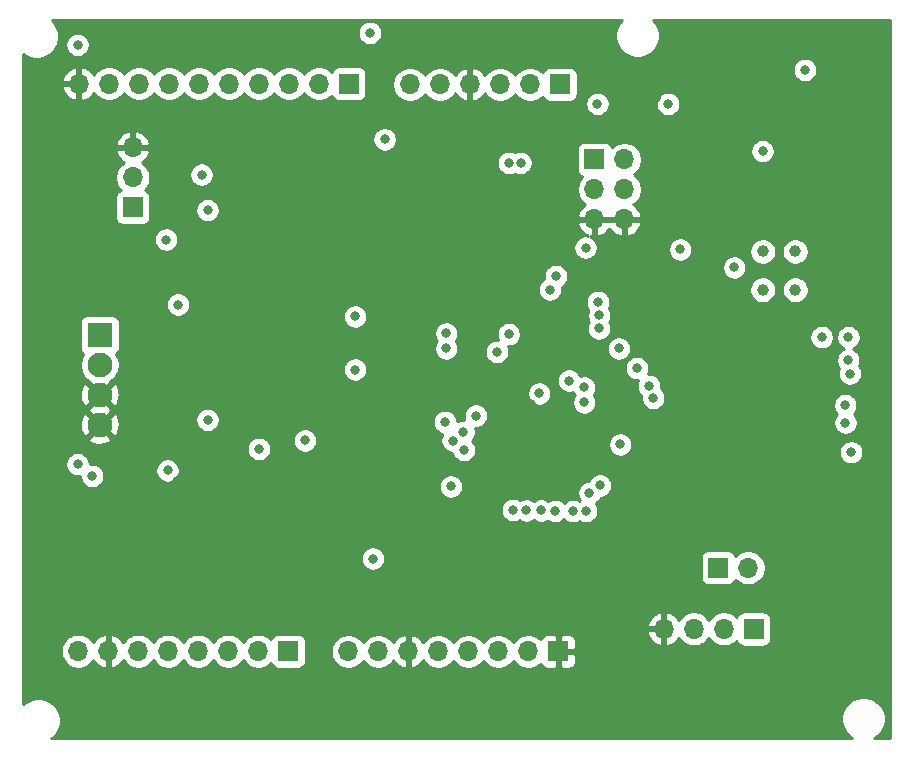
<source format=gbr>
%TF.GenerationSoftware,KiCad,Pcbnew,5.1.12-84ad8e8a86~92~ubuntu20.04.1*%
%TF.CreationDate,2022-08-01T12:29:38-07:00*%
%TF.ProjectId,LoRaXcvr_R2,4c6f5261-5863-4767-925f-52322e6b6963,rev?*%
%TF.SameCoordinates,Original*%
%TF.FileFunction,Copper,L3,Inr*%
%TF.FilePolarity,Positive*%
%FSLAX46Y46*%
G04 Gerber Fmt 4.6, Leading zero omitted, Abs format (unit mm)*
G04 Created by KiCad (PCBNEW 5.1.12-84ad8e8a86~92~ubuntu20.04.1) date 2022-08-01 12:29:38*
%MOMM*%
%LPD*%
G01*
G04 APERTURE LIST*
%TA.AperFunction,ComponentPad*%
%ADD10R,1.700000X1.700000*%
%TD*%
%TA.AperFunction,ComponentPad*%
%ADD11O,1.700000X1.700000*%
%TD*%
%TA.AperFunction,ComponentPad*%
%ADD12R,2.100000X2.100000*%
%TD*%
%TA.AperFunction,ComponentPad*%
%ADD13C,2.100000*%
%TD*%
%TA.AperFunction,ComponentPad*%
%ADD14C,1.000000*%
%TD*%
%TA.AperFunction,ViaPad*%
%ADD15C,0.800000*%
%TD*%
%TA.AperFunction,Conductor*%
%ADD16C,0.254000*%
%TD*%
%TA.AperFunction,Conductor*%
%ADD17C,0.100000*%
%TD*%
G04 APERTURE END LIST*
D10*
%TO.N,+3V3*%
%TO.C,J8*%
X148437600Y-44958000D03*
D11*
%TO.N,/UART1_TXD*%
X145897600Y-44958000D03*
%TO.N,/UART1_RXD*%
X143357600Y-44958000D03*
%TO.N,GND*%
X140817600Y-44958000D03*
%TO.N,/I2C1_SCL*%
X138277600Y-44958000D03*
%TO.N,/I2C1_SDA*%
X135737600Y-44958000D03*
%TD*%
D10*
%TO.N,/PB10*%
%TO.C,J10*%
X125432820Y-92933520D03*
D11*
%TO.N,/PB11*%
X122892820Y-92933520D03*
%TO.N,/PB15*%
X120352820Y-92933520D03*
%TO.N,/PB14*%
X117812820Y-92933520D03*
%TO.N,/PB13*%
X115272820Y-92933520D03*
%TO.N,/PB12*%
X112732820Y-92933520D03*
%TO.N,GND*%
X110192820Y-92933520D03*
%TO.N,+5V*%
X107652820Y-92933520D03*
%TD*%
D12*
%TO.N,/BATV6*%
%TO.C,J1*%
X109474000Y-66167000D03*
D13*
X109474000Y-68707000D03*
%TO.N,GND*%
X109474000Y-71247000D03*
X109474000Y-73787000D03*
%TD*%
D10*
%TO.N,+3V3*%
%TO.C,J2*%
X151356060Y-51305460D03*
D11*
X153896060Y-51305460D03*
%TO.N,Net-(J2-Pad3)*%
X151356060Y-53845460D03*
%TO.N,Net-(J2-Pad4)*%
X153896060Y-53845460D03*
%TO.N,GND*%
X151356060Y-56385460D03*
X153896060Y-56385460D03*
%TD*%
D10*
%TO.N,+3V3*%
%TO.C,J4*%
X161825940Y-85877400D03*
D11*
%TO.N,Net-(J3-Pad1)*%
X164365940Y-85877400D03*
%TD*%
D10*
%TO.N,GND*%
%TO.C,J6*%
X148292820Y-92964000D03*
D11*
%TO.N,/ADC_IN9*%
X145752820Y-92964000D03*
%TO.N,/ADC_IN8*%
X143212820Y-92964000D03*
%TO.N,/ADC_IN7*%
X140672820Y-92964000D03*
%TO.N,/ADC_IN6*%
X138132820Y-92964000D03*
%TO.N,GND*%
X135592820Y-92964000D03*
%TO.N,/DAC_OUT2*%
X133052820Y-92964000D03*
%TO.N,/DAC_OUT1*%
X130512820Y-92964000D03*
%TD*%
D10*
%TO.N,/NRST*%
%TO.C,J7*%
X130566160Y-44886880D03*
D11*
%TO.N,+3V3*%
X128026160Y-44886880D03*
%TO.N,/PA10*%
X125486160Y-44886880D03*
%TO.N,/PA9*%
X122946160Y-44886880D03*
%TO.N,/PA3*%
X120406160Y-44886880D03*
%TO.N,/PA0*%
X117866160Y-44886880D03*
%TO.N,/PA1*%
X115326160Y-44886880D03*
%TO.N,/PA2*%
X112786160Y-44886880D03*
%TO.N,N/C*%
X110246160Y-44886880D03*
%TO.N,GND*%
X107706160Y-44886880D03*
%TD*%
D10*
%TO.N,Net-(J3-Pad1)*%
%TO.C,J3*%
X164846000Y-91059000D03*
D11*
%TO.N,/SWDIO*%
X162306000Y-91059000D03*
%TO.N,/SWCLK*%
X159766000Y-91059000D03*
%TO.N,GND*%
X157226000Y-91059000D03*
%TD*%
D10*
%TO.N,/UART1_TXD*%
%TO.C,J5*%
X112268000Y-55372000D03*
D11*
%TO.N,/UART1_RXD*%
X112268000Y-52832000D03*
%TO.N,GND*%
X112268000Y-50292000D03*
%TD*%
D14*
%TO.N,/DIO5*%
%TO.C,TP1*%
X165600000Y-59100000D03*
%TD*%
%TO.N,/DIO4*%
%TO.C,TP2*%
X165600000Y-62350000D03*
%TD*%
%TO.N,/DIO3*%
%TO.C,TP3*%
X168350000Y-59100000D03*
%TD*%
%TO.N,/DIO2*%
%TO.C,TP4*%
X168350000Y-62350000D03*
%TD*%
D15*
%TO.N,GND*%
X174482760Y-84013040D03*
X146014440Y-71996300D03*
X151020780Y-68988940D03*
X126111000Y-84963000D03*
X122936000Y-82042000D03*
X125349000Y-81280000D03*
X123571000Y-86106000D03*
X109601000Y-88265000D03*
X116034855Y-78546995D03*
X145796000Y-65405000D03*
X151257000Y-77089000D03*
X153543000Y-80391000D03*
X153289000Y-65405000D03*
X159385000Y-64357000D03*
X159386000Y-82390000D03*
X173101000Y-78327000D03*
X174116000Y-42324000D03*
X124600000Y-72100000D03*
X156600000Y-46100000D03*
X162600000Y-46100000D03*
X159600000Y-52100000D03*
X174100000Y-44600000D03*
X165100000Y-46100000D03*
X143600000Y-61100000D03*
X141612653Y-61087347D03*
X124100000Y-61600000D03*
X131600000Y-60100000D03*
X138600000Y-83600000D03*
X121100000Y-58350000D03*
X122975001Y-56225001D03*
X175724994Y-60975006D03*
%TO.N,/BATV6*%
X118100000Y-52600000D03*
%TO.N,/CLK32K0*%
X138811000Y-66040000D03*
X131100000Y-64600000D03*
%TO.N,/CLK32K1*%
X138811000Y-67310000D03*
X131100000Y-69100000D03*
%TO.N,+5V*%
X115218089Y-77626095D03*
X108839000Y-78105000D03*
%TO.N,/NRST*%
X146685000Y-71120000D03*
%TO.N,+3V3*%
X122936000Y-75819000D03*
X153543000Y-75438000D03*
X153416000Y-67310000D03*
X172593000Y-72104000D03*
X169163000Y-43721000D03*
X165600000Y-50600000D03*
X144100000Y-66100000D03*
X143100000Y-67600000D03*
X107600000Y-41600000D03*
%TO.N,+3.3VADC*%
X141328140Y-73002140D03*
X132600000Y-85100000D03*
%TO.N,/LED0*%
X132350000Y-40600000D03*
X133600000Y-49600000D03*
%TO.N,Net-(J2-Pad3)*%
X151600000Y-46600000D03*
%TO.N,Net-(J2-Pad4)*%
X157600000Y-46600000D03*
%TO.N,/SWCLK*%
X151731980Y-65613280D03*
%TO.N,/SWDIO*%
X154944088Y-68970168D03*
%TO.N,/UART1_TXD*%
X148094700Y-61191140D03*
%TO.N,/UART1_RXD*%
X147579080Y-62326520D03*
%TO.N,/I2C1_SCL*%
X145100000Y-51600000D03*
%TO.N,/I2C1_SDA*%
X144100000Y-51600000D03*
%TO.N,/PB10*%
X150931880Y-79537560D03*
%TO.N,/PB11*%
X151823420Y-78910180D03*
%TO.N,/PA10*%
X150495000Y-70612000D03*
%TO.N,/PA9*%
X150495000Y-71882000D03*
%TO.N,/PA3*%
X138689080Y-73527920D03*
%TO.N,/PA2*%
X140298280Y-75888518D03*
%TO.N,/PA1*%
X139354560Y-75112880D03*
%TO.N,/PA0*%
X140258800Y-74378820D03*
%TO.N,/ADC_IN6*%
X146829780Y-81028540D03*
X139192000Y-78994000D03*
X126850000Y-75100000D03*
%TO.N,/DAC_OUT1*%
X144447260Y-80975200D03*
%TO.N,/ADC_IN7*%
X148046440Y-81059020D03*
%TO.N,/DAC_OUT2*%
X145577560Y-81028540D03*
%TO.N,/ADC_IN8*%
X149542500Y-81079340D03*
%TO.N,/ADC_IN9*%
X150652480Y-81053940D03*
%TO.N,/DIO3*%
X172600000Y-73600000D03*
X173100000Y-76100000D03*
%TO.N,/DIO2*%
X172850000Y-66350000D03*
X170600000Y-66350000D03*
%TO.N,/BOOT1*%
X149202140Y-70032880D03*
X150611840Y-58780680D03*
%TO.N,Net-(R2-Pad2)*%
X118600000Y-55600000D03*
X118600000Y-73350000D03*
%TO.N,/RX_DONE*%
X156337000Y-71501000D03*
X172974000Y-69437000D03*
%TO.N,/RX_TIMEOUT*%
X155956000Y-70485000D03*
X172847000Y-68294000D03*
%TO.N,/NSS1*%
X151765000Y-64516000D03*
X163195000Y-60452000D03*
%TO.N,/SCK1*%
X151638000Y-63373000D03*
X158623000Y-58928000D03*
%TO.N,Net-(C1-Pad1)*%
X107600000Y-77100000D03*
X116100000Y-63600000D03*
X115100000Y-58100000D03*
%TD*%
D16*
%TO.N,GND*%
X176403000Y-100330000D02*
X175039015Y-100330000D01*
X175318618Y-100143175D01*
X175581175Y-99880618D01*
X175787466Y-99571882D01*
X175929561Y-99228834D01*
X176002000Y-98864656D01*
X176002000Y-98493344D01*
X175929561Y-98129166D01*
X175787466Y-97786118D01*
X175581175Y-97477382D01*
X175318618Y-97214825D01*
X175009882Y-97008534D01*
X174666834Y-96866439D01*
X174302656Y-96794000D01*
X173931344Y-96794000D01*
X173567166Y-96866439D01*
X173224118Y-97008534D01*
X172915382Y-97214825D01*
X172652825Y-97477382D01*
X172446534Y-97786118D01*
X172304439Y-98129166D01*
X172232000Y-98493344D01*
X172232000Y-98864656D01*
X172304439Y-99228834D01*
X172446534Y-99571882D01*
X172652825Y-99880618D01*
X172915382Y-100143175D01*
X173194985Y-100330000D01*
X105379084Y-100330000D01*
X105468618Y-100270175D01*
X105731175Y-100007618D01*
X105937466Y-99698882D01*
X106079561Y-99355834D01*
X106152000Y-98991656D01*
X106152000Y-98620344D01*
X106079561Y-98256166D01*
X105937466Y-97913118D01*
X105731175Y-97604382D01*
X105468618Y-97341825D01*
X105159882Y-97135534D01*
X104816834Y-96993439D01*
X104452656Y-96921000D01*
X104081344Y-96921000D01*
X103717166Y-96993439D01*
X103374118Y-97135534D01*
X103065382Y-97341825D01*
X102997000Y-97410207D01*
X102997000Y-92787260D01*
X106167820Y-92787260D01*
X106167820Y-93079780D01*
X106224888Y-93366678D01*
X106336830Y-93636931D01*
X106499345Y-93880152D01*
X106706188Y-94086995D01*
X106949409Y-94249510D01*
X107219662Y-94361452D01*
X107506560Y-94418520D01*
X107799080Y-94418520D01*
X108085978Y-94361452D01*
X108356231Y-94249510D01*
X108599452Y-94086995D01*
X108806295Y-93880152D01*
X108928015Y-93697986D01*
X108997642Y-93814875D01*
X109192551Y-94031108D01*
X109425900Y-94205161D01*
X109688721Y-94330345D01*
X109835930Y-94374996D01*
X110065820Y-94253675D01*
X110065820Y-93060520D01*
X110045820Y-93060520D01*
X110045820Y-92806520D01*
X110065820Y-92806520D01*
X110065820Y-91613365D01*
X110319820Y-91613365D01*
X110319820Y-92806520D01*
X110339820Y-92806520D01*
X110339820Y-93060520D01*
X110319820Y-93060520D01*
X110319820Y-94253675D01*
X110549710Y-94374996D01*
X110696919Y-94330345D01*
X110959740Y-94205161D01*
X111193089Y-94031108D01*
X111387998Y-93814875D01*
X111457625Y-93697986D01*
X111579345Y-93880152D01*
X111786188Y-94086995D01*
X112029409Y-94249510D01*
X112299662Y-94361452D01*
X112586560Y-94418520D01*
X112879080Y-94418520D01*
X113165978Y-94361452D01*
X113436231Y-94249510D01*
X113679452Y-94086995D01*
X113886295Y-93880152D01*
X114002820Y-93705760D01*
X114119345Y-93880152D01*
X114326188Y-94086995D01*
X114569409Y-94249510D01*
X114839662Y-94361452D01*
X115126560Y-94418520D01*
X115419080Y-94418520D01*
X115705978Y-94361452D01*
X115976231Y-94249510D01*
X116219452Y-94086995D01*
X116426295Y-93880152D01*
X116542820Y-93705760D01*
X116659345Y-93880152D01*
X116866188Y-94086995D01*
X117109409Y-94249510D01*
X117379662Y-94361452D01*
X117666560Y-94418520D01*
X117959080Y-94418520D01*
X118245978Y-94361452D01*
X118516231Y-94249510D01*
X118759452Y-94086995D01*
X118966295Y-93880152D01*
X119082820Y-93705760D01*
X119199345Y-93880152D01*
X119406188Y-94086995D01*
X119649409Y-94249510D01*
X119919662Y-94361452D01*
X120206560Y-94418520D01*
X120499080Y-94418520D01*
X120785978Y-94361452D01*
X121056231Y-94249510D01*
X121299452Y-94086995D01*
X121506295Y-93880152D01*
X121622820Y-93705760D01*
X121739345Y-93880152D01*
X121946188Y-94086995D01*
X122189409Y-94249510D01*
X122459662Y-94361452D01*
X122746560Y-94418520D01*
X123039080Y-94418520D01*
X123325978Y-94361452D01*
X123596231Y-94249510D01*
X123839452Y-94086995D01*
X123971307Y-93955140D01*
X123993318Y-94027700D01*
X124052283Y-94138014D01*
X124131635Y-94234705D01*
X124228326Y-94314057D01*
X124338640Y-94373022D01*
X124458338Y-94409332D01*
X124582820Y-94421592D01*
X126282820Y-94421592D01*
X126407302Y-94409332D01*
X126527000Y-94373022D01*
X126637314Y-94314057D01*
X126734005Y-94234705D01*
X126813357Y-94138014D01*
X126872322Y-94027700D01*
X126908632Y-93908002D01*
X126920892Y-93783520D01*
X126920892Y-92817740D01*
X129027820Y-92817740D01*
X129027820Y-93110260D01*
X129084888Y-93397158D01*
X129196830Y-93667411D01*
X129359345Y-93910632D01*
X129566188Y-94117475D01*
X129809409Y-94279990D01*
X130079662Y-94391932D01*
X130366560Y-94449000D01*
X130659080Y-94449000D01*
X130945978Y-94391932D01*
X131216231Y-94279990D01*
X131459452Y-94117475D01*
X131666295Y-93910632D01*
X131782820Y-93736240D01*
X131899345Y-93910632D01*
X132106188Y-94117475D01*
X132349409Y-94279990D01*
X132619662Y-94391932D01*
X132906560Y-94449000D01*
X133199080Y-94449000D01*
X133485978Y-94391932D01*
X133756231Y-94279990D01*
X133999452Y-94117475D01*
X134206295Y-93910632D01*
X134328015Y-93728466D01*
X134397642Y-93845355D01*
X134592551Y-94061588D01*
X134825900Y-94235641D01*
X135088721Y-94360825D01*
X135235930Y-94405476D01*
X135465820Y-94284155D01*
X135465820Y-93091000D01*
X135445820Y-93091000D01*
X135445820Y-92837000D01*
X135465820Y-92837000D01*
X135465820Y-91643845D01*
X135719820Y-91643845D01*
X135719820Y-92837000D01*
X135739820Y-92837000D01*
X135739820Y-93091000D01*
X135719820Y-93091000D01*
X135719820Y-94284155D01*
X135949710Y-94405476D01*
X136096919Y-94360825D01*
X136359740Y-94235641D01*
X136593089Y-94061588D01*
X136787998Y-93845355D01*
X136857625Y-93728466D01*
X136979345Y-93910632D01*
X137186188Y-94117475D01*
X137429409Y-94279990D01*
X137699662Y-94391932D01*
X137986560Y-94449000D01*
X138279080Y-94449000D01*
X138565978Y-94391932D01*
X138836231Y-94279990D01*
X139079452Y-94117475D01*
X139286295Y-93910632D01*
X139402820Y-93736240D01*
X139519345Y-93910632D01*
X139726188Y-94117475D01*
X139969409Y-94279990D01*
X140239662Y-94391932D01*
X140526560Y-94449000D01*
X140819080Y-94449000D01*
X141105978Y-94391932D01*
X141376231Y-94279990D01*
X141619452Y-94117475D01*
X141826295Y-93910632D01*
X141942820Y-93736240D01*
X142059345Y-93910632D01*
X142266188Y-94117475D01*
X142509409Y-94279990D01*
X142779662Y-94391932D01*
X143066560Y-94449000D01*
X143359080Y-94449000D01*
X143645978Y-94391932D01*
X143916231Y-94279990D01*
X144159452Y-94117475D01*
X144366295Y-93910632D01*
X144482820Y-93736240D01*
X144599345Y-93910632D01*
X144806188Y-94117475D01*
X145049409Y-94279990D01*
X145319662Y-94391932D01*
X145606560Y-94449000D01*
X145899080Y-94449000D01*
X146185978Y-94391932D01*
X146456231Y-94279990D01*
X146699452Y-94117475D01*
X146831307Y-93985620D01*
X146853318Y-94058180D01*
X146912283Y-94168494D01*
X146991635Y-94265185D01*
X147088326Y-94344537D01*
X147198640Y-94403502D01*
X147318338Y-94439812D01*
X147442820Y-94452072D01*
X148007070Y-94449000D01*
X148165820Y-94290250D01*
X148165820Y-93091000D01*
X148419820Y-93091000D01*
X148419820Y-94290250D01*
X148578570Y-94449000D01*
X149142820Y-94452072D01*
X149267302Y-94439812D01*
X149387000Y-94403502D01*
X149497314Y-94344537D01*
X149594005Y-94265185D01*
X149673357Y-94168494D01*
X149732322Y-94058180D01*
X149768632Y-93938482D01*
X149780892Y-93814000D01*
X149777820Y-93249750D01*
X149619070Y-93091000D01*
X148419820Y-93091000D01*
X148165820Y-93091000D01*
X148145820Y-93091000D01*
X148145820Y-92837000D01*
X148165820Y-92837000D01*
X148165820Y-91637750D01*
X148419820Y-91637750D01*
X148419820Y-92837000D01*
X149619070Y-92837000D01*
X149777820Y-92678250D01*
X149780892Y-92114000D01*
X149768632Y-91989518D01*
X149732322Y-91869820D01*
X149673357Y-91759506D01*
X149594005Y-91662815D01*
X149497314Y-91583463D01*
X149387000Y-91524498D01*
X149267302Y-91488188D01*
X149142820Y-91475928D01*
X148578570Y-91479000D01*
X148419820Y-91637750D01*
X148165820Y-91637750D01*
X148007070Y-91479000D01*
X147442820Y-91475928D01*
X147318338Y-91488188D01*
X147198640Y-91524498D01*
X147088326Y-91583463D01*
X146991635Y-91662815D01*
X146912283Y-91759506D01*
X146853318Y-91869820D01*
X146831307Y-91942380D01*
X146699452Y-91810525D01*
X146456231Y-91648010D01*
X146185978Y-91536068D01*
X145899080Y-91479000D01*
X145606560Y-91479000D01*
X145319662Y-91536068D01*
X145049409Y-91648010D01*
X144806188Y-91810525D01*
X144599345Y-92017368D01*
X144482820Y-92191760D01*
X144366295Y-92017368D01*
X144159452Y-91810525D01*
X143916231Y-91648010D01*
X143645978Y-91536068D01*
X143359080Y-91479000D01*
X143066560Y-91479000D01*
X142779662Y-91536068D01*
X142509409Y-91648010D01*
X142266188Y-91810525D01*
X142059345Y-92017368D01*
X141942820Y-92191760D01*
X141826295Y-92017368D01*
X141619452Y-91810525D01*
X141376231Y-91648010D01*
X141105978Y-91536068D01*
X140819080Y-91479000D01*
X140526560Y-91479000D01*
X140239662Y-91536068D01*
X139969409Y-91648010D01*
X139726188Y-91810525D01*
X139519345Y-92017368D01*
X139402820Y-92191760D01*
X139286295Y-92017368D01*
X139079452Y-91810525D01*
X138836231Y-91648010D01*
X138565978Y-91536068D01*
X138279080Y-91479000D01*
X137986560Y-91479000D01*
X137699662Y-91536068D01*
X137429409Y-91648010D01*
X137186188Y-91810525D01*
X136979345Y-92017368D01*
X136857625Y-92199534D01*
X136787998Y-92082645D01*
X136593089Y-91866412D01*
X136359740Y-91692359D01*
X136096919Y-91567175D01*
X135949710Y-91522524D01*
X135719820Y-91643845D01*
X135465820Y-91643845D01*
X135235930Y-91522524D01*
X135088721Y-91567175D01*
X134825900Y-91692359D01*
X134592551Y-91866412D01*
X134397642Y-92082645D01*
X134328015Y-92199534D01*
X134206295Y-92017368D01*
X133999452Y-91810525D01*
X133756231Y-91648010D01*
X133485978Y-91536068D01*
X133199080Y-91479000D01*
X132906560Y-91479000D01*
X132619662Y-91536068D01*
X132349409Y-91648010D01*
X132106188Y-91810525D01*
X131899345Y-92017368D01*
X131782820Y-92191760D01*
X131666295Y-92017368D01*
X131459452Y-91810525D01*
X131216231Y-91648010D01*
X130945978Y-91536068D01*
X130659080Y-91479000D01*
X130366560Y-91479000D01*
X130079662Y-91536068D01*
X129809409Y-91648010D01*
X129566188Y-91810525D01*
X129359345Y-92017368D01*
X129196830Y-92260589D01*
X129084888Y-92530842D01*
X129027820Y-92817740D01*
X126920892Y-92817740D01*
X126920892Y-92083520D01*
X126908632Y-91959038D01*
X126872322Y-91839340D01*
X126813357Y-91729026D01*
X126734005Y-91632335D01*
X126637314Y-91552983D01*
X126527000Y-91494018D01*
X126407302Y-91457708D01*
X126282820Y-91445448D01*
X124582820Y-91445448D01*
X124458338Y-91457708D01*
X124338640Y-91494018D01*
X124228326Y-91552983D01*
X124131635Y-91632335D01*
X124052283Y-91729026D01*
X123993318Y-91839340D01*
X123971307Y-91911900D01*
X123839452Y-91780045D01*
X123596231Y-91617530D01*
X123325978Y-91505588D01*
X123039080Y-91448520D01*
X122746560Y-91448520D01*
X122459662Y-91505588D01*
X122189409Y-91617530D01*
X121946188Y-91780045D01*
X121739345Y-91986888D01*
X121622820Y-92161280D01*
X121506295Y-91986888D01*
X121299452Y-91780045D01*
X121056231Y-91617530D01*
X120785978Y-91505588D01*
X120499080Y-91448520D01*
X120206560Y-91448520D01*
X119919662Y-91505588D01*
X119649409Y-91617530D01*
X119406188Y-91780045D01*
X119199345Y-91986888D01*
X119082820Y-92161280D01*
X118966295Y-91986888D01*
X118759452Y-91780045D01*
X118516231Y-91617530D01*
X118245978Y-91505588D01*
X117959080Y-91448520D01*
X117666560Y-91448520D01*
X117379662Y-91505588D01*
X117109409Y-91617530D01*
X116866188Y-91780045D01*
X116659345Y-91986888D01*
X116542820Y-92161280D01*
X116426295Y-91986888D01*
X116219452Y-91780045D01*
X115976231Y-91617530D01*
X115705978Y-91505588D01*
X115419080Y-91448520D01*
X115126560Y-91448520D01*
X114839662Y-91505588D01*
X114569409Y-91617530D01*
X114326188Y-91780045D01*
X114119345Y-91986888D01*
X114002820Y-92161280D01*
X113886295Y-91986888D01*
X113679452Y-91780045D01*
X113436231Y-91617530D01*
X113165978Y-91505588D01*
X112879080Y-91448520D01*
X112586560Y-91448520D01*
X112299662Y-91505588D01*
X112029409Y-91617530D01*
X111786188Y-91780045D01*
X111579345Y-91986888D01*
X111457625Y-92169054D01*
X111387998Y-92052165D01*
X111193089Y-91835932D01*
X110959740Y-91661879D01*
X110696919Y-91536695D01*
X110549710Y-91492044D01*
X110319820Y-91613365D01*
X110065820Y-91613365D01*
X109835930Y-91492044D01*
X109688721Y-91536695D01*
X109425900Y-91661879D01*
X109192551Y-91835932D01*
X108997642Y-92052165D01*
X108928015Y-92169054D01*
X108806295Y-91986888D01*
X108599452Y-91780045D01*
X108356231Y-91617530D01*
X108085978Y-91505588D01*
X107799080Y-91448520D01*
X107506560Y-91448520D01*
X107219662Y-91505588D01*
X106949409Y-91617530D01*
X106706188Y-91780045D01*
X106499345Y-91986888D01*
X106336830Y-92230109D01*
X106224888Y-92500362D01*
X106167820Y-92787260D01*
X102997000Y-92787260D01*
X102997000Y-91415891D01*
X155784519Y-91415891D01*
X155881843Y-91690252D01*
X156030822Y-91940355D01*
X156225731Y-92156588D01*
X156459080Y-92330641D01*
X156721901Y-92455825D01*
X156869110Y-92500476D01*
X157099000Y-92379155D01*
X157099000Y-91186000D01*
X155905186Y-91186000D01*
X155784519Y-91415891D01*
X102997000Y-91415891D01*
X102997000Y-90702109D01*
X155784519Y-90702109D01*
X155905186Y-90932000D01*
X157099000Y-90932000D01*
X157099000Y-89738845D01*
X157353000Y-89738845D01*
X157353000Y-90932000D01*
X157373000Y-90932000D01*
X157373000Y-91186000D01*
X157353000Y-91186000D01*
X157353000Y-92379155D01*
X157582890Y-92500476D01*
X157730099Y-92455825D01*
X157992920Y-92330641D01*
X158226269Y-92156588D01*
X158421178Y-91940355D01*
X158490805Y-91823466D01*
X158612525Y-92005632D01*
X158819368Y-92212475D01*
X159062589Y-92374990D01*
X159332842Y-92486932D01*
X159619740Y-92544000D01*
X159912260Y-92544000D01*
X160199158Y-92486932D01*
X160469411Y-92374990D01*
X160712632Y-92212475D01*
X160919475Y-92005632D01*
X161036000Y-91831240D01*
X161152525Y-92005632D01*
X161359368Y-92212475D01*
X161602589Y-92374990D01*
X161872842Y-92486932D01*
X162159740Y-92544000D01*
X162452260Y-92544000D01*
X162739158Y-92486932D01*
X163009411Y-92374990D01*
X163252632Y-92212475D01*
X163384487Y-92080620D01*
X163406498Y-92153180D01*
X163465463Y-92263494D01*
X163544815Y-92360185D01*
X163641506Y-92439537D01*
X163751820Y-92498502D01*
X163871518Y-92534812D01*
X163996000Y-92547072D01*
X165696000Y-92547072D01*
X165820482Y-92534812D01*
X165940180Y-92498502D01*
X166050494Y-92439537D01*
X166147185Y-92360185D01*
X166226537Y-92263494D01*
X166285502Y-92153180D01*
X166321812Y-92033482D01*
X166334072Y-91909000D01*
X166334072Y-90209000D01*
X166321812Y-90084518D01*
X166285502Y-89964820D01*
X166226537Y-89854506D01*
X166147185Y-89757815D01*
X166050494Y-89678463D01*
X165940180Y-89619498D01*
X165820482Y-89583188D01*
X165696000Y-89570928D01*
X163996000Y-89570928D01*
X163871518Y-89583188D01*
X163751820Y-89619498D01*
X163641506Y-89678463D01*
X163544815Y-89757815D01*
X163465463Y-89854506D01*
X163406498Y-89964820D01*
X163384487Y-90037380D01*
X163252632Y-89905525D01*
X163009411Y-89743010D01*
X162739158Y-89631068D01*
X162452260Y-89574000D01*
X162159740Y-89574000D01*
X161872842Y-89631068D01*
X161602589Y-89743010D01*
X161359368Y-89905525D01*
X161152525Y-90112368D01*
X161036000Y-90286760D01*
X160919475Y-90112368D01*
X160712632Y-89905525D01*
X160469411Y-89743010D01*
X160199158Y-89631068D01*
X159912260Y-89574000D01*
X159619740Y-89574000D01*
X159332842Y-89631068D01*
X159062589Y-89743010D01*
X158819368Y-89905525D01*
X158612525Y-90112368D01*
X158490805Y-90294534D01*
X158421178Y-90177645D01*
X158226269Y-89961412D01*
X157992920Y-89787359D01*
X157730099Y-89662175D01*
X157582890Y-89617524D01*
X157353000Y-89738845D01*
X157099000Y-89738845D01*
X156869110Y-89617524D01*
X156721901Y-89662175D01*
X156459080Y-89787359D01*
X156225731Y-89961412D01*
X156030822Y-90177645D01*
X155881843Y-90427748D01*
X155784519Y-90702109D01*
X102997000Y-90702109D01*
X102997000Y-84998061D01*
X131565000Y-84998061D01*
X131565000Y-85201939D01*
X131604774Y-85401898D01*
X131682795Y-85590256D01*
X131796063Y-85759774D01*
X131940226Y-85903937D01*
X132109744Y-86017205D01*
X132298102Y-86095226D01*
X132498061Y-86135000D01*
X132701939Y-86135000D01*
X132901898Y-86095226D01*
X133090256Y-86017205D01*
X133259774Y-85903937D01*
X133403937Y-85759774D01*
X133517205Y-85590256D01*
X133595226Y-85401898D01*
X133635000Y-85201939D01*
X133635000Y-85027400D01*
X160337868Y-85027400D01*
X160337868Y-86727400D01*
X160350128Y-86851882D01*
X160386438Y-86971580D01*
X160445403Y-87081894D01*
X160524755Y-87178585D01*
X160621446Y-87257937D01*
X160731760Y-87316902D01*
X160851458Y-87353212D01*
X160975940Y-87365472D01*
X162675940Y-87365472D01*
X162800422Y-87353212D01*
X162920120Y-87316902D01*
X163030434Y-87257937D01*
X163127125Y-87178585D01*
X163206477Y-87081894D01*
X163265442Y-86971580D01*
X163287453Y-86899020D01*
X163419308Y-87030875D01*
X163662529Y-87193390D01*
X163932782Y-87305332D01*
X164219680Y-87362400D01*
X164512200Y-87362400D01*
X164799098Y-87305332D01*
X165069351Y-87193390D01*
X165312572Y-87030875D01*
X165519415Y-86824032D01*
X165681930Y-86580811D01*
X165793872Y-86310558D01*
X165850940Y-86023660D01*
X165850940Y-85731140D01*
X165793872Y-85444242D01*
X165681930Y-85173989D01*
X165519415Y-84930768D01*
X165312572Y-84723925D01*
X165069351Y-84561410D01*
X164799098Y-84449468D01*
X164512200Y-84392400D01*
X164219680Y-84392400D01*
X163932782Y-84449468D01*
X163662529Y-84561410D01*
X163419308Y-84723925D01*
X163287453Y-84855780D01*
X163265442Y-84783220D01*
X163206477Y-84672906D01*
X163127125Y-84576215D01*
X163030434Y-84496863D01*
X162920120Y-84437898D01*
X162800422Y-84401588D01*
X162675940Y-84389328D01*
X160975940Y-84389328D01*
X160851458Y-84401588D01*
X160731760Y-84437898D01*
X160621446Y-84496863D01*
X160524755Y-84576215D01*
X160445403Y-84672906D01*
X160386438Y-84783220D01*
X160350128Y-84902918D01*
X160337868Y-85027400D01*
X133635000Y-85027400D01*
X133635000Y-84998061D01*
X133595226Y-84798102D01*
X133517205Y-84609744D01*
X133403937Y-84440226D01*
X133259774Y-84296063D01*
X133090256Y-84182795D01*
X132901898Y-84104774D01*
X132701939Y-84065000D01*
X132498061Y-84065000D01*
X132298102Y-84104774D01*
X132109744Y-84182795D01*
X131940226Y-84296063D01*
X131796063Y-84440226D01*
X131682795Y-84609744D01*
X131604774Y-84798102D01*
X131565000Y-84998061D01*
X102997000Y-84998061D01*
X102997000Y-80873261D01*
X143412260Y-80873261D01*
X143412260Y-81077139D01*
X143452034Y-81277098D01*
X143530055Y-81465456D01*
X143643323Y-81634974D01*
X143787486Y-81779137D01*
X143957004Y-81892405D01*
X144145362Y-81970426D01*
X144345321Y-82010200D01*
X144549199Y-82010200D01*
X144749158Y-81970426D01*
X144937516Y-81892405D01*
X144972495Y-81869033D01*
X145087304Y-81945745D01*
X145275662Y-82023766D01*
X145475621Y-82063540D01*
X145679499Y-82063540D01*
X145879458Y-82023766D01*
X146067816Y-81945745D01*
X146203670Y-81854971D01*
X146339524Y-81945745D01*
X146527882Y-82023766D01*
X146727841Y-82063540D01*
X146931719Y-82063540D01*
X147131678Y-82023766D01*
X147320036Y-81945745D01*
X147415302Y-81882091D01*
X147556184Y-81976225D01*
X147744542Y-82054246D01*
X147944501Y-82094020D01*
X148148379Y-82094020D01*
X148348338Y-82054246D01*
X148536696Y-81976225D01*
X148706214Y-81862957D01*
X148784310Y-81784861D01*
X148882726Y-81883277D01*
X149052244Y-81996545D01*
X149240602Y-82074566D01*
X149440561Y-82114340D01*
X149644439Y-82114340D01*
X149844398Y-82074566D01*
X150032756Y-81996545D01*
X150116497Y-81940591D01*
X150162224Y-81971145D01*
X150350582Y-82049166D01*
X150550541Y-82088940D01*
X150754419Y-82088940D01*
X150954378Y-82049166D01*
X151142736Y-81971145D01*
X151312254Y-81857877D01*
X151456417Y-81713714D01*
X151569685Y-81544196D01*
X151647706Y-81355838D01*
X151687480Y-81155879D01*
X151687480Y-80952001D01*
X151647706Y-80752042D01*
X151569685Y-80563684D01*
X151473829Y-80420225D01*
X151591654Y-80341497D01*
X151735817Y-80197334D01*
X151849085Y-80027816D01*
X151883314Y-79945180D01*
X151925359Y-79945180D01*
X152125318Y-79905406D01*
X152313676Y-79827385D01*
X152483194Y-79714117D01*
X152627357Y-79569954D01*
X152740625Y-79400436D01*
X152818646Y-79212078D01*
X152858420Y-79012119D01*
X152858420Y-78808241D01*
X152818646Y-78608282D01*
X152740625Y-78419924D01*
X152627357Y-78250406D01*
X152483194Y-78106243D01*
X152313676Y-77992975D01*
X152125318Y-77914954D01*
X151925359Y-77875180D01*
X151721481Y-77875180D01*
X151521522Y-77914954D01*
X151333164Y-77992975D01*
X151163646Y-78106243D01*
X151019483Y-78250406D01*
X150906215Y-78419924D01*
X150871986Y-78502560D01*
X150829941Y-78502560D01*
X150629982Y-78542334D01*
X150441624Y-78620355D01*
X150272106Y-78733623D01*
X150127943Y-78877786D01*
X150014675Y-79047304D01*
X149936654Y-79235662D01*
X149896880Y-79435621D01*
X149896880Y-79639499D01*
X149936654Y-79839458D01*
X150014675Y-80027816D01*
X150110531Y-80171275D01*
X150078483Y-80192689D01*
X150032756Y-80162135D01*
X149844398Y-80084114D01*
X149644439Y-80044340D01*
X149440561Y-80044340D01*
X149240602Y-80084114D01*
X149052244Y-80162135D01*
X148882726Y-80275403D01*
X148804630Y-80353499D01*
X148706214Y-80255083D01*
X148536696Y-80141815D01*
X148348338Y-80063794D01*
X148148379Y-80024020D01*
X147944501Y-80024020D01*
X147744542Y-80063794D01*
X147556184Y-80141815D01*
X147460918Y-80205469D01*
X147320036Y-80111335D01*
X147131678Y-80033314D01*
X146931719Y-79993540D01*
X146727841Y-79993540D01*
X146527882Y-80033314D01*
X146339524Y-80111335D01*
X146203670Y-80202109D01*
X146067816Y-80111335D01*
X145879458Y-80033314D01*
X145679499Y-79993540D01*
X145475621Y-79993540D01*
X145275662Y-80033314D01*
X145087304Y-80111335D01*
X145052325Y-80134707D01*
X144937516Y-80057995D01*
X144749158Y-79979974D01*
X144549199Y-79940200D01*
X144345321Y-79940200D01*
X144145362Y-79979974D01*
X143957004Y-80057995D01*
X143787486Y-80171263D01*
X143643323Y-80315426D01*
X143530055Y-80484944D01*
X143452034Y-80673302D01*
X143412260Y-80873261D01*
X102997000Y-80873261D01*
X102997000Y-76998061D01*
X106565000Y-76998061D01*
X106565000Y-77201939D01*
X106604774Y-77401898D01*
X106682795Y-77590256D01*
X106796063Y-77759774D01*
X106940226Y-77903937D01*
X107109744Y-78017205D01*
X107298102Y-78095226D01*
X107498061Y-78135000D01*
X107701939Y-78135000D01*
X107804000Y-78114699D01*
X107804000Y-78206939D01*
X107843774Y-78406898D01*
X107921795Y-78595256D01*
X108035063Y-78764774D01*
X108179226Y-78908937D01*
X108348744Y-79022205D01*
X108537102Y-79100226D01*
X108737061Y-79140000D01*
X108940939Y-79140000D01*
X109140898Y-79100226D01*
X109329256Y-79022205D01*
X109498774Y-78908937D01*
X109515650Y-78892061D01*
X138157000Y-78892061D01*
X138157000Y-79095939D01*
X138196774Y-79295898D01*
X138274795Y-79484256D01*
X138388063Y-79653774D01*
X138532226Y-79797937D01*
X138701744Y-79911205D01*
X138890102Y-79989226D01*
X139090061Y-80029000D01*
X139293939Y-80029000D01*
X139493898Y-79989226D01*
X139682256Y-79911205D01*
X139851774Y-79797937D01*
X139995937Y-79653774D01*
X140109205Y-79484256D01*
X140187226Y-79295898D01*
X140227000Y-79095939D01*
X140227000Y-78892061D01*
X140187226Y-78692102D01*
X140109205Y-78503744D01*
X139995937Y-78334226D01*
X139851774Y-78190063D01*
X139682256Y-78076795D01*
X139493898Y-77998774D01*
X139293939Y-77959000D01*
X139090061Y-77959000D01*
X138890102Y-77998774D01*
X138701744Y-78076795D01*
X138532226Y-78190063D01*
X138388063Y-78334226D01*
X138274795Y-78503744D01*
X138196774Y-78692102D01*
X138157000Y-78892061D01*
X109515650Y-78892061D01*
X109642937Y-78764774D01*
X109756205Y-78595256D01*
X109834226Y-78406898D01*
X109874000Y-78206939D01*
X109874000Y-78003061D01*
X109834226Y-77803102D01*
X109756205Y-77614744D01*
X109695677Y-77524156D01*
X114183089Y-77524156D01*
X114183089Y-77728034D01*
X114222863Y-77927993D01*
X114300884Y-78116351D01*
X114414152Y-78285869D01*
X114558315Y-78430032D01*
X114727833Y-78543300D01*
X114916191Y-78621321D01*
X115116150Y-78661095D01*
X115320028Y-78661095D01*
X115519987Y-78621321D01*
X115708345Y-78543300D01*
X115877863Y-78430032D01*
X116022026Y-78285869D01*
X116135294Y-78116351D01*
X116213315Y-77927993D01*
X116253089Y-77728034D01*
X116253089Y-77524156D01*
X116213315Y-77324197D01*
X116135294Y-77135839D01*
X116022026Y-76966321D01*
X115877863Y-76822158D01*
X115708345Y-76708890D01*
X115519987Y-76630869D01*
X115320028Y-76591095D01*
X115116150Y-76591095D01*
X114916191Y-76630869D01*
X114727833Y-76708890D01*
X114558315Y-76822158D01*
X114414152Y-76966321D01*
X114300884Y-77135839D01*
X114222863Y-77324197D01*
X114183089Y-77524156D01*
X109695677Y-77524156D01*
X109642937Y-77445226D01*
X109498774Y-77301063D01*
X109329256Y-77187795D01*
X109140898Y-77109774D01*
X108940939Y-77070000D01*
X108737061Y-77070000D01*
X108635000Y-77090301D01*
X108635000Y-76998061D01*
X108595226Y-76798102D01*
X108517205Y-76609744D01*
X108403937Y-76440226D01*
X108259774Y-76296063D01*
X108090256Y-76182795D01*
X107901898Y-76104774D01*
X107701939Y-76065000D01*
X107498061Y-76065000D01*
X107298102Y-76104774D01*
X107109744Y-76182795D01*
X106940226Y-76296063D01*
X106796063Y-76440226D01*
X106682795Y-76609744D01*
X106604774Y-76798102D01*
X106565000Y-76998061D01*
X102997000Y-76998061D01*
X102997000Y-75717061D01*
X121901000Y-75717061D01*
X121901000Y-75920939D01*
X121940774Y-76120898D01*
X122018795Y-76309256D01*
X122132063Y-76478774D01*
X122276226Y-76622937D01*
X122445744Y-76736205D01*
X122634102Y-76814226D01*
X122834061Y-76854000D01*
X123037939Y-76854000D01*
X123237898Y-76814226D01*
X123426256Y-76736205D01*
X123595774Y-76622937D01*
X123739937Y-76478774D01*
X123853205Y-76309256D01*
X123931226Y-76120898D01*
X123971000Y-75920939D01*
X123971000Y-75717061D01*
X123931226Y-75517102D01*
X123853205Y-75328744D01*
X123739937Y-75159226D01*
X123595774Y-75015063D01*
X123570329Y-74998061D01*
X125815000Y-74998061D01*
X125815000Y-75201939D01*
X125854774Y-75401898D01*
X125932795Y-75590256D01*
X126046063Y-75759774D01*
X126190226Y-75903937D01*
X126359744Y-76017205D01*
X126548102Y-76095226D01*
X126748061Y-76135000D01*
X126951939Y-76135000D01*
X127151898Y-76095226D01*
X127340256Y-76017205D01*
X127509774Y-75903937D01*
X127653937Y-75759774D01*
X127767205Y-75590256D01*
X127845226Y-75401898D01*
X127885000Y-75201939D01*
X127885000Y-74998061D01*
X127845226Y-74798102D01*
X127767205Y-74609744D01*
X127653937Y-74440226D01*
X127509774Y-74296063D01*
X127340256Y-74182795D01*
X127151898Y-74104774D01*
X126951939Y-74065000D01*
X126748061Y-74065000D01*
X126548102Y-74104774D01*
X126359744Y-74182795D01*
X126190226Y-74296063D01*
X126046063Y-74440226D01*
X125932795Y-74609744D01*
X125854774Y-74798102D01*
X125815000Y-74998061D01*
X123570329Y-74998061D01*
X123426256Y-74901795D01*
X123237898Y-74823774D01*
X123037939Y-74784000D01*
X122834061Y-74784000D01*
X122634102Y-74823774D01*
X122445744Y-74901795D01*
X122276226Y-75015063D01*
X122132063Y-75159226D01*
X122018795Y-75328744D01*
X121940774Y-75517102D01*
X121901000Y-75717061D01*
X102997000Y-75717061D01*
X102997000Y-74958066D01*
X108482539Y-74958066D01*
X108584339Y-75227579D01*
X108882477Y-75373463D01*
X109203346Y-75458380D01*
X109534617Y-75479066D01*
X109863557Y-75434728D01*
X110177527Y-75327069D01*
X110363661Y-75227579D01*
X110465461Y-74958066D01*
X109474000Y-73966605D01*
X108482539Y-74958066D01*
X102997000Y-74958066D01*
X102997000Y-73847617D01*
X107781934Y-73847617D01*
X107826272Y-74176557D01*
X107933931Y-74490527D01*
X108033421Y-74676661D01*
X108302934Y-74778461D01*
X109294395Y-73787000D01*
X109653605Y-73787000D01*
X110645066Y-74778461D01*
X110914579Y-74676661D01*
X111060463Y-74378523D01*
X111145380Y-74057654D01*
X111166066Y-73726383D01*
X111121728Y-73397443D01*
X111070506Y-73248061D01*
X117565000Y-73248061D01*
X117565000Y-73451939D01*
X117604774Y-73651898D01*
X117682795Y-73840256D01*
X117796063Y-74009774D01*
X117940226Y-74153937D01*
X118109744Y-74267205D01*
X118298102Y-74345226D01*
X118498061Y-74385000D01*
X118701939Y-74385000D01*
X118901898Y-74345226D01*
X119090256Y-74267205D01*
X119259774Y-74153937D01*
X119403937Y-74009774D01*
X119517205Y-73840256D01*
X119595226Y-73651898D01*
X119635000Y-73451939D01*
X119635000Y-73425981D01*
X137654080Y-73425981D01*
X137654080Y-73629859D01*
X137693854Y-73829818D01*
X137771875Y-74018176D01*
X137885143Y-74187694D01*
X138029306Y-74331857D01*
X138198824Y-74445125D01*
X138387182Y-74523146D01*
X138490140Y-74543625D01*
X138437355Y-74622624D01*
X138359334Y-74810982D01*
X138319560Y-75010941D01*
X138319560Y-75214819D01*
X138359334Y-75414778D01*
X138437355Y-75603136D01*
X138550623Y-75772654D01*
X138694786Y-75916817D01*
X138864304Y-76030085D01*
X139052662Y-76108106D01*
X139252621Y-76147880D01*
X139294593Y-76147880D01*
X139303054Y-76190416D01*
X139381075Y-76378774D01*
X139494343Y-76548292D01*
X139638506Y-76692455D01*
X139808024Y-76805723D01*
X139996382Y-76883744D01*
X140196341Y-76923518D01*
X140400219Y-76923518D01*
X140600178Y-76883744D01*
X140788536Y-76805723D01*
X140958054Y-76692455D01*
X141102217Y-76548292D01*
X141215485Y-76378774D01*
X141293506Y-76190416D01*
X141333280Y-75990457D01*
X141333280Y-75786579D01*
X141293506Y-75586620D01*
X141215485Y-75398262D01*
X141173924Y-75336061D01*
X152508000Y-75336061D01*
X152508000Y-75539939D01*
X152547774Y-75739898D01*
X152625795Y-75928256D01*
X152739063Y-76097774D01*
X152883226Y-76241937D01*
X153052744Y-76355205D01*
X153241102Y-76433226D01*
X153441061Y-76473000D01*
X153644939Y-76473000D01*
X153844898Y-76433226D01*
X154033256Y-76355205D01*
X154202774Y-76241937D01*
X154346937Y-76097774D01*
X154413562Y-75998061D01*
X172065000Y-75998061D01*
X172065000Y-76201939D01*
X172104774Y-76401898D01*
X172182795Y-76590256D01*
X172296063Y-76759774D01*
X172440226Y-76903937D01*
X172609744Y-77017205D01*
X172798102Y-77095226D01*
X172998061Y-77135000D01*
X173201939Y-77135000D01*
X173401898Y-77095226D01*
X173590256Y-77017205D01*
X173759774Y-76903937D01*
X173903937Y-76759774D01*
X174017205Y-76590256D01*
X174095226Y-76401898D01*
X174135000Y-76201939D01*
X174135000Y-75998061D01*
X174095226Y-75798102D01*
X174017205Y-75609744D01*
X173903937Y-75440226D01*
X173759774Y-75296063D01*
X173590256Y-75182795D01*
X173401898Y-75104774D01*
X173201939Y-75065000D01*
X172998061Y-75065000D01*
X172798102Y-75104774D01*
X172609744Y-75182795D01*
X172440226Y-75296063D01*
X172296063Y-75440226D01*
X172182795Y-75609744D01*
X172104774Y-75798102D01*
X172065000Y-75998061D01*
X154413562Y-75998061D01*
X154460205Y-75928256D01*
X154538226Y-75739898D01*
X154578000Y-75539939D01*
X154578000Y-75336061D01*
X154538226Y-75136102D01*
X154460205Y-74947744D01*
X154346937Y-74778226D01*
X154202774Y-74634063D01*
X154033256Y-74520795D01*
X153844898Y-74442774D01*
X153644939Y-74403000D01*
X153441061Y-74403000D01*
X153241102Y-74442774D01*
X153052744Y-74520795D01*
X152883226Y-74634063D01*
X152739063Y-74778226D01*
X152625795Y-74947744D01*
X152547774Y-75136102D01*
X152508000Y-75336061D01*
X141173924Y-75336061D01*
X141102217Y-75228744D01*
X140987402Y-75113929D01*
X141062737Y-75038594D01*
X141176005Y-74869076D01*
X141254026Y-74680718D01*
X141293800Y-74480759D01*
X141293800Y-74276881D01*
X141254026Y-74076922D01*
X141237548Y-74037140D01*
X141430079Y-74037140D01*
X141630038Y-73997366D01*
X141818396Y-73919345D01*
X141987914Y-73806077D01*
X142132077Y-73661914D01*
X142245345Y-73492396D01*
X142323366Y-73304038D01*
X142363140Y-73104079D01*
X142363140Y-72900201D01*
X142323366Y-72700242D01*
X142245345Y-72511884D01*
X142132077Y-72342366D01*
X141987914Y-72198203D01*
X141818396Y-72084935D01*
X141630038Y-72006914D01*
X141430079Y-71967140D01*
X141226201Y-71967140D01*
X141026242Y-72006914D01*
X140837884Y-72084935D01*
X140668366Y-72198203D01*
X140524203Y-72342366D01*
X140410935Y-72511884D01*
X140332914Y-72700242D01*
X140293140Y-72900201D01*
X140293140Y-73104079D01*
X140332914Y-73304038D01*
X140349392Y-73343820D01*
X140156861Y-73343820D01*
X139956902Y-73383594D01*
X139768544Y-73461615D01*
X139724080Y-73491325D01*
X139724080Y-73425981D01*
X139684306Y-73226022D01*
X139606285Y-73037664D01*
X139493017Y-72868146D01*
X139348854Y-72723983D01*
X139179336Y-72610715D01*
X138990978Y-72532694D01*
X138791019Y-72492920D01*
X138587141Y-72492920D01*
X138387182Y-72532694D01*
X138198824Y-72610715D01*
X138029306Y-72723983D01*
X137885143Y-72868146D01*
X137771875Y-73037664D01*
X137693854Y-73226022D01*
X137654080Y-73425981D01*
X119635000Y-73425981D01*
X119635000Y-73248061D01*
X119595226Y-73048102D01*
X119517205Y-72859744D01*
X119403937Y-72690226D01*
X119259774Y-72546063D01*
X119090256Y-72432795D01*
X118901898Y-72354774D01*
X118701939Y-72315000D01*
X118498061Y-72315000D01*
X118298102Y-72354774D01*
X118109744Y-72432795D01*
X117940226Y-72546063D01*
X117796063Y-72690226D01*
X117682795Y-72859744D01*
X117604774Y-73048102D01*
X117565000Y-73248061D01*
X111070506Y-73248061D01*
X111014069Y-73083473D01*
X110914579Y-72897339D01*
X110645066Y-72795539D01*
X109653605Y-73787000D01*
X109294395Y-73787000D01*
X108302934Y-72795539D01*
X108033421Y-72897339D01*
X107887537Y-73195477D01*
X107802620Y-73516346D01*
X107781934Y-73847617D01*
X102997000Y-73847617D01*
X102997000Y-72418066D01*
X108482539Y-72418066D01*
X108519908Y-72517000D01*
X108482539Y-72615934D01*
X109474000Y-73607395D01*
X110465461Y-72615934D01*
X110428092Y-72517000D01*
X110465461Y-72418066D01*
X109474000Y-71426605D01*
X108482539Y-72418066D01*
X102997000Y-72418066D01*
X102997000Y-71307617D01*
X107781934Y-71307617D01*
X107826272Y-71636557D01*
X107933931Y-71950527D01*
X108033421Y-72136661D01*
X108302934Y-72238461D01*
X109294395Y-71247000D01*
X109653605Y-71247000D01*
X110645066Y-72238461D01*
X110914579Y-72136661D01*
X111060463Y-71838523D01*
X111145380Y-71517654D01*
X111166066Y-71186383D01*
X111143378Y-71018061D01*
X145650000Y-71018061D01*
X145650000Y-71221939D01*
X145689774Y-71421898D01*
X145767795Y-71610256D01*
X145881063Y-71779774D01*
X146025226Y-71923937D01*
X146194744Y-72037205D01*
X146383102Y-72115226D01*
X146583061Y-72155000D01*
X146786939Y-72155000D01*
X146986898Y-72115226D01*
X147175256Y-72037205D01*
X147344774Y-71923937D01*
X147488937Y-71779774D01*
X147602205Y-71610256D01*
X147680226Y-71421898D01*
X147720000Y-71221939D01*
X147720000Y-71018061D01*
X147680226Y-70818102D01*
X147602205Y-70629744D01*
X147488937Y-70460226D01*
X147344774Y-70316063D01*
X147175256Y-70202795D01*
X146986898Y-70124774D01*
X146786939Y-70085000D01*
X146583061Y-70085000D01*
X146383102Y-70124774D01*
X146194744Y-70202795D01*
X146025226Y-70316063D01*
X145881063Y-70460226D01*
X145767795Y-70629744D01*
X145689774Y-70818102D01*
X145650000Y-71018061D01*
X111143378Y-71018061D01*
X111121728Y-70857443D01*
X111014069Y-70543473D01*
X110914579Y-70357339D01*
X110645066Y-70255539D01*
X109653605Y-71247000D01*
X109294395Y-71247000D01*
X108302934Y-70255539D01*
X108033421Y-70357339D01*
X107887537Y-70655477D01*
X107802620Y-70976346D01*
X107781934Y-71307617D01*
X102997000Y-71307617D01*
X102997000Y-65117000D01*
X107785928Y-65117000D01*
X107785928Y-67217000D01*
X107798188Y-67341482D01*
X107834498Y-67461180D01*
X107893463Y-67571494D01*
X107972815Y-67668185D01*
X108069506Y-67747537D01*
X108083546Y-67755042D01*
X107980772Y-67908853D01*
X107853754Y-68215504D01*
X107789000Y-68541042D01*
X107789000Y-68872958D01*
X107853754Y-69198496D01*
X107980772Y-69505147D01*
X108165175Y-69781125D01*
X108399875Y-70015825D01*
X108484009Y-70072042D01*
X108482539Y-70075934D01*
X109474000Y-71067395D01*
X110465461Y-70075934D01*
X110463991Y-70072042D01*
X110548125Y-70015825D01*
X110782825Y-69781125D01*
X110967228Y-69505147D01*
X111094246Y-69198496D01*
X111134115Y-68998061D01*
X130065000Y-68998061D01*
X130065000Y-69201939D01*
X130104774Y-69401898D01*
X130182795Y-69590256D01*
X130296063Y-69759774D01*
X130440226Y-69903937D01*
X130609744Y-70017205D01*
X130798102Y-70095226D01*
X130998061Y-70135000D01*
X131201939Y-70135000D01*
X131401898Y-70095226D01*
X131590256Y-70017205D01*
X131719359Y-69930941D01*
X148167140Y-69930941D01*
X148167140Y-70134819D01*
X148206914Y-70334778D01*
X148284935Y-70523136D01*
X148398203Y-70692654D01*
X148542366Y-70836817D01*
X148711884Y-70950085D01*
X148900242Y-71028106D01*
X149100201Y-71067880D01*
X149304079Y-71067880D01*
X149504038Y-71028106D01*
X149540777Y-71012888D01*
X149577795Y-71102256D01*
X149674510Y-71247000D01*
X149577795Y-71391744D01*
X149499774Y-71580102D01*
X149460000Y-71780061D01*
X149460000Y-71983939D01*
X149499774Y-72183898D01*
X149577795Y-72372256D01*
X149691063Y-72541774D01*
X149835226Y-72685937D01*
X150004744Y-72799205D01*
X150193102Y-72877226D01*
X150393061Y-72917000D01*
X150596939Y-72917000D01*
X150796898Y-72877226D01*
X150985256Y-72799205D01*
X151154774Y-72685937D01*
X151298937Y-72541774D01*
X151412205Y-72372256D01*
X151490226Y-72183898D01*
X151530000Y-71983939D01*
X151530000Y-71780061D01*
X151490226Y-71580102D01*
X151412205Y-71391744D01*
X151315490Y-71247000D01*
X151412205Y-71102256D01*
X151490226Y-70913898D01*
X151530000Y-70713939D01*
X151530000Y-70510061D01*
X151490226Y-70310102D01*
X151412205Y-70121744D01*
X151298937Y-69952226D01*
X151154774Y-69808063D01*
X150985256Y-69694795D01*
X150796898Y-69616774D01*
X150596939Y-69577000D01*
X150393061Y-69577000D01*
X150193102Y-69616774D01*
X150156363Y-69631992D01*
X150119345Y-69542624D01*
X150006077Y-69373106D01*
X149861914Y-69228943D01*
X149692396Y-69115675D01*
X149504038Y-69037654D01*
X149304079Y-68997880D01*
X149100201Y-68997880D01*
X148900242Y-69037654D01*
X148711884Y-69115675D01*
X148542366Y-69228943D01*
X148398203Y-69373106D01*
X148284935Y-69542624D01*
X148206914Y-69730982D01*
X148167140Y-69930941D01*
X131719359Y-69930941D01*
X131759774Y-69903937D01*
X131903937Y-69759774D01*
X132017205Y-69590256D01*
X132095226Y-69401898D01*
X132135000Y-69201939D01*
X132135000Y-68998061D01*
X132109176Y-68868229D01*
X153909088Y-68868229D01*
X153909088Y-69072107D01*
X153948862Y-69272066D01*
X154026883Y-69460424D01*
X154140151Y-69629942D01*
X154284314Y-69774105D01*
X154453832Y-69887373D01*
X154642190Y-69965394D01*
X154842149Y-70005168D01*
X155034477Y-70005168D01*
X154960774Y-70183102D01*
X154921000Y-70383061D01*
X154921000Y-70586939D01*
X154960774Y-70786898D01*
X155038795Y-70975256D01*
X155152063Y-71144774D01*
X155296226Y-71288937D01*
X155320658Y-71305262D01*
X155302000Y-71399061D01*
X155302000Y-71602939D01*
X155341774Y-71802898D01*
X155419795Y-71991256D01*
X155533063Y-72160774D01*
X155677226Y-72304937D01*
X155846744Y-72418205D01*
X156035102Y-72496226D01*
X156235061Y-72536000D01*
X156438939Y-72536000D01*
X156638898Y-72496226D01*
X156827256Y-72418205D01*
X156996774Y-72304937D01*
X157140937Y-72160774D01*
X157246985Y-72002061D01*
X171558000Y-72002061D01*
X171558000Y-72205939D01*
X171597774Y-72405898D01*
X171675795Y-72594256D01*
X171789063Y-72763774D01*
X171880789Y-72855500D01*
X171796063Y-72940226D01*
X171682795Y-73109744D01*
X171604774Y-73298102D01*
X171565000Y-73498061D01*
X171565000Y-73701939D01*
X171604774Y-73901898D01*
X171682795Y-74090256D01*
X171796063Y-74259774D01*
X171940226Y-74403937D01*
X172109744Y-74517205D01*
X172298102Y-74595226D01*
X172498061Y-74635000D01*
X172701939Y-74635000D01*
X172901898Y-74595226D01*
X173090256Y-74517205D01*
X173259774Y-74403937D01*
X173403937Y-74259774D01*
X173517205Y-74090256D01*
X173595226Y-73901898D01*
X173635000Y-73701939D01*
X173635000Y-73498061D01*
X173595226Y-73298102D01*
X173517205Y-73109744D01*
X173403937Y-72940226D01*
X173312211Y-72848500D01*
X173396937Y-72763774D01*
X173510205Y-72594256D01*
X173588226Y-72405898D01*
X173628000Y-72205939D01*
X173628000Y-72002061D01*
X173588226Y-71802102D01*
X173510205Y-71613744D01*
X173396937Y-71444226D01*
X173252774Y-71300063D01*
X173083256Y-71186795D01*
X172894898Y-71108774D01*
X172694939Y-71069000D01*
X172491061Y-71069000D01*
X172291102Y-71108774D01*
X172102744Y-71186795D01*
X171933226Y-71300063D01*
X171789063Y-71444226D01*
X171675795Y-71613744D01*
X171597774Y-71802102D01*
X171558000Y-72002061D01*
X157246985Y-72002061D01*
X157254205Y-71991256D01*
X157332226Y-71802898D01*
X157372000Y-71602939D01*
X157372000Y-71399061D01*
X157332226Y-71199102D01*
X157254205Y-71010744D01*
X157140937Y-70841226D01*
X156996774Y-70697063D01*
X156972342Y-70680738D01*
X156991000Y-70586939D01*
X156991000Y-70383061D01*
X156951226Y-70183102D01*
X156873205Y-69994744D01*
X156759937Y-69825226D01*
X156615774Y-69681063D01*
X156446256Y-69567795D01*
X156257898Y-69489774D01*
X156057939Y-69450000D01*
X155865611Y-69450000D01*
X155939314Y-69272066D01*
X155979088Y-69072107D01*
X155979088Y-68868229D01*
X155939314Y-68668270D01*
X155861293Y-68479912D01*
X155748025Y-68310394D01*
X155629692Y-68192061D01*
X171812000Y-68192061D01*
X171812000Y-68395939D01*
X171851774Y-68595898D01*
X171929795Y-68784256D01*
X172043063Y-68953774D01*
X172050714Y-68961425D01*
X171978774Y-69135102D01*
X171939000Y-69335061D01*
X171939000Y-69538939D01*
X171978774Y-69738898D01*
X172056795Y-69927256D01*
X172170063Y-70096774D01*
X172314226Y-70240937D01*
X172483744Y-70354205D01*
X172672102Y-70432226D01*
X172872061Y-70472000D01*
X173075939Y-70472000D01*
X173275898Y-70432226D01*
X173464256Y-70354205D01*
X173633774Y-70240937D01*
X173777937Y-70096774D01*
X173891205Y-69927256D01*
X173969226Y-69738898D01*
X174009000Y-69538939D01*
X174009000Y-69335061D01*
X173969226Y-69135102D01*
X173891205Y-68946744D01*
X173777937Y-68777226D01*
X173770286Y-68769575D01*
X173842226Y-68595898D01*
X173882000Y-68395939D01*
X173882000Y-68192061D01*
X173842226Y-67992102D01*
X173764205Y-67803744D01*
X173650937Y-67634226D01*
X173506774Y-67490063D01*
X173337256Y-67376795D01*
X173206470Y-67322621D01*
X173340256Y-67267205D01*
X173509774Y-67153937D01*
X173653937Y-67009774D01*
X173767205Y-66840256D01*
X173845226Y-66651898D01*
X173885000Y-66451939D01*
X173885000Y-66248061D01*
X173845226Y-66048102D01*
X173767205Y-65859744D01*
X173653937Y-65690226D01*
X173509774Y-65546063D01*
X173340256Y-65432795D01*
X173151898Y-65354774D01*
X172951939Y-65315000D01*
X172748061Y-65315000D01*
X172548102Y-65354774D01*
X172359744Y-65432795D01*
X172190226Y-65546063D01*
X172046063Y-65690226D01*
X171932795Y-65859744D01*
X171854774Y-66048102D01*
X171815000Y-66248061D01*
X171815000Y-66451939D01*
X171854774Y-66651898D01*
X171932795Y-66840256D01*
X172046063Y-67009774D01*
X172190226Y-67153937D01*
X172359744Y-67267205D01*
X172490530Y-67321379D01*
X172356744Y-67376795D01*
X172187226Y-67490063D01*
X172043063Y-67634226D01*
X171929795Y-67803744D01*
X171851774Y-67992102D01*
X171812000Y-68192061D01*
X155629692Y-68192061D01*
X155603862Y-68166231D01*
X155434344Y-68052963D01*
X155245986Y-67974942D01*
X155046027Y-67935168D01*
X154842149Y-67935168D01*
X154642190Y-67974942D01*
X154453832Y-68052963D01*
X154284314Y-68166231D01*
X154140151Y-68310394D01*
X154026883Y-68479912D01*
X153948862Y-68668270D01*
X153909088Y-68868229D01*
X132109176Y-68868229D01*
X132095226Y-68798102D01*
X132017205Y-68609744D01*
X131903937Y-68440226D01*
X131759774Y-68296063D01*
X131590256Y-68182795D01*
X131401898Y-68104774D01*
X131201939Y-68065000D01*
X130998061Y-68065000D01*
X130798102Y-68104774D01*
X130609744Y-68182795D01*
X130440226Y-68296063D01*
X130296063Y-68440226D01*
X130182795Y-68609744D01*
X130104774Y-68798102D01*
X130065000Y-68998061D01*
X111134115Y-68998061D01*
X111159000Y-68872958D01*
X111159000Y-68541042D01*
X111094246Y-68215504D01*
X110967228Y-67908853D01*
X110864454Y-67755042D01*
X110878494Y-67747537D01*
X110975185Y-67668185D01*
X111054537Y-67571494D01*
X111113502Y-67461180D01*
X111149812Y-67341482D01*
X111162072Y-67217000D01*
X111162072Y-65938061D01*
X137776000Y-65938061D01*
X137776000Y-66141939D01*
X137815774Y-66341898D01*
X137893795Y-66530256D01*
X137990510Y-66675000D01*
X137893795Y-66819744D01*
X137815774Y-67008102D01*
X137776000Y-67208061D01*
X137776000Y-67411939D01*
X137815774Y-67611898D01*
X137893795Y-67800256D01*
X138007063Y-67969774D01*
X138151226Y-68113937D01*
X138320744Y-68227205D01*
X138509102Y-68305226D01*
X138709061Y-68345000D01*
X138912939Y-68345000D01*
X139112898Y-68305226D01*
X139301256Y-68227205D01*
X139470774Y-68113937D01*
X139614937Y-67969774D01*
X139728205Y-67800256D01*
X139806226Y-67611898D01*
X139828869Y-67498061D01*
X142065000Y-67498061D01*
X142065000Y-67701939D01*
X142104774Y-67901898D01*
X142182795Y-68090256D01*
X142296063Y-68259774D01*
X142440226Y-68403937D01*
X142609744Y-68517205D01*
X142798102Y-68595226D01*
X142998061Y-68635000D01*
X143201939Y-68635000D01*
X143401898Y-68595226D01*
X143590256Y-68517205D01*
X143759774Y-68403937D01*
X143903937Y-68259774D01*
X144017205Y-68090256D01*
X144095226Y-67901898D01*
X144135000Y-67701939D01*
X144135000Y-67498061D01*
X144095226Y-67298102D01*
X144057930Y-67208061D01*
X152381000Y-67208061D01*
X152381000Y-67411939D01*
X152420774Y-67611898D01*
X152498795Y-67800256D01*
X152612063Y-67969774D01*
X152756226Y-68113937D01*
X152925744Y-68227205D01*
X153114102Y-68305226D01*
X153314061Y-68345000D01*
X153517939Y-68345000D01*
X153717898Y-68305226D01*
X153906256Y-68227205D01*
X154075774Y-68113937D01*
X154219937Y-67969774D01*
X154333205Y-67800256D01*
X154411226Y-67611898D01*
X154451000Y-67411939D01*
X154451000Y-67208061D01*
X154411226Y-67008102D01*
X154333205Y-66819744D01*
X154219937Y-66650226D01*
X154075774Y-66506063D01*
X153906256Y-66392795D01*
X153717898Y-66314774D01*
X153517939Y-66275000D01*
X153314061Y-66275000D01*
X153114102Y-66314774D01*
X152925744Y-66392795D01*
X152756226Y-66506063D01*
X152612063Y-66650226D01*
X152498795Y-66819744D01*
X152420774Y-67008102D01*
X152381000Y-67208061D01*
X144057930Y-67208061D01*
X144027666Y-67135000D01*
X144201939Y-67135000D01*
X144401898Y-67095226D01*
X144590256Y-67017205D01*
X144759774Y-66903937D01*
X144903937Y-66759774D01*
X145017205Y-66590256D01*
X145095226Y-66401898D01*
X145135000Y-66201939D01*
X145135000Y-65998061D01*
X145095226Y-65798102D01*
X145017205Y-65609744D01*
X144903937Y-65440226D01*
X144759774Y-65296063D01*
X144590256Y-65182795D01*
X144401898Y-65104774D01*
X144201939Y-65065000D01*
X143998061Y-65065000D01*
X143798102Y-65104774D01*
X143609744Y-65182795D01*
X143440226Y-65296063D01*
X143296063Y-65440226D01*
X143182795Y-65609744D01*
X143104774Y-65798102D01*
X143065000Y-65998061D01*
X143065000Y-66201939D01*
X143104774Y-66401898D01*
X143172334Y-66565000D01*
X142998061Y-66565000D01*
X142798102Y-66604774D01*
X142609744Y-66682795D01*
X142440226Y-66796063D01*
X142296063Y-66940226D01*
X142182795Y-67109744D01*
X142104774Y-67298102D01*
X142065000Y-67498061D01*
X139828869Y-67498061D01*
X139846000Y-67411939D01*
X139846000Y-67208061D01*
X139806226Y-67008102D01*
X139728205Y-66819744D01*
X139631490Y-66675000D01*
X139728205Y-66530256D01*
X139806226Y-66341898D01*
X139846000Y-66141939D01*
X139846000Y-65938061D01*
X139806226Y-65738102D01*
X139728205Y-65549744D01*
X139614937Y-65380226D01*
X139470774Y-65236063D01*
X139301256Y-65122795D01*
X139112898Y-65044774D01*
X138912939Y-65005000D01*
X138709061Y-65005000D01*
X138509102Y-65044774D01*
X138320744Y-65122795D01*
X138151226Y-65236063D01*
X138007063Y-65380226D01*
X137893795Y-65549744D01*
X137815774Y-65738102D01*
X137776000Y-65938061D01*
X111162072Y-65938061D01*
X111162072Y-65117000D01*
X111149812Y-64992518D01*
X111113502Y-64872820D01*
X111054537Y-64762506D01*
X110975185Y-64665815D01*
X110878494Y-64586463D01*
X110768180Y-64527498D01*
X110648482Y-64491188D01*
X110524000Y-64478928D01*
X108424000Y-64478928D01*
X108299518Y-64491188D01*
X108179820Y-64527498D01*
X108069506Y-64586463D01*
X107972815Y-64665815D01*
X107893463Y-64762506D01*
X107834498Y-64872820D01*
X107798188Y-64992518D01*
X107785928Y-65117000D01*
X102997000Y-65117000D01*
X102997000Y-63498061D01*
X115065000Y-63498061D01*
X115065000Y-63701939D01*
X115104774Y-63901898D01*
X115182795Y-64090256D01*
X115296063Y-64259774D01*
X115440226Y-64403937D01*
X115609744Y-64517205D01*
X115798102Y-64595226D01*
X115998061Y-64635000D01*
X116201939Y-64635000D01*
X116401898Y-64595226D01*
X116590256Y-64517205D01*
X116618907Y-64498061D01*
X130065000Y-64498061D01*
X130065000Y-64701939D01*
X130104774Y-64901898D01*
X130182795Y-65090256D01*
X130296063Y-65259774D01*
X130440226Y-65403937D01*
X130609744Y-65517205D01*
X130798102Y-65595226D01*
X130998061Y-65635000D01*
X131201939Y-65635000D01*
X131401898Y-65595226D01*
X131590256Y-65517205D01*
X131759774Y-65403937D01*
X131903937Y-65259774D01*
X132017205Y-65090256D01*
X132095226Y-64901898D01*
X132135000Y-64701939D01*
X132135000Y-64498061D01*
X132095226Y-64298102D01*
X132017205Y-64109744D01*
X131903937Y-63940226D01*
X131759774Y-63796063D01*
X131590256Y-63682795D01*
X131401898Y-63604774D01*
X131201939Y-63565000D01*
X130998061Y-63565000D01*
X130798102Y-63604774D01*
X130609744Y-63682795D01*
X130440226Y-63796063D01*
X130296063Y-63940226D01*
X130182795Y-64109744D01*
X130104774Y-64298102D01*
X130065000Y-64498061D01*
X116618907Y-64498061D01*
X116759774Y-64403937D01*
X116903937Y-64259774D01*
X117017205Y-64090256D01*
X117095226Y-63901898D01*
X117135000Y-63701939D01*
X117135000Y-63498061D01*
X117095226Y-63298102D01*
X117017205Y-63109744D01*
X116903937Y-62940226D01*
X116759774Y-62796063D01*
X116590256Y-62682795D01*
X116401898Y-62604774D01*
X116201939Y-62565000D01*
X115998061Y-62565000D01*
X115798102Y-62604774D01*
X115609744Y-62682795D01*
X115440226Y-62796063D01*
X115296063Y-62940226D01*
X115182795Y-63109744D01*
X115104774Y-63298102D01*
X115065000Y-63498061D01*
X102997000Y-63498061D01*
X102997000Y-62224581D01*
X146544080Y-62224581D01*
X146544080Y-62428459D01*
X146583854Y-62628418D01*
X146661875Y-62816776D01*
X146775143Y-62986294D01*
X146919306Y-63130457D01*
X147088824Y-63243725D01*
X147277182Y-63321746D01*
X147477141Y-63361520D01*
X147681019Y-63361520D01*
X147880978Y-63321746D01*
X148003341Y-63271061D01*
X150603000Y-63271061D01*
X150603000Y-63474939D01*
X150642774Y-63674898D01*
X150720795Y-63863256D01*
X150834063Y-64032774D01*
X150841714Y-64040425D01*
X150769774Y-64214102D01*
X150730000Y-64414061D01*
X150730000Y-64617939D01*
X150769774Y-64817898D01*
X150847795Y-65006256D01*
X150870296Y-65039931D01*
X150814775Y-65123024D01*
X150736754Y-65311382D01*
X150696980Y-65511341D01*
X150696980Y-65715219D01*
X150736754Y-65915178D01*
X150814775Y-66103536D01*
X150928043Y-66273054D01*
X151072206Y-66417217D01*
X151241724Y-66530485D01*
X151430082Y-66608506D01*
X151630041Y-66648280D01*
X151833919Y-66648280D01*
X152033878Y-66608506D01*
X152222236Y-66530485D01*
X152391754Y-66417217D01*
X152535917Y-66273054D01*
X152552616Y-66248061D01*
X169565000Y-66248061D01*
X169565000Y-66451939D01*
X169604774Y-66651898D01*
X169682795Y-66840256D01*
X169796063Y-67009774D01*
X169940226Y-67153937D01*
X170109744Y-67267205D01*
X170298102Y-67345226D01*
X170498061Y-67385000D01*
X170701939Y-67385000D01*
X170901898Y-67345226D01*
X171090256Y-67267205D01*
X171259774Y-67153937D01*
X171403937Y-67009774D01*
X171517205Y-66840256D01*
X171595226Y-66651898D01*
X171635000Y-66451939D01*
X171635000Y-66248061D01*
X171595226Y-66048102D01*
X171517205Y-65859744D01*
X171403937Y-65690226D01*
X171259774Y-65546063D01*
X171090256Y-65432795D01*
X170901898Y-65354774D01*
X170701939Y-65315000D01*
X170498061Y-65315000D01*
X170298102Y-65354774D01*
X170109744Y-65432795D01*
X169940226Y-65546063D01*
X169796063Y-65690226D01*
X169682795Y-65859744D01*
X169604774Y-66048102D01*
X169565000Y-66248061D01*
X152552616Y-66248061D01*
X152649185Y-66103536D01*
X152727206Y-65915178D01*
X152766980Y-65715219D01*
X152766980Y-65511341D01*
X152727206Y-65311382D01*
X152649185Y-65123024D01*
X152626684Y-65089349D01*
X152682205Y-65006256D01*
X152760226Y-64817898D01*
X152800000Y-64617939D01*
X152800000Y-64414061D01*
X152760226Y-64214102D01*
X152682205Y-64025744D01*
X152568937Y-63856226D01*
X152561286Y-63848575D01*
X152633226Y-63674898D01*
X152673000Y-63474939D01*
X152673000Y-63271061D01*
X152633226Y-63071102D01*
X152555205Y-62882744D01*
X152441937Y-62713226D01*
X152297774Y-62569063D01*
X152128256Y-62455795D01*
X151939898Y-62377774D01*
X151739939Y-62338000D01*
X151536061Y-62338000D01*
X151336102Y-62377774D01*
X151147744Y-62455795D01*
X150978226Y-62569063D01*
X150834063Y-62713226D01*
X150720795Y-62882744D01*
X150642774Y-63071102D01*
X150603000Y-63271061D01*
X148003341Y-63271061D01*
X148069336Y-63243725D01*
X148238854Y-63130457D01*
X148383017Y-62986294D01*
X148496285Y-62816776D01*
X148574306Y-62628418D01*
X148614080Y-62428459D01*
X148614080Y-62238212D01*
X164465000Y-62238212D01*
X164465000Y-62461788D01*
X164508617Y-62681067D01*
X164594176Y-62887624D01*
X164718388Y-63073520D01*
X164876480Y-63231612D01*
X165062376Y-63355824D01*
X165268933Y-63441383D01*
X165488212Y-63485000D01*
X165711788Y-63485000D01*
X165931067Y-63441383D01*
X166137624Y-63355824D01*
X166323520Y-63231612D01*
X166481612Y-63073520D01*
X166605824Y-62887624D01*
X166691383Y-62681067D01*
X166735000Y-62461788D01*
X166735000Y-62238212D01*
X167215000Y-62238212D01*
X167215000Y-62461788D01*
X167258617Y-62681067D01*
X167344176Y-62887624D01*
X167468388Y-63073520D01*
X167626480Y-63231612D01*
X167812376Y-63355824D01*
X168018933Y-63441383D01*
X168238212Y-63485000D01*
X168461788Y-63485000D01*
X168681067Y-63441383D01*
X168887624Y-63355824D01*
X169073520Y-63231612D01*
X169231612Y-63073520D01*
X169355824Y-62887624D01*
X169441383Y-62681067D01*
X169485000Y-62461788D01*
X169485000Y-62238212D01*
X169441383Y-62018933D01*
X169355824Y-61812376D01*
X169231612Y-61626480D01*
X169073520Y-61468388D01*
X168887624Y-61344176D01*
X168681067Y-61258617D01*
X168461788Y-61215000D01*
X168238212Y-61215000D01*
X168018933Y-61258617D01*
X167812376Y-61344176D01*
X167626480Y-61468388D01*
X167468388Y-61626480D01*
X167344176Y-61812376D01*
X167258617Y-62018933D01*
X167215000Y-62238212D01*
X166735000Y-62238212D01*
X166691383Y-62018933D01*
X166605824Y-61812376D01*
X166481612Y-61626480D01*
X166323520Y-61468388D01*
X166137624Y-61344176D01*
X165931067Y-61258617D01*
X165711788Y-61215000D01*
X165488212Y-61215000D01*
X165268933Y-61258617D01*
X165062376Y-61344176D01*
X164876480Y-61468388D01*
X164718388Y-61626480D01*
X164594176Y-61812376D01*
X164508617Y-62018933D01*
X164465000Y-62238212D01*
X148614080Y-62238212D01*
X148614080Y-62224581D01*
X148590255Y-62104804D01*
X148754474Y-61995077D01*
X148898637Y-61850914D01*
X149011905Y-61681396D01*
X149089926Y-61493038D01*
X149129700Y-61293079D01*
X149129700Y-61089201D01*
X149089926Y-60889242D01*
X149011905Y-60700884D01*
X148898637Y-60531366D01*
X148754474Y-60387203D01*
X148698887Y-60350061D01*
X162160000Y-60350061D01*
X162160000Y-60553939D01*
X162199774Y-60753898D01*
X162277795Y-60942256D01*
X162391063Y-61111774D01*
X162535226Y-61255937D01*
X162704744Y-61369205D01*
X162893102Y-61447226D01*
X163093061Y-61487000D01*
X163296939Y-61487000D01*
X163496898Y-61447226D01*
X163685256Y-61369205D01*
X163854774Y-61255937D01*
X163998937Y-61111774D01*
X164112205Y-60942256D01*
X164190226Y-60753898D01*
X164230000Y-60553939D01*
X164230000Y-60350061D01*
X164190226Y-60150102D01*
X164112205Y-59961744D01*
X163998937Y-59792226D01*
X163854774Y-59648063D01*
X163685256Y-59534795D01*
X163496898Y-59456774D01*
X163296939Y-59417000D01*
X163093061Y-59417000D01*
X162893102Y-59456774D01*
X162704744Y-59534795D01*
X162535226Y-59648063D01*
X162391063Y-59792226D01*
X162277795Y-59961744D01*
X162199774Y-60150102D01*
X162160000Y-60350061D01*
X148698887Y-60350061D01*
X148584956Y-60273935D01*
X148396598Y-60195914D01*
X148196639Y-60156140D01*
X147992761Y-60156140D01*
X147792802Y-60195914D01*
X147604444Y-60273935D01*
X147434926Y-60387203D01*
X147290763Y-60531366D01*
X147177495Y-60700884D01*
X147099474Y-60889242D01*
X147059700Y-61089201D01*
X147059700Y-61293079D01*
X147083525Y-61412856D01*
X146919306Y-61522583D01*
X146775143Y-61666746D01*
X146661875Y-61836264D01*
X146583854Y-62024622D01*
X146544080Y-62224581D01*
X102997000Y-62224581D01*
X102997000Y-57998061D01*
X114065000Y-57998061D01*
X114065000Y-58201939D01*
X114104774Y-58401898D01*
X114182795Y-58590256D01*
X114296063Y-58759774D01*
X114440226Y-58903937D01*
X114609744Y-59017205D01*
X114798102Y-59095226D01*
X114998061Y-59135000D01*
X115201939Y-59135000D01*
X115401898Y-59095226D01*
X115590256Y-59017205D01*
X115759774Y-58903937D01*
X115903937Y-58759774D01*
X115958081Y-58678741D01*
X149576840Y-58678741D01*
X149576840Y-58882619D01*
X149616614Y-59082578D01*
X149694635Y-59270936D01*
X149807903Y-59440454D01*
X149952066Y-59584617D01*
X150121584Y-59697885D01*
X150309942Y-59775906D01*
X150509901Y-59815680D01*
X150713779Y-59815680D01*
X150913738Y-59775906D01*
X151102096Y-59697885D01*
X151271614Y-59584617D01*
X151415777Y-59440454D01*
X151529045Y-59270936D01*
X151607066Y-59082578D01*
X151646840Y-58882619D01*
X151646840Y-58826061D01*
X157588000Y-58826061D01*
X157588000Y-59029939D01*
X157627774Y-59229898D01*
X157705795Y-59418256D01*
X157819063Y-59587774D01*
X157963226Y-59731937D01*
X158132744Y-59845205D01*
X158321102Y-59923226D01*
X158521061Y-59963000D01*
X158724939Y-59963000D01*
X158924898Y-59923226D01*
X159113256Y-59845205D01*
X159282774Y-59731937D01*
X159426937Y-59587774D01*
X159540205Y-59418256D01*
X159618226Y-59229898D01*
X159658000Y-59029939D01*
X159658000Y-58988212D01*
X164465000Y-58988212D01*
X164465000Y-59211788D01*
X164508617Y-59431067D01*
X164594176Y-59637624D01*
X164718388Y-59823520D01*
X164876480Y-59981612D01*
X165062376Y-60105824D01*
X165268933Y-60191383D01*
X165488212Y-60235000D01*
X165711788Y-60235000D01*
X165931067Y-60191383D01*
X166137624Y-60105824D01*
X166323520Y-59981612D01*
X166481612Y-59823520D01*
X166605824Y-59637624D01*
X166691383Y-59431067D01*
X166735000Y-59211788D01*
X166735000Y-58988212D01*
X167215000Y-58988212D01*
X167215000Y-59211788D01*
X167258617Y-59431067D01*
X167344176Y-59637624D01*
X167468388Y-59823520D01*
X167626480Y-59981612D01*
X167812376Y-60105824D01*
X168018933Y-60191383D01*
X168238212Y-60235000D01*
X168461788Y-60235000D01*
X168681067Y-60191383D01*
X168887624Y-60105824D01*
X169073520Y-59981612D01*
X169231612Y-59823520D01*
X169355824Y-59637624D01*
X169441383Y-59431067D01*
X169485000Y-59211788D01*
X169485000Y-58988212D01*
X169441383Y-58768933D01*
X169355824Y-58562376D01*
X169231612Y-58376480D01*
X169073520Y-58218388D01*
X168887624Y-58094176D01*
X168681067Y-58008617D01*
X168461788Y-57965000D01*
X168238212Y-57965000D01*
X168018933Y-58008617D01*
X167812376Y-58094176D01*
X167626480Y-58218388D01*
X167468388Y-58376480D01*
X167344176Y-58562376D01*
X167258617Y-58768933D01*
X167215000Y-58988212D01*
X166735000Y-58988212D01*
X166691383Y-58768933D01*
X166605824Y-58562376D01*
X166481612Y-58376480D01*
X166323520Y-58218388D01*
X166137624Y-58094176D01*
X165931067Y-58008617D01*
X165711788Y-57965000D01*
X165488212Y-57965000D01*
X165268933Y-58008617D01*
X165062376Y-58094176D01*
X164876480Y-58218388D01*
X164718388Y-58376480D01*
X164594176Y-58562376D01*
X164508617Y-58768933D01*
X164465000Y-58988212D01*
X159658000Y-58988212D01*
X159658000Y-58826061D01*
X159618226Y-58626102D01*
X159540205Y-58437744D01*
X159426937Y-58268226D01*
X159282774Y-58124063D01*
X159113256Y-58010795D01*
X158924898Y-57932774D01*
X158724939Y-57893000D01*
X158521061Y-57893000D01*
X158321102Y-57932774D01*
X158132744Y-58010795D01*
X157963226Y-58124063D01*
X157819063Y-58268226D01*
X157705795Y-58437744D01*
X157627774Y-58626102D01*
X157588000Y-58826061D01*
X151646840Y-58826061D01*
X151646840Y-58678741D01*
X151607066Y-58478782D01*
X151529045Y-58290424D01*
X151415777Y-58120906D01*
X151271614Y-57976743D01*
X151102096Y-57863475D01*
X151005665Y-57823532D01*
X151229060Y-57706274D01*
X151229060Y-56512460D01*
X151483060Y-56512460D01*
X151483060Y-57706274D01*
X151712951Y-57826941D01*
X151987312Y-57729617D01*
X152237415Y-57580638D01*
X152453648Y-57385729D01*
X152626060Y-57154580D01*
X152798472Y-57385729D01*
X153014705Y-57580638D01*
X153264808Y-57729617D01*
X153539169Y-57826941D01*
X153769060Y-57706274D01*
X153769060Y-56512460D01*
X154023060Y-56512460D01*
X154023060Y-57706274D01*
X154252951Y-57826941D01*
X154527312Y-57729617D01*
X154777415Y-57580638D01*
X154993648Y-57385729D01*
X155167701Y-57152380D01*
X155292885Y-56889559D01*
X155337536Y-56742350D01*
X155216215Y-56512460D01*
X154023060Y-56512460D01*
X153769060Y-56512460D01*
X151483060Y-56512460D01*
X151229060Y-56512460D01*
X150035905Y-56512460D01*
X149914584Y-56742350D01*
X149959235Y-56889559D01*
X150084419Y-57152380D01*
X150258472Y-57385729D01*
X150474705Y-57580638D01*
X150724808Y-57729617D01*
X150841975Y-57771180D01*
X150713779Y-57745680D01*
X150509901Y-57745680D01*
X150309942Y-57785454D01*
X150121584Y-57863475D01*
X149952066Y-57976743D01*
X149807903Y-58120906D01*
X149694635Y-58290424D01*
X149616614Y-58478782D01*
X149576840Y-58678741D01*
X115958081Y-58678741D01*
X116017205Y-58590256D01*
X116095226Y-58401898D01*
X116135000Y-58201939D01*
X116135000Y-57998061D01*
X116095226Y-57798102D01*
X116017205Y-57609744D01*
X115903937Y-57440226D01*
X115759774Y-57296063D01*
X115590256Y-57182795D01*
X115401898Y-57104774D01*
X115201939Y-57065000D01*
X114998061Y-57065000D01*
X114798102Y-57104774D01*
X114609744Y-57182795D01*
X114440226Y-57296063D01*
X114296063Y-57440226D01*
X114182795Y-57609744D01*
X114104774Y-57798102D01*
X114065000Y-57998061D01*
X102997000Y-57998061D01*
X102997000Y-54522000D01*
X110779928Y-54522000D01*
X110779928Y-56222000D01*
X110792188Y-56346482D01*
X110828498Y-56466180D01*
X110887463Y-56576494D01*
X110966815Y-56673185D01*
X111063506Y-56752537D01*
X111173820Y-56811502D01*
X111293518Y-56847812D01*
X111418000Y-56860072D01*
X113118000Y-56860072D01*
X113242482Y-56847812D01*
X113362180Y-56811502D01*
X113472494Y-56752537D01*
X113569185Y-56673185D01*
X113648537Y-56576494D01*
X113707502Y-56466180D01*
X113743812Y-56346482D01*
X113756072Y-56222000D01*
X113756072Y-55498061D01*
X117565000Y-55498061D01*
X117565000Y-55701939D01*
X117604774Y-55901898D01*
X117682795Y-56090256D01*
X117796063Y-56259774D01*
X117940226Y-56403937D01*
X118109744Y-56517205D01*
X118298102Y-56595226D01*
X118498061Y-56635000D01*
X118701939Y-56635000D01*
X118901898Y-56595226D01*
X119090256Y-56517205D01*
X119259774Y-56403937D01*
X119403937Y-56259774D01*
X119517205Y-56090256D01*
X119595226Y-55901898D01*
X119635000Y-55701939D01*
X119635000Y-55498061D01*
X119595226Y-55298102D01*
X119517205Y-55109744D01*
X119403937Y-54940226D01*
X119259774Y-54796063D01*
X119090256Y-54682795D01*
X118901898Y-54604774D01*
X118701939Y-54565000D01*
X118498061Y-54565000D01*
X118298102Y-54604774D01*
X118109744Y-54682795D01*
X117940226Y-54796063D01*
X117796063Y-54940226D01*
X117682795Y-55109744D01*
X117604774Y-55298102D01*
X117565000Y-55498061D01*
X113756072Y-55498061D01*
X113756072Y-54522000D01*
X113743812Y-54397518D01*
X113707502Y-54277820D01*
X113648537Y-54167506D01*
X113569185Y-54070815D01*
X113472494Y-53991463D01*
X113362180Y-53932498D01*
X113289620Y-53910487D01*
X113421475Y-53778632D01*
X113583990Y-53535411D01*
X113695932Y-53265158D01*
X113753000Y-52978260D01*
X113753000Y-52685740D01*
X113715669Y-52498061D01*
X117065000Y-52498061D01*
X117065000Y-52701939D01*
X117104774Y-52901898D01*
X117182795Y-53090256D01*
X117296063Y-53259774D01*
X117440226Y-53403937D01*
X117609744Y-53517205D01*
X117798102Y-53595226D01*
X117998061Y-53635000D01*
X118201939Y-53635000D01*
X118401898Y-53595226D01*
X118590256Y-53517205D01*
X118759774Y-53403937D01*
X118903937Y-53259774D01*
X119017205Y-53090256D01*
X119095226Y-52901898D01*
X119135000Y-52701939D01*
X119135000Y-52498061D01*
X119095226Y-52298102D01*
X119017205Y-52109744D01*
X118903937Y-51940226D01*
X118759774Y-51796063D01*
X118590256Y-51682795D01*
X118401898Y-51604774D01*
X118201939Y-51565000D01*
X117998061Y-51565000D01*
X117798102Y-51604774D01*
X117609744Y-51682795D01*
X117440226Y-51796063D01*
X117296063Y-51940226D01*
X117182795Y-52109744D01*
X117104774Y-52298102D01*
X117065000Y-52498061D01*
X113715669Y-52498061D01*
X113695932Y-52398842D01*
X113583990Y-52128589D01*
X113421475Y-51885368D01*
X113214632Y-51678525D01*
X113032466Y-51556805D01*
X113131084Y-51498061D01*
X143065000Y-51498061D01*
X143065000Y-51701939D01*
X143104774Y-51901898D01*
X143182795Y-52090256D01*
X143296063Y-52259774D01*
X143440226Y-52403937D01*
X143609744Y-52517205D01*
X143798102Y-52595226D01*
X143998061Y-52635000D01*
X144201939Y-52635000D01*
X144401898Y-52595226D01*
X144590256Y-52517205D01*
X144600000Y-52510694D01*
X144609744Y-52517205D01*
X144798102Y-52595226D01*
X144998061Y-52635000D01*
X145201939Y-52635000D01*
X145401898Y-52595226D01*
X145590256Y-52517205D01*
X145759774Y-52403937D01*
X145903937Y-52259774D01*
X146017205Y-52090256D01*
X146095226Y-51901898D01*
X146135000Y-51701939D01*
X146135000Y-51498061D01*
X146095226Y-51298102D01*
X146017205Y-51109744D01*
X145903937Y-50940226D01*
X145759774Y-50796063D01*
X145590256Y-50682795D01*
X145401898Y-50604774D01*
X145201939Y-50565000D01*
X144998061Y-50565000D01*
X144798102Y-50604774D01*
X144609744Y-50682795D01*
X144600000Y-50689306D01*
X144590256Y-50682795D01*
X144401898Y-50604774D01*
X144201939Y-50565000D01*
X143998061Y-50565000D01*
X143798102Y-50604774D01*
X143609744Y-50682795D01*
X143440226Y-50796063D01*
X143296063Y-50940226D01*
X143182795Y-51109744D01*
X143104774Y-51298102D01*
X143065000Y-51498061D01*
X113131084Y-51498061D01*
X113149355Y-51487178D01*
X113365588Y-51292269D01*
X113539641Y-51058920D01*
X113664825Y-50796099D01*
X113709476Y-50648890D01*
X113588155Y-50419000D01*
X112395000Y-50419000D01*
X112395000Y-50439000D01*
X112141000Y-50439000D01*
X112141000Y-50419000D01*
X110947845Y-50419000D01*
X110826524Y-50648890D01*
X110871175Y-50796099D01*
X110996359Y-51058920D01*
X111170412Y-51292269D01*
X111386645Y-51487178D01*
X111503534Y-51556805D01*
X111321368Y-51678525D01*
X111114525Y-51885368D01*
X110952010Y-52128589D01*
X110840068Y-52398842D01*
X110783000Y-52685740D01*
X110783000Y-52978260D01*
X110840068Y-53265158D01*
X110952010Y-53535411D01*
X111114525Y-53778632D01*
X111246380Y-53910487D01*
X111173820Y-53932498D01*
X111063506Y-53991463D01*
X110966815Y-54070815D01*
X110887463Y-54167506D01*
X110828498Y-54277820D01*
X110792188Y-54397518D01*
X110779928Y-54522000D01*
X102997000Y-54522000D01*
X102997000Y-49935110D01*
X110826524Y-49935110D01*
X110947845Y-50165000D01*
X112141000Y-50165000D01*
X112141000Y-48971186D01*
X112395000Y-48971186D01*
X112395000Y-50165000D01*
X113588155Y-50165000D01*
X113709476Y-49935110D01*
X113664825Y-49787901D01*
X113539641Y-49525080D01*
X113519488Y-49498061D01*
X132565000Y-49498061D01*
X132565000Y-49701939D01*
X132604774Y-49901898D01*
X132682795Y-50090256D01*
X132796063Y-50259774D01*
X132940226Y-50403937D01*
X133109744Y-50517205D01*
X133298102Y-50595226D01*
X133498061Y-50635000D01*
X133701939Y-50635000D01*
X133901898Y-50595226D01*
X134090256Y-50517205D01*
X134182664Y-50455460D01*
X149867988Y-50455460D01*
X149867988Y-52155460D01*
X149880248Y-52279942D01*
X149916558Y-52399640D01*
X149975523Y-52509954D01*
X150054875Y-52606645D01*
X150151566Y-52685997D01*
X150261880Y-52744962D01*
X150334440Y-52766973D01*
X150202585Y-52898828D01*
X150040070Y-53142049D01*
X149928128Y-53412302D01*
X149871060Y-53699200D01*
X149871060Y-53991720D01*
X149928128Y-54278618D01*
X150040070Y-54548871D01*
X150202585Y-54792092D01*
X150409428Y-54998935D01*
X150591594Y-55120655D01*
X150474705Y-55190282D01*
X150258472Y-55385191D01*
X150084419Y-55618540D01*
X149959235Y-55881361D01*
X149914584Y-56028570D01*
X150035905Y-56258460D01*
X151229060Y-56258460D01*
X151229060Y-56238460D01*
X151483060Y-56238460D01*
X151483060Y-56258460D01*
X153769060Y-56258460D01*
X153769060Y-56238460D01*
X154023060Y-56238460D01*
X154023060Y-56258460D01*
X155216215Y-56258460D01*
X155337536Y-56028570D01*
X155292885Y-55881361D01*
X155167701Y-55618540D01*
X154993648Y-55385191D01*
X154777415Y-55190282D01*
X154660526Y-55120655D01*
X154842692Y-54998935D01*
X155049535Y-54792092D01*
X155212050Y-54548871D01*
X155323992Y-54278618D01*
X155381060Y-53991720D01*
X155381060Y-53699200D01*
X155323992Y-53412302D01*
X155212050Y-53142049D01*
X155049535Y-52898828D01*
X154842692Y-52691985D01*
X154668300Y-52575460D01*
X154842692Y-52458935D01*
X155049535Y-52252092D01*
X155212050Y-52008871D01*
X155323992Y-51738618D01*
X155381060Y-51451720D01*
X155381060Y-51159200D01*
X155323992Y-50872302D01*
X155212050Y-50602049D01*
X155142568Y-50498061D01*
X164565000Y-50498061D01*
X164565000Y-50701939D01*
X164604774Y-50901898D01*
X164682795Y-51090256D01*
X164796063Y-51259774D01*
X164940226Y-51403937D01*
X165109744Y-51517205D01*
X165298102Y-51595226D01*
X165498061Y-51635000D01*
X165701939Y-51635000D01*
X165901898Y-51595226D01*
X166090256Y-51517205D01*
X166259774Y-51403937D01*
X166403937Y-51259774D01*
X166517205Y-51090256D01*
X166595226Y-50901898D01*
X166635000Y-50701939D01*
X166635000Y-50498061D01*
X166595226Y-50298102D01*
X166517205Y-50109744D01*
X166403937Y-49940226D01*
X166259774Y-49796063D01*
X166090256Y-49682795D01*
X165901898Y-49604774D01*
X165701939Y-49565000D01*
X165498061Y-49565000D01*
X165298102Y-49604774D01*
X165109744Y-49682795D01*
X164940226Y-49796063D01*
X164796063Y-49940226D01*
X164682795Y-50109744D01*
X164604774Y-50298102D01*
X164565000Y-50498061D01*
X155142568Y-50498061D01*
X155049535Y-50358828D01*
X154842692Y-50151985D01*
X154599471Y-49989470D01*
X154329218Y-49877528D01*
X154042320Y-49820460D01*
X153749800Y-49820460D01*
X153462902Y-49877528D01*
X153192649Y-49989470D01*
X152949428Y-50151985D01*
X152817573Y-50283840D01*
X152795562Y-50211280D01*
X152736597Y-50100966D01*
X152657245Y-50004275D01*
X152560554Y-49924923D01*
X152450240Y-49865958D01*
X152330542Y-49829648D01*
X152206060Y-49817388D01*
X150506060Y-49817388D01*
X150381578Y-49829648D01*
X150261880Y-49865958D01*
X150151566Y-49924923D01*
X150054875Y-50004275D01*
X149975523Y-50100966D01*
X149916558Y-50211280D01*
X149880248Y-50330978D01*
X149867988Y-50455460D01*
X134182664Y-50455460D01*
X134259774Y-50403937D01*
X134403937Y-50259774D01*
X134517205Y-50090256D01*
X134595226Y-49901898D01*
X134635000Y-49701939D01*
X134635000Y-49498061D01*
X134595226Y-49298102D01*
X134517205Y-49109744D01*
X134403937Y-48940226D01*
X134259774Y-48796063D01*
X134090256Y-48682795D01*
X133901898Y-48604774D01*
X133701939Y-48565000D01*
X133498061Y-48565000D01*
X133298102Y-48604774D01*
X133109744Y-48682795D01*
X132940226Y-48796063D01*
X132796063Y-48940226D01*
X132682795Y-49109744D01*
X132604774Y-49298102D01*
X132565000Y-49498061D01*
X113519488Y-49498061D01*
X113365588Y-49291731D01*
X113149355Y-49096822D01*
X112899252Y-48947843D01*
X112624891Y-48850519D01*
X112395000Y-48971186D01*
X112141000Y-48971186D01*
X111911109Y-48850519D01*
X111636748Y-48947843D01*
X111386645Y-49096822D01*
X111170412Y-49291731D01*
X110996359Y-49525080D01*
X110871175Y-49787901D01*
X110826524Y-49935110D01*
X102997000Y-49935110D01*
X102997000Y-46498061D01*
X150565000Y-46498061D01*
X150565000Y-46701939D01*
X150604774Y-46901898D01*
X150682795Y-47090256D01*
X150796063Y-47259774D01*
X150940226Y-47403937D01*
X151109744Y-47517205D01*
X151298102Y-47595226D01*
X151498061Y-47635000D01*
X151701939Y-47635000D01*
X151901898Y-47595226D01*
X152090256Y-47517205D01*
X152259774Y-47403937D01*
X152403937Y-47259774D01*
X152517205Y-47090256D01*
X152595226Y-46901898D01*
X152635000Y-46701939D01*
X152635000Y-46498061D01*
X156565000Y-46498061D01*
X156565000Y-46701939D01*
X156604774Y-46901898D01*
X156682795Y-47090256D01*
X156796063Y-47259774D01*
X156940226Y-47403937D01*
X157109744Y-47517205D01*
X157298102Y-47595226D01*
X157498061Y-47635000D01*
X157701939Y-47635000D01*
X157901898Y-47595226D01*
X158090256Y-47517205D01*
X158259774Y-47403937D01*
X158403937Y-47259774D01*
X158517205Y-47090256D01*
X158595226Y-46901898D01*
X158635000Y-46701939D01*
X158635000Y-46498061D01*
X158595226Y-46298102D01*
X158517205Y-46109744D01*
X158403937Y-45940226D01*
X158259774Y-45796063D01*
X158090256Y-45682795D01*
X157901898Y-45604774D01*
X157701939Y-45565000D01*
X157498061Y-45565000D01*
X157298102Y-45604774D01*
X157109744Y-45682795D01*
X156940226Y-45796063D01*
X156796063Y-45940226D01*
X156682795Y-46109744D01*
X156604774Y-46298102D01*
X156565000Y-46498061D01*
X152635000Y-46498061D01*
X152595226Y-46298102D01*
X152517205Y-46109744D01*
X152403937Y-45940226D01*
X152259774Y-45796063D01*
X152090256Y-45682795D01*
X151901898Y-45604774D01*
X151701939Y-45565000D01*
X151498061Y-45565000D01*
X151298102Y-45604774D01*
X151109744Y-45682795D01*
X150940226Y-45796063D01*
X150796063Y-45940226D01*
X150682795Y-46109744D01*
X150604774Y-46298102D01*
X150565000Y-46498061D01*
X102997000Y-46498061D01*
X102997000Y-45243771D01*
X106264679Y-45243771D01*
X106362003Y-45518132D01*
X106510982Y-45768235D01*
X106705891Y-45984468D01*
X106939240Y-46158521D01*
X107202061Y-46283705D01*
X107349270Y-46328356D01*
X107579160Y-46207035D01*
X107579160Y-45013880D01*
X106385346Y-45013880D01*
X106264679Y-45243771D01*
X102997000Y-45243771D01*
X102997000Y-44529989D01*
X106264679Y-44529989D01*
X106385346Y-44759880D01*
X107579160Y-44759880D01*
X107579160Y-43566725D01*
X107833160Y-43566725D01*
X107833160Y-44759880D01*
X107853160Y-44759880D01*
X107853160Y-45013880D01*
X107833160Y-45013880D01*
X107833160Y-46207035D01*
X108063050Y-46328356D01*
X108210259Y-46283705D01*
X108473080Y-46158521D01*
X108706429Y-45984468D01*
X108901338Y-45768235D01*
X108970965Y-45651346D01*
X109092685Y-45833512D01*
X109299528Y-46040355D01*
X109542749Y-46202870D01*
X109813002Y-46314812D01*
X110099900Y-46371880D01*
X110392420Y-46371880D01*
X110679318Y-46314812D01*
X110949571Y-46202870D01*
X111192792Y-46040355D01*
X111399635Y-45833512D01*
X111516160Y-45659120D01*
X111632685Y-45833512D01*
X111839528Y-46040355D01*
X112082749Y-46202870D01*
X112353002Y-46314812D01*
X112639900Y-46371880D01*
X112932420Y-46371880D01*
X113219318Y-46314812D01*
X113489571Y-46202870D01*
X113732792Y-46040355D01*
X113939635Y-45833512D01*
X114056160Y-45659120D01*
X114172685Y-45833512D01*
X114379528Y-46040355D01*
X114622749Y-46202870D01*
X114893002Y-46314812D01*
X115179900Y-46371880D01*
X115472420Y-46371880D01*
X115759318Y-46314812D01*
X116029571Y-46202870D01*
X116272792Y-46040355D01*
X116479635Y-45833512D01*
X116596160Y-45659120D01*
X116712685Y-45833512D01*
X116919528Y-46040355D01*
X117162749Y-46202870D01*
X117433002Y-46314812D01*
X117719900Y-46371880D01*
X118012420Y-46371880D01*
X118299318Y-46314812D01*
X118569571Y-46202870D01*
X118812792Y-46040355D01*
X119019635Y-45833512D01*
X119136160Y-45659120D01*
X119252685Y-45833512D01*
X119459528Y-46040355D01*
X119702749Y-46202870D01*
X119973002Y-46314812D01*
X120259900Y-46371880D01*
X120552420Y-46371880D01*
X120839318Y-46314812D01*
X121109571Y-46202870D01*
X121352792Y-46040355D01*
X121559635Y-45833512D01*
X121676160Y-45659120D01*
X121792685Y-45833512D01*
X121999528Y-46040355D01*
X122242749Y-46202870D01*
X122513002Y-46314812D01*
X122799900Y-46371880D01*
X123092420Y-46371880D01*
X123379318Y-46314812D01*
X123649571Y-46202870D01*
X123892792Y-46040355D01*
X124099635Y-45833512D01*
X124216160Y-45659120D01*
X124332685Y-45833512D01*
X124539528Y-46040355D01*
X124782749Y-46202870D01*
X125053002Y-46314812D01*
X125339900Y-46371880D01*
X125632420Y-46371880D01*
X125919318Y-46314812D01*
X126189571Y-46202870D01*
X126432792Y-46040355D01*
X126639635Y-45833512D01*
X126756160Y-45659120D01*
X126872685Y-45833512D01*
X127079528Y-46040355D01*
X127322749Y-46202870D01*
X127593002Y-46314812D01*
X127879900Y-46371880D01*
X128172420Y-46371880D01*
X128459318Y-46314812D01*
X128729571Y-46202870D01*
X128972792Y-46040355D01*
X129104647Y-45908500D01*
X129126658Y-45981060D01*
X129185623Y-46091374D01*
X129264975Y-46188065D01*
X129361666Y-46267417D01*
X129471980Y-46326382D01*
X129591678Y-46362692D01*
X129716160Y-46374952D01*
X131416160Y-46374952D01*
X131540642Y-46362692D01*
X131660340Y-46326382D01*
X131770654Y-46267417D01*
X131867345Y-46188065D01*
X131946697Y-46091374D01*
X132005662Y-45981060D01*
X132041972Y-45861362D01*
X132054232Y-45736880D01*
X132054232Y-44811740D01*
X134252600Y-44811740D01*
X134252600Y-45104260D01*
X134309668Y-45391158D01*
X134421610Y-45661411D01*
X134584125Y-45904632D01*
X134790968Y-46111475D01*
X135034189Y-46273990D01*
X135304442Y-46385932D01*
X135591340Y-46443000D01*
X135883860Y-46443000D01*
X136170758Y-46385932D01*
X136441011Y-46273990D01*
X136684232Y-46111475D01*
X136891075Y-45904632D01*
X137007600Y-45730240D01*
X137124125Y-45904632D01*
X137330968Y-46111475D01*
X137574189Y-46273990D01*
X137844442Y-46385932D01*
X138131340Y-46443000D01*
X138423860Y-46443000D01*
X138710758Y-46385932D01*
X138981011Y-46273990D01*
X139224232Y-46111475D01*
X139431075Y-45904632D01*
X139552795Y-45722466D01*
X139622422Y-45839355D01*
X139817331Y-46055588D01*
X140050680Y-46229641D01*
X140313501Y-46354825D01*
X140460710Y-46399476D01*
X140690600Y-46278155D01*
X140690600Y-45085000D01*
X140670600Y-45085000D01*
X140670600Y-44831000D01*
X140690600Y-44831000D01*
X140690600Y-43637845D01*
X140944600Y-43637845D01*
X140944600Y-44831000D01*
X140964600Y-44831000D01*
X140964600Y-45085000D01*
X140944600Y-45085000D01*
X140944600Y-46278155D01*
X141174490Y-46399476D01*
X141321699Y-46354825D01*
X141584520Y-46229641D01*
X141817869Y-46055588D01*
X142012778Y-45839355D01*
X142082405Y-45722466D01*
X142204125Y-45904632D01*
X142410968Y-46111475D01*
X142654189Y-46273990D01*
X142924442Y-46385932D01*
X143211340Y-46443000D01*
X143503860Y-46443000D01*
X143790758Y-46385932D01*
X144061011Y-46273990D01*
X144304232Y-46111475D01*
X144511075Y-45904632D01*
X144627600Y-45730240D01*
X144744125Y-45904632D01*
X144950968Y-46111475D01*
X145194189Y-46273990D01*
X145464442Y-46385932D01*
X145751340Y-46443000D01*
X146043860Y-46443000D01*
X146330758Y-46385932D01*
X146601011Y-46273990D01*
X146844232Y-46111475D01*
X146976087Y-45979620D01*
X146998098Y-46052180D01*
X147057063Y-46162494D01*
X147136415Y-46259185D01*
X147233106Y-46338537D01*
X147343420Y-46397502D01*
X147463118Y-46433812D01*
X147587600Y-46446072D01*
X149287600Y-46446072D01*
X149412082Y-46433812D01*
X149531780Y-46397502D01*
X149642094Y-46338537D01*
X149738785Y-46259185D01*
X149818137Y-46162494D01*
X149877102Y-46052180D01*
X149913412Y-45932482D01*
X149925672Y-45808000D01*
X149925672Y-44108000D01*
X149913412Y-43983518D01*
X149877102Y-43863820D01*
X149818137Y-43753506D01*
X149738785Y-43656815D01*
X149692782Y-43619061D01*
X168128000Y-43619061D01*
X168128000Y-43822939D01*
X168167774Y-44022898D01*
X168245795Y-44211256D01*
X168359063Y-44380774D01*
X168503226Y-44524937D01*
X168672744Y-44638205D01*
X168861102Y-44716226D01*
X169061061Y-44756000D01*
X169264939Y-44756000D01*
X169464898Y-44716226D01*
X169653256Y-44638205D01*
X169822774Y-44524937D01*
X169966937Y-44380774D01*
X170080205Y-44211256D01*
X170158226Y-44022898D01*
X170198000Y-43822939D01*
X170198000Y-43619061D01*
X170158226Y-43419102D01*
X170080205Y-43230744D01*
X169966937Y-43061226D01*
X169822774Y-42917063D01*
X169653256Y-42803795D01*
X169464898Y-42725774D01*
X169264939Y-42686000D01*
X169061061Y-42686000D01*
X168861102Y-42725774D01*
X168672744Y-42803795D01*
X168503226Y-42917063D01*
X168359063Y-43061226D01*
X168245795Y-43230744D01*
X168167774Y-43419102D01*
X168128000Y-43619061D01*
X149692782Y-43619061D01*
X149642094Y-43577463D01*
X149531780Y-43518498D01*
X149412082Y-43482188D01*
X149287600Y-43469928D01*
X147587600Y-43469928D01*
X147463118Y-43482188D01*
X147343420Y-43518498D01*
X147233106Y-43577463D01*
X147136415Y-43656815D01*
X147057063Y-43753506D01*
X146998098Y-43863820D01*
X146976087Y-43936380D01*
X146844232Y-43804525D01*
X146601011Y-43642010D01*
X146330758Y-43530068D01*
X146043860Y-43473000D01*
X145751340Y-43473000D01*
X145464442Y-43530068D01*
X145194189Y-43642010D01*
X144950968Y-43804525D01*
X144744125Y-44011368D01*
X144627600Y-44185760D01*
X144511075Y-44011368D01*
X144304232Y-43804525D01*
X144061011Y-43642010D01*
X143790758Y-43530068D01*
X143503860Y-43473000D01*
X143211340Y-43473000D01*
X142924442Y-43530068D01*
X142654189Y-43642010D01*
X142410968Y-43804525D01*
X142204125Y-44011368D01*
X142082405Y-44193534D01*
X142012778Y-44076645D01*
X141817869Y-43860412D01*
X141584520Y-43686359D01*
X141321699Y-43561175D01*
X141174490Y-43516524D01*
X140944600Y-43637845D01*
X140690600Y-43637845D01*
X140460710Y-43516524D01*
X140313501Y-43561175D01*
X140050680Y-43686359D01*
X139817331Y-43860412D01*
X139622422Y-44076645D01*
X139552795Y-44193534D01*
X139431075Y-44011368D01*
X139224232Y-43804525D01*
X138981011Y-43642010D01*
X138710758Y-43530068D01*
X138423860Y-43473000D01*
X138131340Y-43473000D01*
X137844442Y-43530068D01*
X137574189Y-43642010D01*
X137330968Y-43804525D01*
X137124125Y-44011368D01*
X137007600Y-44185760D01*
X136891075Y-44011368D01*
X136684232Y-43804525D01*
X136441011Y-43642010D01*
X136170758Y-43530068D01*
X135883860Y-43473000D01*
X135591340Y-43473000D01*
X135304442Y-43530068D01*
X135034189Y-43642010D01*
X134790968Y-43804525D01*
X134584125Y-44011368D01*
X134421610Y-44254589D01*
X134309668Y-44524842D01*
X134252600Y-44811740D01*
X132054232Y-44811740D01*
X132054232Y-44036880D01*
X132041972Y-43912398D01*
X132005662Y-43792700D01*
X131946697Y-43682386D01*
X131867345Y-43585695D01*
X131770654Y-43506343D01*
X131660340Y-43447378D01*
X131540642Y-43411068D01*
X131416160Y-43398808D01*
X129716160Y-43398808D01*
X129591678Y-43411068D01*
X129471980Y-43447378D01*
X129361666Y-43506343D01*
X129264975Y-43585695D01*
X129185623Y-43682386D01*
X129126658Y-43792700D01*
X129104647Y-43865260D01*
X128972792Y-43733405D01*
X128729571Y-43570890D01*
X128459318Y-43458948D01*
X128172420Y-43401880D01*
X127879900Y-43401880D01*
X127593002Y-43458948D01*
X127322749Y-43570890D01*
X127079528Y-43733405D01*
X126872685Y-43940248D01*
X126756160Y-44114640D01*
X126639635Y-43940248D01*
X126432792Y-43733405D01*
X126189571Y-43570890D01*
X125919318Y-43458948D01*
X125632420Y-43401880D01*
X125339900Y-43401880D01*
X125053002Y-43458948D01*
X124782749Y-43570890D01*
X124539528Y-43733405D01*
X124332685Y-43940248D01*
X124216160Y-44114640D01*
X124099635Y-43940248D01*
X123892792Y-43733405D01*
X123649571Y-43570890D01*
X123379318Y-43458948D01*
X123092420Y-43401880D01*
X122799900Y-43401880D01*
X122513002Y-43458948D01*
X122242749Y-43570890D01*
X121999528Y-43733405D01*
X121792685Y-43940248D01*
X121676160Y-44114640D01*
X121559635Y-43940248D01*
X121352792Y-43733405D01*
X121109571Y-43570890D01*
X120839318Y-43458948D01*
X120552420Y-43401880D01*
X120259900Y-43401880D01*
X119973002Y-43458948D01*
X119702749Y-43570890D01*
X119459528Y-43733405D01*
X119252685Y-43940248D01*
X119136160Y-44114640D01*
X119019635Y-43940248D01*
X118812792Y-43733405D01*
X118569571Y-43570890D01*
X118299318Y-43458948D01*
X118012420Y-43401880D01*
X117719900Y-43401880D01*
X117433002Y-43458948D01*
X117162749Y-43570890D01*
X116919528Y-43733405D01*
X116712685Y-43940248D01*
X116596160Y-44114640D01*
X116479635Y-43940248D01*
X116272792Y-43733405D01*
X116029571Y-43570890D01*
X115759318Y-43458948D01*
X115472420Y-43401880D01*
X115179900Y-43401880D01*
X114893002Y-43458948D01*
X114622749Y-43570890D01*
X114379528Y-43733405D01*
X114172685Y-43940248D01*
X114056160Y-44114640D01*
X113939635Y-43940248D01*
X113732792Y-43733405D01*
X113489571Y-43570890D01*
X113219318Y-43458948D01*
X112932420Y-43401880D01*
X112639900Y-43401880D01*
X112353002Y-43458948D01*
X112082749Y-43570890D01*
X111839528Y-43733405D01*
X111632685Y-43940248D01*
X111516160Y-44114640D01*
X111399635Y-43940248D01*
X111192792Y-43733405D01*
X110949571Y-43570890D01*
X110679318Y-43458948D01*
X110392420Y-43401880D01*
X110099900Y-43401880D01*
X109813002Y-43458948D01*
X109542749Y-43570890D01*
X109299528Y-43733405D01*
X109092685Y-43940248D01*
X108970965Y-44122414D01*
X108901338Y-44005525D01*
X108706429Y-43789292D01*
X108473080Y-43615239D01*
X108210259Y-43490055D01*
X108063050Y-43445404D01*
X107833160Y-43566725D01*
X107579160Y-43566725D01*
X107349270Y-43445404D01*
X107202061Y-43490055D01*
X106939240Y-43615239D01*
X106705891Y-43789292D01*
X106510982Y-44005525D01*
X106362003Y-44255628D01*
X106264679Y-44529989D01*
X102997000Y-44529989D01*
X102997000Y-42397342D01*
X103247118Y-42564466D01*
X103590166Y-42706561D01*
X103954344Y-42779000D01*
X104325656Y-42779000D01*
X104689834Y-42706561D01*
X105032882Y-42564466D01*
X105341618Y-42358175D01*
X105604175Y-42095618D01*
X105810466Y-41786882D01*
X105930099Y-41498061D01*
X106565000Y-41498061D01*
X106565000Y-41701939D01*
X106604774Y-41901898D01*
X106682795Y-42090256D01*
X106796063Y-42259774D01*
X106940226Y-42403937D01*
X107109744Y-42517205D01*
X107298102Y-42595226D01*
X107498061Y-42635000D01*
X107701939Y-42635000D01*
X107901898Y-42595226D01*
X108090256Y-42517205D01*
X108259774Y-42403937D01*
X108403937Y-42259774D01*
X108517205Y-42090256D01*
X108595226Y-41901898D01*
X108635000Y-41701939D01*
X108635000Y-41498061D01*
X108595226Y-41298102D01*
X108517205Y-41109744D01*
X108403937Y-40940226D01*
X108259774Y-40796063D01*
X108090256Y-40682795D01*
X107901898Y-40604774D01*
X107701939Y-40565000D01*
X107498061Y-40565000D01*
X107298102Y-40604774D01*
X107109744Y-40682795D01*
X106940226Y-40796063D01*
X106796063Y-40940226D01*
X106682795Y-41109744D01*
X106604774Y-41298102D01*
X106565000Y-41498061D01*
X105930099Y-41498061D01*
X105952561Y-41443834D01*
X106025000Y-41079656D01*
X106025000Y-40708344D01*
X105983173Y-40498061D01*
X131315000Y-40498061D01*
X131315000Y-40701939D01*
X131354774Y-40901898D01*
X131432795Y-41090256D01*
X131546063Y-41259774D01*
X131690226Y-41403937D01*
X131859744Y-41517205D01*
X132048102Y-41595226D01*
X132248061Y-41635000D01*
X132451939Y-41635000D01*
X132651898Y-41595226D01*
X132840256Y-41517205D01*
X133009774Y-41403937D01*
X133153937Y-41259774D01*
X133267205Y-41090256D01*
X133345226Y-40901898D01*
X133385000Y-40701939D01*
X133385000Y-40498061D01*
X133345226Y-40298102D01*
X133267205Y-40109744D01*
X133153937Y-39940226D01*
X133009774Y-39796063D01*
X132840256Y-39682795D01*
X132651898Y-39604774D01*
X132451939Y-39565000D01*
X132248061Y-39565000D01*
X132048102Y-39604774D01*
X131859744Y-39682795D01*
X131690226Y-39796063D01*
X131546063Y-39940226D01*
X131432795Y-40109744D01*
X131354774Y-40298102D01*
X131315000Y-40498061D01*
X105983173Y-40498061D01*
X105952561Y-40344166D01*
X105810466Y-40001118D01*
X105604175Y-39692382D01*
X105408355Y-39496562D01*
X153667265Y-39488242D01*
X153526625Y-39628882D01*
X153320334Y-39937618D01*
X153178239Y-40280666D01*
X153105800Y-40644844D01*
X153105800Y-41016156D01*
X153178239Y-41380334D01*
X153320334Y-41723382D01*
X153526625Y-42032118D01*
X153789182Y-42294675D01*
X154097918Y-42500966D01*
X154440966Y-42643061D01*
X154805144Y-42715500D01*
X155176456Y-42715500D01*
X155540634Y-42643061D01*
X155883682Y-42500966D01*
X156192418Y-42294675D01*
X156454975Y-42032118D01*
X156661266Y-41723382D01*
X156803361Y-41380334D01*
X156875800Y-41016156D01*
X156875800Y-40644844D01*
X156803361Y-40280666D01*
X156661266Y-39937618D01*
X156454975Y-39628882D01*
X156313879Y-39487786D01*
X176403000Y-39484322D01*
X176403000Y-100330000D01*
%TA.AperFunction,Conductor*%
D17*
G36*
X176403000Y-100330000D02*
G01*
X175039015Y-100330000D01*
X175318618Y-100143175D01*
X175581175Y-99880618D01*
X175787466Y-99571882D01*
X175929561Y-99228834D01*
X176002000Y-98864656D01*
X176002000Y-98493344D01*
X175929561Y-98129166D01*
X175787466Y-97786118D01*
X175581175Y-97477382D01*
X175318618Y-97214825D01*
X175009882Y-97008534D01*
X174666834Y-96866439D01*
X174302656Y-96794000D01*
X173931344Y-96794000D01*
X173567166Y-96866439D01*
X173224118Y-97008534D01*
X172915382Y-97214825D01*
X172652825Y-97477382D01*
X172446534Y-97786118D01*
X172304439Y-98129166D01*
X172232000Y-98493344D01*
X172232000Y-98864656D01*
X172304439Y-99228834D01*
X172446534Y-99571882D01*
X172652825Y-99880618D01*
X172915382Y-100143175D01*
X173194985Y-100330000D01*
X105379084Y-100330000D01*
X105468618Y-100270175D01*
X105731175Y-100007618D01*
X105937466Y-99698882D01*
X106079561Y-99355834D01*
X106152000Y-98991656D01*
X106152000Y-98620344D01*
X106079561Y-98256166D01*
X105937466Y-97913118D01*
X105731175Y-97604382D01*
X105468618Y-97341825D01*
X105159882Y-97135534D01*
X104816834Y-96993439D01*
X104452656Y-96921000D01*
X104081344Y-96921000D01*
X103717166Y-96993439D01*
X103374118Y-97135534D01*
X103065382Y-97341825D01*
X102997000Y-97410207D01*
X102997000Y-92787260D01*
X106167820Y-92787260D01*
X106167820Y-93079780D01*
X106224888Y-93366678D01*
X106336830Y-93636931D01*
X106499345Y-93880152D01*
X106706188Y-94086995D01*
X106949409Y-94249510D01*
X107219662Y-94361452D01*
X107506560Y-94418520D01*
X107799080Y-94418520D01*
X108085978Y-94361452D01*
X108356231Y-94249510D01*
X108599452Y-94086995D01*
X108806295Y-93880152D01*
X108928015Y-93697986D01*
X108997642Y-93814875D01*
X109192551Y-94031108D01*
X109425900Y-94205161D01*
X109688721Y-94330345D01*
X109835930Y-94374996D01*
X110065820Y-94253675D01*
X110065820Y-93060520D01*
X110045820Y-93060520D01*
X110045820Y-92806520D01*
X110065820Y-92806520D01*
X110065820Y-91613365D01*
X110319820Y-91613365D01*
X110319820Y-92806520D01*
X110339820Y-92806520D01*
X110339820Y-93060520D01*
X110319820Y-93060520D01*
X110319820Y-94253675D01*
X110549710Y-94374996D01*
X110696919Y-94330345D01*
X110959740Y-94205161D01*
X111193089Y-94031108D01*
X111387998Y-93814875D01*
X111457625Y-93697986D01*
X111579345Y-93880152D01*
X111786188Y-94086995D01*
X112029409Y-94249510D01*
X112299662Y-94361452D01*
X112586560Y-94418520D01*
X112879080Y-94418520D01*
X113165978Y-94361452D01*
X113436231Y-94249510D01*
X113679452Y-94086995D01*
X113886295Y-93880152D01*
X114002820Y-93705760D01*
X114119345Y-93880152D01*
X114326188Y-94086995D01*
X114569409Y-94249510D01*
X114839662Y-94361452D01*
X115126560Y-94418520D01*
X115419080Y-94418520D01*
X115705978Y-94361452D01*
X115976231Y-94249510D01*
X116219452Y-94086995D01*
X116426295Y-93880152D01*
X116542820Y-93705760D01*
X116659345Y-93880152D01*
X116866188Y-94086995D01*
X117109409Y-94249510D01*
X117379662Y-94361452D01*
X117666560Y-94418520D01*
X117959080Y-94418520D01*
X118245978Y-94361452D01*
X118516231Y-94249510D01*
X118759452Y-94086995D01*
X118966295Y-93880152D01*
X119082820Y-93705760D01*
X119199345Y-93880152D01*
X119406188Y-94086995D01*
X119649409Y-94249510D01*
X119919662Y-94361452D01*
X120206560Y-94418520D01*
X120499080Y-94418520D01*
X120785978Y-94361452D01*
X121056231Y-94249510D01*
X121299452Y-94086995D01*
X121506295Y-93880152D01*
X121622820Y-93705760D01*
X121739345Y-93880152D01*
X121946188Y-94086995D01*
X122189409Y-94249510D01*
X122459662Y-94361452D01*
X122746560Y-94418520D01*
X123039080Y-94418520D01*
X123325978Y-94361452D01*
X123596231Y-94249510D01*
X123839452Y-94086995D01*
X123971307Y-93955140D01*
X123993318Y-94027700D01*
X124052283Y-94138014D01*
X124131635Y-94234705D01*
X124228326Y-94314057D01*
X124338640Y-94373022D01*
X124458338Y-94409332D01*
X124582820Y-94421592D01*
X126282820Y-94421592D01*
X126407302Y-94409332D01*
X126527000Y-94373022D01*
X126637314Y-94314057D01*
X126734005Y-94234705D01*
X126813357Y-94138014D01*
X126872322Y-94027700D01*
X126908632Y-93908002D01*
X126920892Y-93783520D01*
X126920892Y-92817740D01*
X129027820Y-92817740D01*
X129027820Y-93110260D01*
X129084888Y-93397158D01*
X129196830Y-93667411D01*
X129359345Y-93910632D01*
X129566188Y-94117475D01*
X129809409Y-94279990D01*
X130079662Y-94391932D01*
X130366560Y-94449000D01*
X130659080Y-94449000D01*
X130945978Y-94391932D01*
X131216231Y-94279990D01*
X131459452Y-94117475D01*
X131666295Y-93910632D01*
X131782820Y-93736240D01*
X131899345Y-93910632D01*
X132106188Y-94117475D01*
X132349409Y-94279990D01*
X132619662Y-94391932D01*
X132906560Y-94449000D01*
X133199080Y-94449000D01*
X133485978Y-94391932D01*
X133756231Y-94279990D01*
X133999452Y-94117475D01*
X134206295Y-93910632D01*
X134328015Y-93728466D01*
X134397642Y-93845355D01*
X134592551Y-94061588D01*
X134825900Y-94235641D01*
X135088721Y-94360825D01*
X135235930Y-94405476D01*
X135465820Y-94284155D01*
X135465820Y-93091000D01*
X135445820Y-93091000D01*
X135445820Y-92837000D01*
X135465820Y-92837000D01*
X135465820Y-91643845D01*
X135719820Y-91643845D01*
X135719820Y-92837000D01*
X135739820Y-92837000D01*
X135739820Y-93091000D01*
X135719820Y-93091000D01*
X135719820Y-94284155D01*
X135949710Y-94405476D01*
X136096919Y-94360825D01*
X136359740Y-94235641D01*
X136593089Y-94061588D01*
X136787998Y-93845355D01*
X136857625Y-93728466D01*
X136979345Y-93910632D01*
X137186188Y-94117475D01*
X137429409Y-94279990D01*
X137699662Y-94391932D01*
X137986560Y-94449000D01*
X138279080Y-94449000D01*
X138565978Y-94391932D01*
X138836231Y-94279990D01*
X139079452Y-94117475D01*
X139286295Y-93910632D01*
X139402820Y-93736240D01*
X139519345Y-93910632D01*
X139726188Y-94117475D01*
X139969409Y-94279990D01*
X140239662Y-94391932D01*
X140526560Y-94449000D01*
X140819080Y-94449000D01*
X141105978Y-94391932D01*
X141376231Y-94279990D01*
X141619452Y-94117475D01*
X141826295Y-93910632D01*
X141942820Y-93736240D01*
X142059345Y-93910632D01*
X142266188Y-94117475D01*
X142509409Y-94279990D01*
X142779662Y-94391932D01*
X143066560Y-94449000D01*
X143359080Y-94449000D01*
X143645978Y-94391932D01*
X143916231Y-94279990D01*
X144159452Y-94117475D01*
X144366295Y-93910632D01*
X144482820Y-93736240D01*
X144599345Y-93910632D01*
X144806188Y-94117475D01*
X145049409Y-94279990D01*
X145319662Y-94391932D01*
X145606560Y-94449000D01*
X145899080Y-94449000D01*
X146185978Y-94391932D01*
X146456231Y-94279990D01*
X146699452Y-94117475D01*
X146831307Y-93985620D01*
X146853318Y-94058180D01*
X146912283Y-94168494D01*
X146991635Y-94265185D01*
X147088326Y-94344537D01*
X147198640Y-94403502D01*
X147318338Y-94439812D01*
X147442820Y-94452072D01*
X148007070Y-94449000D01*
X148165820Y-94290250D01*
X148165820Y-93091000D01*
X148419820Y-93091000D01*
X148419820Y-94290250D01*
X148578570Y-94449000D01*
X149142820Y-94452072D01*
X149267302Y-94439812D01*
X149387000Y-94403502D01*
X149497314Y-94344537D01*
X149594005Y-94265185D01*
X149673357Y-94168494D01*
X149732322Y-94058180D01*
X149768632Y-93938482D01*
X149780892Y-93814000D01*
X149777820Y-93249750D01*
X149619070Y-93091000D01*
X148419820Y-93091000D01*
X148165820Y-93091000D01*
X148145820Y-93091000D01*
X148145820Y-92837000D01*
X148165820Y-92837000D01*
X148165820Y-91637750D01*
X148419820Y-91637750D01*
X148419820Y-92837000D01*
X149619070Y-92837000D01*
X149777820Y-92678250D01*
X149780892Y-92114000D01*
X149768632Y-91989518D01*
X149732322Y-91869820D01*
X149673357Y-91759506D01*
X149594005Y-91662815D01*
X149497314Y-91583463D01*
X149387000Y-91524498D01*
X149267302Y-91488188D01*
X149142820Y-91475928D01*
X148578570Y-91479000D01*
X148419820Y-91637750D01*
X148165820Y-91637750D01*
X148007070Y-91479000D01*
X147442820Y-91475928D01*
X147318338Y-91488188D01*
X147198640Y-91524498D01*
X147088326Y-91583463D01*
X146991635Y-91662815D01*
X146912283Y-91759506D01*
X146853318Y-91869820D01*
X146831307Y-91942380D01*
X146699452Y-91810525D01*
X146456231Y-91648010D01*
X146185978Y-91536068D01*
X145899080Y-91479000D01*
X145606560Y-91479000D01*
X145319662Y-91536068D01*
X145049409Y-91648010D01*
X144806188Y-91810525D01*
X144599345Y-92017368D01*
X144482820Y-92191760D01*
X144366295Y-92017368D01*
X144159452Y-91810525D01*
X143916231Y-91648010D01*
X143645978Y-91536068D01*
X143359080Y-91479000D01*
X143066560Y-91479000D01*
X142779662Y-91536068D01*
X142509409Y-91648010D01*
X142266188Y-91810525D01*
X142059345Y-92017368D01*
X141942820Y-92191760D01*
X141826295Y-92017368D01*
X141619452Y-91810525D01*
X141376231Y-91648010D01*
X141105978Y-91536068D01*
X140819080Y-91479000D01*
X140526560Y-91479000D01*
X140239662Y-91536068D01*
X139969409Y-91648010D01*
X139726188Y-91810525D01*
X139519345Y-92017368D01*
X139402820Y-92191760D01*
X139286295Y-92017368D01*
X139079452Y-91810525D01*
X138836231Y-91648010D01*
X138565978Y-91536068D01*
X138279080Y-91479000D01*
X137986560Y-91479000D01*
X137699662Y-91536068D01*
X137429409Y-91648010D01*
X137186188Y-91810525D01*
X136979345Y-92017368D01*
X136857625Y-92199534D01*
X136787998Y-92082645D01*
X136593089Y-91866412D01*
X136359740Y-91692359D01*
X136096919Y-91567175D01*
X135949710Y-91522524D01*
X135719820Y-91643845D01*
X135465820Y-91643845D01*
X135235930Y-91522524D01*
X135088721Y-91567175D01*
X134825900Y-91692359D01*
X134592551Y-91866412D01*
X134397642Y-92082645D01*
X134328015Y-92199534D01*
X134206295Y-92017368D01*
X133999452Y-91810525D01*
X133756231Y-91648010D01*
X133485978Y-91536068D01*
X133199080Y-91479000D01*
X132906560Y-91479000D01*
X132619662Y-91536068D01*
X132349409Y-91648010D01*
X132106188Y-91810525D01*
X131899345Y-92017368D01*
X131782820Y-92191760D01*
X131666295Y-92017368D01*
X131459452Y-91810525D01*
X131216231Y-91648010D01*
X130945978Y-91536068D01*
X130659080Y-91479000D01*
X130366560Y-91479000D01*
X130079662Y-91536068D01*
X129809409Y-91648010D01*
X129566188Y-91810525D01*
X129359345Y-92017368D01*
X129196830Y-92260589D01*
X129084888Y-92530842D01*
X129027820Y-92817740D01*
X126920892Y-92817740D01*
X126920892Y-92083520D01*
X126908632Y-91959038D01*
X126872322Y-91839340D01*
X126813357Y-91729026D01*
X126734005Y-91632335D01*
X126637314Y-91552983D01*
X126527000Y-91494018D01*
X126407302Y-91457708D01*
X126282820Y-91445448D01*
X124582820Y-91445448D01*
X124458338Y-91457708D01*
X124338640Y-91494018D01*
X124228326Y-91552983D01*
X124131635Y-91632335D01*
X124052283Y-91729026D01*
X123993318Y-91839340D01*
X123971307Y-91911900D01*
X123839452Y-91780045D01*
X123596231Y-91617530D01*
X123325978Y-91505588D01*
X123039080Y-91448520D01*
X122746560Y-91448520D01*
X122459662Y-91505588D01*
X122189409Y-91617530D01*
X121946188Y-91780045D01*
X121739345Y-91986888D01*
X121622820Y-92161280D01*
X121506295Y-91986888D01*
X121299452Y-91780045D01*
X121056231Y-91617530D01*
X120785978Y-91505588D01*
X120499080Y-91448520D01*
X120206560Y-91448520D01*
X119919662Y-91505588D01*
X119649409Y-91617530D01*
X119406188Y-91780045D01*
X119199345Y-91986888D01*
X119082820Y-92161280D01*
X118966295Y-91986888D01*
X118759452Y-91780045D01*
X118516231Y-91617530D01*
X118245978Y-91505588D01*
X117959080Y-91448520D01*
X117666560Y-91448520D01*
X117379662Y-91505588D01*
X117109409Y-91617530D01*
X116866188Y-91780045D01*
X116659345Y-91986888D01*
X116542820Y-92161280D01*
X116426295Y-91986888D01*
X116219452Y-91780045D01*
X115976231Y-91617530D01*
X115705978Y-91505588D01*
X115419080Y-91448520D01*
X115126560Y-91448520D01*
X114839662Y-91505588D01*
X114569409Y-91617530D01*
X114326188Y-91780045D01*
X114119345Y-91986888D01*
X114002820Y-92161280D01*
X113886295Y-91986888D01*
X113679452Y-91780045D01*
X113436231Y-91617530D01*
X113165978Y-91505588D01*
X112879080Y-91448520D01*
X112586560Y-91448520D01*
X112299662Y-91505588D01*
X112029409Y-91617530D01*
X111786188Y-91780045D01*
X111579345Y-91986888D01*
X111457625Y-92169054D01*
X111387998Y-92052165D01*
X111193089Y-91835932D01*
X110959740Y-91661879D01*
X110696919Y-91536695D01*
X110549710Y-91492044D01*
X110319820Y-91613365D01*
X110065820Y-91613365D01*
X109835930Y-91492044D01*
X109688721Y-91536695D01*
X109425900Y-91661879D01*
X109192551Y-91835932D01*
X108997642Y-92052165D01*
X108928015Y-92169054D01*
X108806295Y-91986888D01*
X108599452Y-91780045D01*
X108356231Y-91617530D01*
X108085978Y-91505588D01*
X107799080Y-91448520D01*
X107506560Y-91448520D01*
X107219662Y-91505588D01*
X106949409Y-91617530D01*
X106706188Y-91780045D01*
X106499345Y-91986888D01*
X106336830Y-92230109D01*
X106224888Y-92500362D01*
X106167820Y-92787260D01*
X102997000Y-92787260D01*
X102997000Y-91415891D01*
X155784519Y-91415891D01*
X155881843Y-91690252D01*
X156030822Y-91940355D01*
X156225731Y-92156588D01*
X156459080Y-92330641D01*
X156721901Y-92455825D01*
X156869110Y-92500476D01*
X157099000Y-92379155D01*
X157099000Y-91186000D01*
X155905186Y-91186000D01*
X155784519Y-91415891D01*
X102997000Y-91415891D01*
X102997000Y-90702109D01*
X155784519Y-90702109D01*
X155905186Y-90932000D01*
X157099000Y-90932000D01*
X157099000Y-89738845D01*
X157353000Y-89738845D01*
X157353000Y-90932000D01*
X157373000Y-90932000D01*
X157373000Y-91186000D01*
X157353000Y-91186000D01*
X157353000Y-92379155D01*
X157582890Y-92500476D01*
X157730099Y-92455825D01*
X157992920Y-92330641D01*
X158226269Y-92156588D01*
X158421178Y-91940355D01*
X158490805Y-91823466D01*
X158612525Y-92005632D01*
X158819368Y-92212475D01*
X159062589Y-92374990D01*
X159332842Y-92486932D01*
X159619740Y-92544000D01*
X159912260Y-92544000D01*
X160199158Y-92486932D01*
X160469411Y-92374990D01*
X160712632Y-92212475D01*
X160919475Y-92005632D01*
X161036000Y-91831240D01*
X161152525Y-92005632D01*
X161359368Y-92212475D01*
X161602589Y-92374990D01*
X161872842Y-92486932D01*
X162159740Y-92544000D01*
X162452260Y-92544000D01*
X162739158Y-92486932D01*
X163009411Y-92374990D01*
X163252632Y-92212475D01*
X163384487Y-92080620D01*
X163406498Y-92153180D01*
X163465463Y-92263494D01*
X163544815Y-92360185D01*
X163641506Y-92439537D01*
X163751820Y-92498502D01*
X163871518Y-92534812D01*
X163996000Y-92547072D01*
X165696000Y-92547072D01*
X165820482Y-92534812D01*
X165940180Y-92498502D01*
X166050494Y-92439537D01*
X166147185Y-92360185D01*
X166226537Y-92263494D01*
X166285502Y-92153180D01*
X166321812Y-92033482D01*
X166334072Y-91909000D01*
X166334072Y-90209000D01*
X166321812Y-90084518D01*
X166285502Y-89964820D01*
X166226537Y-89854506D01*
X166147185Y-89757815D01*
X166050494Y-89678463D01*
X165940180Y-89619498D01*
X165820482Y-89583188D01*
X165696000Y-89570928D01*
X163996000Y-89570928D01*
X163871518Y-89583188D01*
X163751820Y-89619498D01*
X163641506Y-89678463D01*
X163544815Y-89757815D01*
X163465463Y-89854506D01*
X163406498Y-89964820D01*
X163384487Y-90037380D01*
X163252632Y-89905525D01*
X163009411Y-89743010D01*
X162739158Y-89631068D01*
X162452260Y-89574000D01*
X162159740Y-89574000D01*
X161872842Y-89631068D01*
X161602589Y-89743010D01*
X161359368Y-89905525D01*
X161152525Y-90112368D01*
X161036000Y-90286760D01*
X160919475Y-90112368D01*
X160712632Y-89905525D01*
X160469411Y-89743010D01*
X160199158Y-89631068D01*
X159912260Y-89574000D01*
X159619740Y-89574000D01*
X159332842Y-89631068D01*
X159062589Y-89743010D01*
X158819368Y-89905525D01*
X158612525Y-90112368D01*
X158490805Y-90294534D01*
X158421178Y-90177645D01*
X158226269Y-89961412D01*
X157992920Y-89787359D01*
X157730099Y-89662175D01*
X157582890Y-89617524D01*
X157353000Y-89738845D01*
X157099000Y-89738845D01*
X156869110Y-89617524D01*
X156721901Y-89662175D01*
X156459080Y-89787359D01*
X156225731Y-89961412D01*
X156030822Y-90177645D01*
X155881843Y-90427748D01*
X155784519Y-90702109D01*
X102997000Y-90702109D01*
X102997000Y-84998061D01*
X131565000Y-84998061D01*
X131565000Y-85201939D01*
X131604774Y-85401898D01*
X131682795Y-85590256D01*
X131796063Y-85759774D01*
X131940226Y-85903937D01*
X132109744Y-86017205D01*
X132298102Y-86095226D01*
X132498061Y-86135000D01*
X132701939Y-86135000D01*
X132901898Y-86095226D01*
X133090256Y-86017205D01*
X133259774Y-85903937D01*
X133403937Y-85759774D01*
X133517205Y-85590256D01*
X133595226Y-85401898D01*
X133635000Y-85201939D01*
X133635000Y-85027400D01*
X160337868Y-85027400D01*
X160337868Y-86727400D01*
X160350128Y-86851882D01*
X160386438Y-86971580D01*
X160445403Y-87081894D01*
X160524755Y-87178585D01*
X160621446Y-87257937D01*
X160731760Y-87316902D01*
X160851458Y-87353212D01*
X160975940Y-87365472D01*
X162675940Y-87365472D01*
X162800422Y-87353212D01*
X162920120Y-87316902D01*
X163030434Y-87257937D01*
X163127125Y-87178585D01*
X163206477Y-87081894D01*
X163265442Y-86971580D01*
X163287453Y-86899020D01*
X163419308Y-87030875D01*
X163662529Y-87193390D01*
X163932782Y-87305332D01*
X164219680Y-87362400D01*
X164512200Y-87362400D01*
X164799098Y-87305332D01*
X165069351Y-87193390D01*
X165312572Y-87030875D01*
X165519415Y-86824032D01*
X165681930Y-86580811D01*
X165793872Y-86310558D01*
X165850940Y-86023660D01*
X165850940Y-85731140D01*
X165793872Y-85444242D01*
X165681930Y-85173989D01*
X165519415Y-84930768D01*
X165312572Y-84723925D01*
X165069351Y-84561410D01*
X164799098Y-84449468D01*
X164512200Y-84392400D01*
X164219680Y-84392400D01*
X163932782Y-84449468D01*
X163662529Y-84561410D01*
X163419308Y-84723925D01*
X163287453Y-84855780D01*
X163265442Y-84783220D01*
X163206477Y-84672906D01*
X163127125Y-84576215D01*
X163030434Y-84496863D01*
X162920120Y-84437898D01*
X162800422Y-84401588D01*
X162675940Y-84389328D01*
X160975940Y-84389328D01*
X160851458Y-84401588D01*
X160731760Y-84437898D01*
X160621446Y-84496863D01*
X160524755Y-84576215D01*
X160445403Y-84672906D01*
X160386438Y-84783220D01*
X160350128Y-84902918D01*
X160337868Y-85027400D01*
X133635000Y-85027400D01*
X133635000Y-84998061D01*
X133595226Y-84798102D01*
X133517205Y-84609744D01*
X133403937Y-84440226D01*
X133259774Y-84296063D01*
X133090256Y-84182795D01*
X132901898Y-84104774D01*
X132701939Y-84065000D01*
X132498061Y-84065000D01*
X132298102Y-84104774D01*
X132109744Y-84182795D01*
X131940226Y-84296063D01*
X131796063Y-84440226D01*
X131682795Y-84609744D01*
X131604774Y-84798102D01*
X131565000Y-84998061D01*
X102997000Y-84998061D01*
X102997000Y-80873261D01*
X143412260Y-80873261D01*
X143412260Y-81077139D01*
X143452034Y-81277098D01*
X143530055Y-81465456D01*
X143643323Y-81634974D01*
X143787486Y-81779137D01*
X143957004Y-81892405D01*
X144145362Y-81970426D01*
X144345321Y-82010200D01*
X144549199Y-82010200D01*
X144749158Y-81970426D01*
X144937516Y-81892405D01*
X144972495Y-81869033D01*
X145087304Y-81945745D01*
X145275662Y-82023766D01*
X145475621Y-82063540D01*
X145679499Y-82063540D01*
X145879458Y-82023766D01*
X146067816Y-81945745D01*
X146203670Y-81854971D01*
X146339524Y-81945745D01*
X146527882Y-82023766D01*
X146727841Y-82063540D01*
X146931719Y-82063540D01*
X147131678Y-82023766D01*
X147320036Y-81945745D01*
X147415302Y-81882091D01*
X147556184Y-81976225D01*
X147744542Y-82054246D01*
X147944501Y-82094020D01*
X148148379Y-82094020D01*
X148348338Y-82054246D01*
X148536696Y-81976225D01*
X148706214Y-81862957D01*
X148784310Y-81784861D01*
X148882726Y-81883277D01*
X149052244Y-81996545D01*
X149240602Y-82074566D01*
X149440561Y-82114340D01*
X149644439Y-82114340D01*
X149844398Y-82074566D01*
X150032756Y-81996545D01*
X150116497Y-81940591D01*
X150162224Y-81971145D01*
X150350582Y-82049166D01*
X150550541Y-82088940D01*
X150754419Y-82088940D01*
X150954378Y-82049166D01*
X151142736Y-81971145D01*
X151312254Y-81857877D01*
X151456417Y-81713714D01*
X151569685Y-81544196D01*
X151647706Y-81355838D01*
X151687480Y-81155879D01*
X151687480Y-80952001D01*
X151647706Y-80752042D01*
X151569685Y-80563684D01*
X151473829Y-80420225D01*
X151591654Y-80341497D01*
X151735817Y-80197334D01*
X151849085Y-80027816D01*
X151883314Y-79945180D01*
X151925359Y-79945180D01*
X152125318Y-79905406D01*
X152313676Y-79827385D01*
X152483194Y-79714117D01*
X152627357Y-79569954D01*
X152740625Y-79400436D01*
X152818646Y-79212078D01*
X152858420Y-79012119D01*
X152858420Y-78808241D01*
X152818646Y-78608282D01*
X152740625Y-78419924D01*
X152627357Y-78250406D01*
X152483194Y-78106243D01*
X152313676Y-77992975D01*
X152125318Y-77914954D01*
X151925359Y-77875180D01*
X151721481Y-77875180D01*
X151521522Y-77914954D01*
X151333164Y-77992975D01*
X151163646Y-78106243D01*
X151019483Y-78250406D01*
X150906215Y-78419924D01*
X150871986Y-78502560D01*
X150829941Y-78502560D01*
X150629982Y-78542334D01*
X150441624Y-78620355D01*
X150272106Y-78733623D01*
X150127943Y-78877786D01*
X150014675Y-79047304D01*
X149936654Y-79235662D01*
X149896880Y-79435621D01*
X149896880Y-79639499D01*
X149936654Y-79839458D01*
X150014675Y-80027816D01*
X150110531Y-80171275D01*
X150078483Y-80192689D01*
X150032756Y-80162135D01*
X149844398Y-80084114D01*
X149644439Y-80044340D01*
X149440561Y-80044340D01*
X149240602Y-80084114D01*
X149052244Y-80162135D01*
X148882726Y-80275403D01*
X148804630Y-80353499D01*
X148706214Y-80255083D01*
X148536696Y-80141815D01*
X148348338Y-80063794D01*
X148148379Y-80024020D01*
X147944501Y-80024020D01*
X147744542Y-80063794D01*
X147556184Y-80141815D01*
X147460918Y-80205469D01*
X147320036Y-80111335D01*
X147131678Y-80033314D01*
X146931719Y-79993540D01*
X146727841Y-79993540D01*
X146527882Y-80033314D01*
X146339524Y-80111335D01*
X146203670Y-80202109D01*
X146067816Y-80111335D01*
X145879458Y-80033314D01*
X145679499Y-79993540D01*
X145475621Y-79993540D01*
X145275662Y-80033314D01*
X145087304Y-80111335D01*
X145052325Y-80134707D01*
X144937516Y-80057995D01*
X144749158Y-79979974D01*
X144549199Y-79940200D01*
X144345321Y-79940200D01*
X144145362Y-79979974D01*
X143957004Y-80057995D01*
X143787486Y-80171263D01*
X143643323Y-80315426D01*
X143530055Y-80484944D01*
X143452034Y-80673302D01*
X143412260Y-80873261D01*
X102997000Y-80873261D01*
X102997000Y-76998061D01*
X106565000Y-76998061D01*
X106565000Y-77201939D01*
X106604774Y-77401898D01*
X106682795Y-77590256D01*
X106796063Y-77759774D01*
X106940226Y-77903937D01*
X107109744Y-78017205D01*
X107298102Y-78095226D01*
X107498061Y-78135000D01*
X107701939Y-78135000D01*
X107804000Y-78114699D01*
X107804000Y-78206939D01*
X107843774Y-78406898D01*
X107921795Y-78595256D01*
X108035063Y-78764774D01*
X108179226Y-78908937D01*
X108348744Y-79022205D01*
X108537102Y-79100226D01*
X108737061Y-79140000D01*
X108940939Y-79140000D01*
X109140898Y-79100226D01*
X109329256Y-79022205D01*
X109498774Y-78908937D01*
X109515650Y-78892061D01*
X138157000Y-78892061D01*
X138157000Y-79095939D01*
X138196774Y-79295898D01*
X138274795Y-79484256D01*
X138388063Y-79653774D01*
X138532226Y-79797937D01*
X138701744Y-79911205D01*
X138890102Y-79989226D01*
X139090061Y-80029000D01*
X139293939Y-80029000D01*
X139493898Y-79989226D01*
X139682256Y-79911205D01*
X139851774Y-79797937D01*
X139995937Y-79653774D01*
X140109205Y-79484256D01*
X140187226Y-79295898D01*
X140227000Y-79095939D01*
X140227000Y-78892061D01*
X140187226Y-78692102D01*
X140109205Y-78503744D01*
X139995937Y-78334226D01*
X139851774Y-78190063D01*
X139682256Y-78076795D01*
X139493898Y-77998774D01*
X139293939Y-77959000D01*
X139090061Y-77959000D01*
X138890102Y-77998774D01*
X138701744Y-78076795D01*
X138532226Y-78190063D01*
X138388063Y-78334226D01*
X138274795Y-78503744D01*
X138196774Y-78692102D01*
X138157000Y-78892061D01*
X109515650Y-78892061D01*
X109642937Y-78764774D01*
X109756205Y-78595256D01*
X109834226Y-78406898D01*
X109874000Y-78206939D01*
X109874000Y-78003061D01*
X109834226Y-77803102D01*
X109756205Y-77614744D01*
X109695677Y-77524156D01*
X114183089Y-77524156D01*
X114183089Y-77728034D01*
X114222863Y-77927993D01*
X114300884Y-78116351D01*
X114414152Y-78285869D01*
X114558315Y-78430032D01*
X114727833Y-78543300D01*
X114916191Y-78621321D01*
X115116150Y-78661095D01*
X115320028Y-78661095D01*
X115519987Y-78621321D01*
X115708345Y-78543300D01*
X115877863Y-78430032D01*
X116022026Y-78285869D01*
X116135294Y-78116351D01*
X116213315Y-77927993D01*
X116253089Y-77728034D01*
X116253089Y-77524156D01*
X116213315Y-77324197D01*
X116135294Y-77135839D01*
X116022026Y-76966321D01*
X115877863Y-76822158D01*
X115708345Y-76708890D01*
X115519987Y-76630869D01*
X115320028Y-76591095D01*
X115116150Y-76591095D01*
X114916191Y-76630869D01*
X114727833Y-76708890D01*
X114558315Y-76822158D01*
X114414152Y-76966321D01*
X114300884Y-77135839D01*
X114222863Y-77324197D01*
X114183089Y-77524156D01*
X109695677Y-77524156D01*
X109642937Y-77445226D01*
X109498774Y-77301063D01*
X109329256Y-77187795D01*
X109140898Y-77109774D01*
X108940939Y-77070000D01*
X108737061Y-77070000D01*
X108635000Y-77090301D01*
X108635000Y-76998061D01*
X108595226Y-76798102D01*
X108517205Y-76609744D01*
X108403937Y-76440226D01*
X108259774Y-76296063D01*
X108090256Y-76182795D01*
X107901898Y-76104774D01*
X107701939Y-76065000D01*
X107498061Y-76065000D01*
X107298102Y-76104774D01*
X107109744Y-76182795D01*
X106940226Y-76296063D01*
X106796063Y-76440226D01*
X106682795Y-76609744D01*
X106604774Y-76798102D01*
X106565000Y-76998061D01*
X102997000Y-76998061D01*
X102997000Y-75717061D01*
X121901000Y-75717061D01*
X121901000Y-75920939D01*
X121940774Y-76120898D01*
X122018795Y-76309256D01*
X122132063Y-76478774D01*
X122276226Y-76622937D01*
X122445744Y-76736205D01*
X122634102Y-76814226D01*
X122834061Y-76854000D01*
X123037939Y-76854000D01*
X123237898Y-76814226D01*
X123426256Y-76736205D01*
X123595774Y-76622937D01*
X123739937Y-76478774D01*
X123853205Y-76309256D01*
X123931226Y-76120898D01*
X123971000Y-75920939D01*
X123971000Y-75717061D01*
X123931226Y-75517102D01*
X123853205Y-75328744D01*
X123739937Y-75159226D01*
X123595774Y-75015063D01*
X123570329Y-74998061D01*
X125815000Y-74998061D01*
X125815000Y-75201939D01*
X125854774Y-75401898D01*
X125932795Y-75590256D01*
X126046063Y-75759774D01*
X126190226Y-75903937D01*
X126359744Y-76017205D01*
X126548102Y-76095226D01*
X126748061Y-76135000D01*
X126951939Y-76135000D01*
X127151898Y-76095226D01*
X127340256Y-76017205D01*
X127509774Y-75903937D01*
X127653937Y-75759774D01*
X127767205Y-75590256D01*
X127845226Y-75401898D01*
X127885000Y-75201939D01*
X127885000Y-74998061D01*
X127845226Y-74798102D01*
X127767205Y-74609744D01*
X127653937Y-74440226D01*
X127509774Y-74296063D01*
X127340256Y-74182795D01*
X127151898Y-74104774D01*
X126951939Y-74065000D01*
X126748061Y-74065000D01*
X126548102Y-74104774D01*
X126359744Y-74182795D01*
X126190226Y-74296063D01*
X126046063Y-74440226D01*
X125932795Y-74609744D01*
X125854774Y-74798102D01*
X125815000Y-74998061D01*
X123570329Y-74998061D01*
X123426256Y-74901795D01*
X123237898Y-74823774D01*
X123037939Y-74784000D01*
X122834061Y-74784000D01*
X122634102Y-74823774D01*
X122445744Y-74901795D01*
X122276226Y-75015063D01*
X122132063Y-75159226D01*
X122018795Y-75328744D01*
X121940774Y-75517102D01*
X121901000Y-75717061D01*
X102997000Y-75717061D01*
X102997000Y-74958066D01*
X108482539Y-74958066D01*
X108584339Y-75227579D01*
X108882477Y-75373463D01*
X109203346Y-75458380D01*
X109534617Y-75479066D01*
X109863557Y-75434728D01*
X110177527Y-75327069D01*
X110363661Y-75227579D01*
X110465461Y-74958066D01*
X109474000Y-73966605D01*
X108482539Y-74958066D01*
X102997000Y-74958066D01*
X102997000Y-73847617D01*
X107781934Y-73847617D01*
X107826272Y-74176557D01*
X107933931Y-74490527D01*
X108033421Y-74676661D01*
X108302934Y-74778461D01*
X109294395Y-73787000D01*
X109653605Y-73787000D01*
X110645066Y-74778461D01*
X110914579Y-74676661D01*
X111060463Y-74378523D01*
X111145380Y-74057654D01*
X111166066Y-73726383D01*
X111121728Y-73397443D01*
X111070506Y-73248061D01*
X117565000Y-73248061D01*
X117565000Y-73451939D01*
X117604774Y-73651898D01*
X117682795Y-73840256D01*
X117796063Y-74009774D01*
X117940226Y-74153937D01*
X118109744Y-74267205D01*
X118298102Y-74345226D01*
X118498061Y-74385000D01*
X118701939Y-74385000D01*
X118901898Y-74345226D01*
X119090256Y-74267205D01*
X119259774Y-74153937D01*
X119403937Y-74009774D01*
X119517205Y-73840256D01*
X119595226Y-73651898D01*
X119635000Y-73451939D01*
X119635000Y-73425981D01*
X137654080Y-73425981D01*
X137654080Y-73629859D01*
X137693854Y-73829818D01*
X137771875Y-74018176D01*
X137885143Y-74187694D01*
X138029306Y-74331857D01*
X138198824Y-74445125D01*
X138387182Y-74523146D01*
X138490140Y-74543625D01*
X138437355Y-74622624D01*
X138359334Y-74810982D01*
X138319560Y-75010941D01*
X138319560Y-75214819D01*
X138359334Y-75414778D01*
X138437355Y-75603136D01*
X138550623Y-75772654D01*
X138694786Y-75916817D01*
X138864304Y-76030085D01*
X139052662Y-76108106D01*
X139252621Y-76147880D01*
X139294593Y-76147880D01*
X139303054Y-76190416D01*
X139381075Y-76378774D01*
X139494343Y-76548292D01*
X139638506Y-76692455D01*
X139808024Y-76805723D01*
X139996382Y-76883744D01*
X140196341Y-76923518D01*
X140400219Y-76923518D01*
X140600178Y-76883744D01*
X140788536Y-76805723D01*
X140958054Y-76692455D01*
X141102217Y-76548292D01*
X141215485Y-76378774D01*
X141293506Y-76190416D01*
X141333280Y-75990457D01*
X141333280Y-75786579D01*
X141293506Y-75586620D01*
X141215485Y-75398262D01*
X141173924Y-75336061D01*
X152508000Y-75336061D01*
X152508000Y-75539939D01*
X152547774Y-75739898D01*
X152625795Y-75928256D01*
X152739063Y-76097774D01*
X152883226Y-76241937D01*
X153052744Y-76355205D01*
X153241102Y-76433226D01*
X153441061Y-76473000D01*
X153644939Y-76473000D01*
X153844898Y-76433226D01*
X154033256Y-76355205D01*
X154202774Y-76241937D01*
X154346937Y-76097774D01*
X154413562Y-75998061D01*
X172065000Y-75998061D01*
X172065000Y-76201939D01*
X172104774Y-76401898D01*
X172182795Y-76590256D01*
X172296063Y-76759774D01*
X172440226Y-76903937D01*
X172609744Y-77017205D01*
X172798102Y-77095226D01*
X172998061Y-77135000D01*
X173201939Y-77135000D01*
X173401898Y-77095226D01*
X173590256Y-77017205D01*
X173759774Y-76903937D01*
X173903937Y-76759774D01*
X174017205Y-76590256D01*
X174095226Y-76401898D01*
X174135000Y-76201939D01*
X174135000Y-75998061D01*
X174095226Y-75798102D01*
X174017205Y-75609744D01*
X173903937Y-75440226D01*
X173759774Y-75296063D01*
X173590256Y-75182795D01*
X173401898Y-75104774D01*
X173201939Y-75065000D01*
X172998061Y-75065000D01*
X172798102Y-75104774D01*
X172609744Y-75182795D01*
X172440226Y-75296063D01*
X172296063Y-75440226D01*
X172182795Y-75609744D01*
X172104774Y-75798102D01*
X172065000Y-75998061D01*
X154413562Y-75998061D01*
X154460205Y-75928256D01*
X154538226Y-75739898D01*
X154578000Y-75539939D01*
X154578000Y-75336061D01*
X154538226Y-75136102D01*
X154460205Y-74947744D01*
X154346937Y-74778226D01*
X154202774Y-74634063D01*
X154033256Y-74520795D01*
X153844898Y-74442774D01*
X153644939Y-74403000D01*
X153441061Y-74403000D01*
X153241102Y-74442774D01*
X153052744Y-74520795D01*
X152883226Y-74634063D01*
X152739063Y-74778226D01*
X152625795Y-74947744D01*
X152547774Y-75136102D01*
X152508000Y-75336061D01*
X141173924Y-75336061D01*
X141102217Y-75228744D01*
X140987402Y-75113929D01*
X141062737Y-75038594D01*
X141176005Y-74869076D01*
X141254026Y-74680718D01*
X141293800Y-74480759D01*
X141293800Y-74276881D01*
X141254026Y-74076922D01*
X141237548Y-74037140D01*
X141430079Y-74037140D01*
X141630038Y-73997366D01*
X141818396Y-73919345D01*
X141987914Y-73806077D01*
X142132077Y-73661914D01*
X142245345Y-73492396D01*
X142323366Y-73304038D01*
X142363140Y-73104079D01*
X142363140Y-72900201D01*
X142323366Y-72700242D01*
X142245345Y-72511884D01*
X142132077Y-72342366D01*
X141987914Y-72198203D01*
X141818396Y-72084935D01*
X141630038Y-72006914D01*
X141430079Y-71967140D01*
X141226201Y-71967140D01*
X141026242Y-72006914D01*
X140837884Y-72084935D01*
X140668366Y-72198203D01*
X140524203Y-72342366D01*
X140410935Y-72511884D01*
X140332914Y-72700242D01*
X140293140Y-72900201D01*
X140293140Y-73104079D01*
X140332914Y-73304038D01*
X140349392Y-73343820D01*
X140156861Y-73343820D01*
X139956902Y-73383594D01*
X139768544Y-73461615D01*
X139724080Y-73491325D01*
X139724080Y-73425981D01*
X139684306Y-73226022D01*
X139606285Y-73037664D01*
X139493017Y-72868146D01*
X139348854Y-72723983D01*
X139179336Y-72610715D01*
X138990978Y-72532694D01*
X138791019Y-72492920D01*
X138587141Y-72492920D01*
X138387182Y-72532694D01*
X138198824Y-72610715D01*
X138029306Y-72723983D01*
X137885143Y-72868146D01*
X137771875Y-73037664D01*
X137693854Y-73226022D01*
X137654080Y-73425981D01*
X119635000Y-73425981D01*
X119635000Y-73248061D01*
X119595226Y-73048102D01*
X119517205Y-72859744D01*
X119403937Y-72690226D01*
X119259774Y-72546063D01*
X119090256Y-72432795D01*
X118901898Y-72354774D01*
X118701939Y-72315000D01*
X118498061Y-72315000D01*
X118298102Y-72354774D01*
X118109744Y-72432795D01*
X117940226Y-72546063D01*
X117796063Y-72690226D01*
X117682795Y-72859744D01*
X117604774Y-73048102D01*
X117565000Y-73248061D01*
X111070506Y-73248061D01*
X111014069Y-73083473D01*
X110914579Y-72897339D01*
X110645066Y-72795539D01*
X109653605Y-73787000D01*
X109294395Y-73787000D01*
X108302934Y-72795539D01*
X108033421Y-72897339D01*
X107887537Y-73195477D01*
X107802620Y-73516346D01*
X107781934Y-73847617D01*
X102997000Y-73847617D01*
X102997000Y-72418066D01*
X108482539Y-72418066D01*
X108519908Y-72517000D01*
X108482539Y-72615934D01*
X109474000Y-73607395D01*
X110465461Y-72615934D01*
X110428092Y-72517000D01*
X110465461Y-72418066D01*
X109474000Y-71426605D01*
X108482539Y-72418066D01*
X102997000Y-72418066D01*
X102997000Y-71307617D01*
X107781934Y-71307617D01*
X107826272Y-71636557D01*
X107933931Y-71950527D01*
X108033421Y-72136661D01*
X108302934Y-72238461D01*
X109294395Y-71247000D01*
X109653605Y-71247000D01*
X110645066Y-72238461D01*
X110914579Y-72136661D01*
X111060463Y-71838523D01*
X111145380Y-71517654D01*
X111166066Y-71186383D01*
X111143378Y-71018061D01*
X145650000Y-71018061D01*
X145650000Y-71221939D01*
X145689774Y-71421898D01*
X145767795Y-71610256D01*
X145881063Y-71779774D01*
X146025226Y-71923937D01*
X146194744Y-72037205D01*
X146383102Y-72115226D01*
X146583061Y-72155000D01*
X146786939Y-72155000D01*
X146986898Y-72115226D01*
X147175256Y-72037205D01*
X147344774Y-71923937D01*
X147488937Y-71779774D01*
X147602205Y-71610256D01*
X147680226Y-71421898D01*
X147720000Y-71221939D01*
X147720000Y-71018061D01*
X147680226Y-70818102D01*
X147602205Y-70629744D01*
X147488937Y-70460226D01*
X147344774Y-70316063D01*
X147175256Y-70202795D01*
X146986898Y-70124774D01*
X146786939Y-70085000D01*
X146583061Y-70085000D01*
X146383102Y-70124774D01*
X146194744Y-70202795D01*
X146025226Y-70316063D01*
X145881063Y-70460226D01*
X145767795Y-70629744D01*
X145689774Y-70818102D01*
X145650000Y-71018061D01*
X111143378Y-71018061D01*
X111121728Y-70857443D01*
X111014069Y-70543473D01*
X110914579Y-70357339D01*
X110645066Y-70255539D01*
X109653605Y-71247000D01*
X109294395Y-71247000D01*
X108302934Y-70255539D01*
X108033421Y-70357339D01*
X107887537Y-70655477D01*
X107802620Y-70976346D01*
X107781934Y-71307617D01*
X102997000Y-71307617D01*
X102997000Y-65117000D01*
X107785928Y-65117000D01*
X107785928Y-67217000D01*
X107798188Y-67341482D01*
X107834498Y-67461180D01*
X107893463Y-67571494D01*
X107972815Y-67668185D01*
X108069506Y-67747537D01*
X108083546Y-67755042D01*
X107980772Y-67908853D01*
X107853754Y-68215504D01*
X107789000Y-68541042D01*
X107789000Y-68872958D01*
X107853754Y-69198496D01*
X107980772Y-69505147D01*
X108165175Y-69781125D01*
X108399875Y-70015825D01*
X108484009Y-70072042D01*
X108482539Y-70075934D01*
X109474000Y-71067395D01*
X110465461Y-70075934D01*
X110463991Y-70072042D01*
X110548125Y-70015825D01*
X110782825Y-69781125D01*
X110967228Y-69505147D01*
X111094246Y-69198496D01*
X111134115Y-68998061D01*
X130065000Y-68998061D01*
X130065000Y-69201939D01*
X130104774Y-69401898D01*
X130182795Y-69590256D01*
X130296063Y-69759774D01*
X130440226Y-69903937D01*
X130609744Y-70017205D01*
X130798102Y-70095226D01*
X130998061Y-70135000D01*
X131201939Y-70135000D01*
X131401898Y-70095226D01*
X131590256Y-70017205D01*
X131719359Y-69930941D01*
X148167140Y-69930941D01*
X148167140Y-70134819D01*
X148206914Y-70334778D01*
X148284935Y-70523136D01*
X148398203Y-70692654D01*
X148542366Y-70836817D01*
X148711884Y-70950085D01*
X148900242Y-71028106D01*
X149100201Y-71067880D01*
X149304079Y-71067880D01*
X149504038Y-71028106D01*
X149540777Y-71012888D01*
X149577795Y-71102256D01*
X149674510Y-71247000D01*
X149577795Y-71391744D01*
X149499774Y-71580102D01*
X149460000Y-71780061D01*
X149460000Y-71983939D01*
X149499774Y-72183898D01*
X149577795Y-72372256D01*
X149691063Y-72541774D01*
X149835226Y-72685937D01*
X150004744Y-72799205D01*
X150193102Y-72877226D01*
X150393061Y-72917000D01*
X150596939Y-72917000D01*
X150796898Y-72877226D01*
X150985256Y-72799205D01*
X151154774Y-72685937D01*
X151298937Y-72541774D01*
X151412205Y-72372256D01*
X151490226Y-72183898D01*
X151530000Y-71983939D01*
X151530000Y-71780061D01*
X151490226Y-71580102D01*
X151412205Y-71391744D01*
X151315490Y-71247000D01*
X151412205Y-71102256D01*
X151490226Y-70913898D01*
X151530000Y-70713939D01*
X151530000Y-70510061D01*
X151490226Y-70310102D01*
X151412205Y-70121744D01*
X151298937Y-69952226D01*
X151154774Y-69808063D01*
X150985256Y-69694795D01*
X150796898Y-69616774D01*
X150596939Y-69577000D01*
X150393061Y-69577000D01*
X150193102Y-69616774D01*
X150156363Y-69631992D01*
X150119345Y-69542624D01*
X150006077Y-69373106D01*
X149861914Y-69228943D01*
X149692396Y-69115675D01*
X149504038Y-69037654D01*
X149304079Y-68997880D01*
X149100201Y-68997880D01*
X148900242Y-69037654D01*
X148711884Y-69115675D01*
X148542366Y-69228943D01*
X148398203Y-69373106D01*
X148284935Y-69542624D01*
X148206914Y-69730982D01*
X148167140Y-69930941D01*
X131719359Y-69930941D01*
X131759774Y-69903937D01*
X131903937Y-69759774D01*
X132017205Y-69590256D01*
X132095226Y-69401898D01*
X132135000Y-69201939D01*
X132135000Y-68998061D01*
X132109176Y-68868229D01*
X153909088Y-68868229D01*
X153909088Y-69072107D01*
X153948862Y-69272066D01*
X154026883Y-69460424D01*
X154140151Y-69629942D01*
X154284314Y-69774105D01*
X154453832Y-69887373D01*
X154642190Y-69965394D01*
X154842149Y-70005168D01*
X155034477Y-70005168D01*
X154960774Y-70183102D01*
X154921000Y-70383061D01*
X154921000Y-70586939D01*
X154960774Y-70786898D01*
X155038795Y-70975256D01*
X155152063Y-71144774D01*
X155296226Y-71288937D01*
X155320658Y-71305262D01*
X155302000Y-71399061D01*
X155302000Y-71602939D01*
X155341774Y-71802898D01*
X155419795Y-71991256D01*
X155533063Y-72160774D01*
X155677226Y-72304937D01*
X155846744Y-72418205D01*
X156035102Y-72496226D01*
X156235061Y-72536000D01*
X156438939Y-72536000D01*
X156638898Y-72496226D01*
X156827256Y-72418205D01*
X156996774Y-72304937D01*
X157140937Y-72160774D01*
X157246985Y-72002061D01*
X171558000Y-72002061D01*
X171558000Y-72205939D01*
X171597774Y-72405898D01*
X171675795Y-72594256D01*
X171789063Y-72763774D01*
X171880789Y-72855500D01*
X171796063Y-72940226D01*
X171682795Y-73109744D01*
X171604774Y-73298102D01*
X171565000Y-73498061D01*
X171565000Y-73701939D01*
X171604774Y-73901898D01*
X171682795Y-74090256D01*
X171796063Y-74259774D01*
X171940226Y-74403937D01*
X172109744Y-74517205D01*
X172298102Y-74595226D01*
X172498061Y-74635000D01*
X172701939Y-74635000D01*
X172901898Y-74595226D01*
X173090256Y-74517205D01*
X173259774Y-74403937D01*
X173403937Y-74259774D01*
X173517205Y-74090256D01*
X173595226Y-73901898D01*
X173635000Y-73701939D01*
X173635000Y-73498061D01*
X173595226Y-73298102D01*
X173517205Y-73109744D01*
X173403937Y-72940226D01*
X173312211Y-72848500D01*
X173396937Y-72763774D01*
X173510205Y-72594256D01*
X173588226Y-72405898D01*
X173628000Y-72205939D01*
X173628000Y-72002061D01*
X173588226Y-71802102D01*
X173510205Y-71613744D01*
X173396937Y-71444226D01*
X173252774Y-71300063D01*
X173083256Y-71186795D01*
X172894898Y-71108774D01*
X172694939Y-71069000D01*
X172491061Y-71069000D01*
X172291102Y-71108774D01*
X172102744Y-71186795D01*
X171933226Y-71300063D01*
X171789063Y-71444226D01*
X171675795Y-71613744D01*
X171597774Y-71802102D01*
X171558000Y-72002061D01*
X157246985Y-72002061D01*
X157254205Y-71991256D01*
X157332226Y-71802898D01*
X157372000Y-71602939D01*
X157372000Y-71399061D01*
X157332226Y-71199102D01*
X157254205Y-71010744D01*
X157140937Y-70841226D01*
X156996774Y-70697063D01*
X156972342Y-70680738D01*
X156991000Y-70586939D01*
X156991000Y-70383061D01*
X156951226Y-70183102D01*
X156873205Y-69994744D01*
X156759937Y-69825226D01*
X156615774Y-69681063D01*
X156446256Y-69567795D01*
X156257898Y-69489774D01*
X156057939Y-69450000D01*
X155865611Y-69450000D01*
X155939314Y-69272066D01*
X155979088Y-69072107D01*
X155979088Y-68868229D01*
X155939314Y-68668270D01*
X155861293Y-68479912D01*
X155748025Y-68310394D01*
X155629692Y-68192061D01*
X171812000Y-68192061D01*
X171812000Y-68395939D01*
X171851774Y-68595898D01*
X171929795Y-68784256D01*
X172043063Y-68953774D01*
X172050714Y-68961425D01*
X171978774Y-69135102D01*
X171939000Y-69335061D01*
X171939000Y-69538939D01*
X171978774Y-69738898D01*
X172056795Y-69927256D01*
X172170063Y-70096774D01*
X172314226Y-70240937D01*
X172483744Y-70354205D01*
X172672102Y-70432226D01*
X172872061Y-70472000D01*
X173075939Y-70472000D01*
X173275898Y-70432226D01*
X173464256Y-70354205D01*
X173633774Y-70240937D01*
X173777937Y-70096774D01*
X173891205Y-69927256D01*
X173969226Y-69738898D01*
X174009000Y-69538939D01*
X174009000Y-69335061D01*
X173969226Y-69135102D01*
X173891205Y-68946744D01*
X173777937Y-68777226D01*
X173770286Y-68769575D01*
X173842226Y-68595898D01*
X173882000Y-68395939D01*
X173882000Y-68192061D01*
X173842226Y-67992102D01*
X173764205Y-67803744D01*
X173650937Y-67634226D01*
X173506774Y-67490063D01*
X173337256Y-67376795D01*
X173206470Y-67322621D01*
X173340256Y-67267205D01*
X173509774Y-67153937D01*
X173653937Y-67009774D01*
X173767205Y-66840256D01*
X173845226Y-66651898D01*
X173885000Y-66451939D01*
X173885000Y-66248061D01*
X173845226Y-66048102D01*
X173767205Y-65859744D01*
X173653937Y-65690226D01*
X173509774Y-65546063D01*
X173340256Y-65432795D01*
X173151898Y-65354774D01*
X172951939Y-65315000D01*
X172748061Y-65315000D01*
X172548102Y-65354774D01*
X172359744Y-65432795D01*
X172190226Y-65546063D01*
X172046063Y-65690226D01*
X171932795Y-65859744D01*
X171854774Y-66048102D01*
X171815000Y-66248061D01*
X171815000Y-66451939D01*
X171854774Y-66651898D01*
X171932795Y-66840256D01*
X172046063Y-67009774D01*
X172190226Y-67153937D01*
X172359744Y-67267205D01*
X172490530Y-67321379D01*
X172356744Y-67376795D01*
X172187226Y-67490063D01*
X172043063Y-67634226D01*
X171929795Y-67803744D01*
X171851774Y-67992102D01*
X171812000Y-68192061D01*
X155629692Y-68192061D01*
X155603862Y-68166231D01*
X155434344Y-68052963D01*
X155245986Y-67974942D01*
X155046027Y-67935168D01*
X154842149Y-67935168D01*
X154642190Y-67974942D01*
X154453832Y-68052963D01*
X154284314Y-68166231D01*
X154140151Y-68310394D01*
X154026883Y-68479912D01*
X153948862Y-68668270D01*
X153909088Y-68868229D01*
X132109176Y-68868229D01*
X132095226Y-68798102D01*
X132017205Y-68609744D01*
X131903937Y-68440226D01*
X131759774Y-68296063D01*
X131590256Y-68182795D01*
X131401898Y-68104774D01*
X131201939Y-68065000D01*
X130998061Y-68065000D01*
X130798102Y-68104774D01*
X130609744Y-68182795D01*
X130440226Y-68296063D01*
X130296063Y-68440226D01*
X130182795Y-68609744D01*
X130104774Y-68798102D01*
X130065000Y-68998061D01*
X111134115Y-68998061D01*
X111159000Y-68872958D01*
X111159000Y-68541042D01*
X111094246Y-68215504D01*
X110967228Y-67908853D01*
X110864454Y-67755042D01*
X110878494Y-67747537D01*
X110975185Y-67668185D01*
X111054537Y-67571494D01*
X111113502Y-67461180D01*
X111149812Y-67341482D01*
X111162072Y-67217000D01*
X111162072Y-65938061D01*
X137776000Y-65938061D01*
X137776000Y-66141939D01*
X137815774Y-66341898D01*
X137893795Y-66530256D01*
X137990510Y-66675000D01*
X137893795Y-66819744D01*
X137815774Y-67008102D01*
X137776000Y-67208061D01*
X137776000Y-67411939D01*
X137815774Y-67611898D01*
X137893795Y-67800256D01*
X138007063Y-67969774D01*
X138151226Y-68113937D01*
X138320744Y-68227205D01*
X138509102Y-68305226D01*
X138709061Y-68345000D01*
X138912939Y-68345000D01*
X139112898Y-68305226D01*
X139301256Y-68227205D01*
X139470774Y-68113937D01*
X139614937Y-67969774D01*
X139728205Y-67800256D01*
X139806226Y-67611898D01*
X139828869Y-67498061D01*
X142065000Y-67498061D01*
X142065000Y-67701939D01*
X142104774Y-67901898D01*
X142182795Y-68090256D01*
X142296063Y-68259774D01*
X142440226Y-68403937D01*
X142609744Y-68517205D01*
X142798102Y-68595226D01*
X142998061Y-68635000D01*
X143201939Y-68635000D01*
X143401898Y-68595226D01*
X143590256Y-68517205D01*
X143759774Y-68403937D01*
X143903937Y-68259774D01*
X144017205Y-68090256D01*
X144095226Y-67901898D01*
X144135000Y-67701939D01*
X144135000Y-67498061D01*
X144095226Y-67298102D01*
X144057930Y-67208061D01*
X152381000Y-67208061D01*
X152381000Y-67411939D01*
X152420774Y-67611898D01*
X152498795Y-67800256D01*
X152612063Y-67969774D01*
X152756226Y-68113937D01*
X152925744Y-68227205D01*
X153114102Y-68305226D01*
X153314061Y-68345000D01*
X153517939Y-68345000D01*
X153717898Y-68305226D01*
X153906256Y-68227205D01*
X154075774Y-68113937D01*
X154219937Y-67969774D01*
X154333205Y-67800256D01*
X154411226Y-67611898D01*
X154451000Y-67411939D01*
X154451000Y-67208061D01*
X154411226Y-67008102D01*
X154333205Y-66819744D01*
X154219937Y-66650226D01*
X154075774Y-66506063D01*
X153906256Y-66392795D01*
X153717898Y-66314774D01*
X153517939Y-66275000D01*
X153314061Y-66275000D01*
X153114102Y-66314774D01*
X152925744Y-66392795D01*
X152756226Y-66506063D01*
X152612063Y-66650226D01*
X152498795Y-66819744D01*
X152420774Y-67008102D01*
X152381000Y-67208061D01*
X144057930Y-67208061D01*
X144027666Y-67135000D01*
X144201939Y-67135000D01*
X144401898Y-67095226D01*
X144590256Y-67017205D01*
X144759774Y-66903937D01*
X144903937Y-66759774D01*
X145017205Y-66590256D01*
X145095226Y-66401898D01*
X145135000Y-66201939D01*
X145135000Y-65998061D01*
X145095226Y-65798102D01*
X145017205Y-65609744D01*
X144903937Y-65440226D01*
X144759774Y-65296063D01*
X144590256Y-65182795D01*
X144401898Y-65104774D01*
X144201939Y-65065000D01*
X143998061Y-65065000D01*
X143798102Y-65104774D01*
X143609744Y-65182795D01*
X143440226Y-65296063D01*
X143296063Y-65440226D01*
X143182795Y-65609744D01*
X143104774Y-65798102D01*
X143065000Y-65998061D01*
X143065000Y-66201939D01*
X143104774Y-66401898D01*
X143172334Y-66565000D01*
X142998061Y-66565000D01*
X142798102Y-66604774D01*
X142609744Y-66682795D01*
X142440226Y-66796063D01*
X142296063Y-66940226D01*
X142182795Y-67109744D01*
X142104774Y-67298102D01*
X142065000Y-67498061D01*
X139828869Y-67498061D01*
X139846000Y-67411939D01*
X139846000Y-67208061D01*
X139806226Y-67008102D01*
X139728205Y-66819744D01*
X139631490Y-66675000D01*
X139728205Y-66530256D01*
X139806226Y-66341898D01*
X139846000Y-66141939D01*
X139846000Y-65938061D01*
X139806226Y-65738102D01*
X139728205Y-65549744D01*
X139614937Y-65380226D01*
X139470774Y-65236063D01*
X139301256Y-65122795D01*
X139112898Y-65044774D01*
X138912939Y-65005000D01*
X138709061Y-65005000D01*
X138509102Y-65044774D01*
X138320744Y-65122795D01*
X138151226Y-65236063D01*
X138007063Y-65380226D01*
X137893795Y-65549744D01*
X137815774Y-65738102D01*
X137776000Y-65938061D01*
X111162072Y-65938061D01*
X111162072Y-65117000D01*
X111149812Y-64992518D01*
X111113502Y-64872820D01*
X111054537Y-64762506D01*
X110975185Y-64665815D01*
X110878494Y-64586463D01*
X110768180Y-64527498D01*
X110648482Y-64491188D01*
X110524000Y-64478928D01*
X108424000Y-64478928D01*
X108299518Y-64491188D01*
X108179820Y-64527498D01*
X108069506Y-64586463D01*
X107972815Y-64665815D01*
X107893463Y-64762506D01*
X107834498Y-64872820D01*
X107798188Y-64992518D01*
X107785928Y-65117000D01*
X102997000Y-65117000D01*
X102997000Y-63498061D01*
X115065000Y-63498061D01*
X115065000Y-63701939D01*
X115104774Y-63901898D01*
X115182795Y-64090256D01*
X115296063Y-64259774D01*
X115440226Y-64403937D01*
X115609744Y-64517205D01*
X115798102Y-64595226D01*
X115998061Y-64635000D01*
X116201939Y-64635000D01*
X116401898Y-64595226D01*
X116590256Y-64517205D01*
X116618907Y-64498061D01*
X130065000Y-64498061D01*
X130065000Y-64701939D01*
X130104774Y-64901898D01*
X130182795Y-65090256D01*
X130296063Y-65259774D01*
X130440226Y-65403937D01*
X130609744Y-65517205D01*
X130798102Y-65595226D01*
X130998061Y-65635000D01*
X131201939Y-65635000D01*
X131401898Y-65595226D01*
X131590256Y-65517205D01*
X131759774Y-65403937D01*
X131903937Y-65259774D01*
X132017205Y-65090256D01*
X132095226Y-64901898D01*
X132135000Y-64701939D01*
X132135000Y-64498061D01*
X132095226Y-64298102D01*
X132017205Y-64109744D01*
X131903937Y-63940226D01*
X131759774Y-63796063D01*
X131590256Y-63682795D01*
X131401898Y-63604774D01*
X131201939Y-63565000D01*
X130998061Y-63565000D01*
X130798102Y-63604774D01*
X130609744Y-63682795D01*
X130440226Y-63796063D01*
X130296063Y-63940226D01*
X130182795Y-64109744D01*
X130104774Y-64298102D01*
X130065000Y-64498061D01*
X116618907Y-64498061D01*
X116759774Y-64403937D01*
X116903937Y-64259774D01*
X117017205Y-64090256D01*
X117095226Y-63901898D01*
X117135000Y-63701939D01*
X117135000Y-63498061D01*
X117095226Y-63298102D01*
X117017205Y-63109744D01*
X116903937Y-62940226D01*
X116759774Y-62796063D01*
X116590256Y-62682795D01*
X116401898Y-62604774D01*
X116201939Y-62565000D01*
X115998061Y-62565000D01*
X115798102Y-62604774D01*
X115609744Y-62682795D01*
X115440226Y-62796063D01*
X115296063Y-62940226D01*
X115182795Y-63109744D01*
X115104774Y-63298102D01*
X115065000Y-63498061D01*
X102997000Y-63498061D01*
X102997000Y-62224581D01*
X146544080Y-62224581D01*
X146544080Y-62428459D01*
X146583854Y-62628418D01*
X146661875Y-62816776D01*
X146775143Y-62986294D01*
X146919306Y-63130457D01*
X147088824Y-63243725D01*
X147277182Y-63321746D01*
X147477141Y-63361520D01*
X147681019Y-63361520D01*
X147880978Y-63321746D01*
X148003341Y-63271061D01*
X150603000Y-63271061D01*
X150603000Y-63474939D01*
X150642774Y-63674898D01*
X150720795Y-63863256D01*
X150834063Y-64032774D01*
X150841714Y-64040425D01*
X150769774Y-64214102D01*
X150730000Y-64414061D01*
X150730000Y-64617939D01*
X150769774Y-64817898D01*
X150847795Y-65006256D01*
X150870296Y-65039931D01*
X150814775Y-65123024D01*
X150736754Y-65311382D01*
X150696980Y-65511341D01*
X150696980Y-65715219D01*
X150736754Y-65915178D01*
X150814775Y-66103536D01*
X150928043Y-66273054D01*
X151072206Y-66417217D01*
X151241724Y-66530485D01*
X151430082Y-66608506D01*
X151630041Y-66648280D01*
X151833919Y-66648280D01*
X152033878Y-66608506D01*
X152222236Y-66530485D01*
X152391754Y-66417217D01*
X152535917Y-66273054D01*
X152552616Y-66248061D01*
X169565000Y-66248061D01*
X169565000Y-66451939D01*
X169604774Y-66651898D01*
X169682795Y-66840256D01*
X169796063Y-67009774D01*
X169940226Y-67153937D01*
X170109744Y-67267205D01*
X170298102Y-67345226D01*
X170498061Y-67385000D01*
X170701939Y-67385000D01*
X170901898Y-67345226D01*
X171090256Y-67267205D01*
X171259774Y-67153937D01*
X171403937Y-67009774D01*
X171517205Y-66840256D01*
X171595226Y-66651898D01*
X171635000Y-66451939D01*
X171635000Y-66248061D01*
X171595226Y-66048102D01*
X171517205Y-65859744D01*
X171403937Y-65690226D01*
X171259774Y-65546063D01*
X171090256Y-65432795D01*
X170901898Y-65354774D01*
X170701939Y-65315000D01*
X170498061Y-65315000D01*
X170298102Y-65354774D01*
X170109744Y-65432795D01*
X169940226Y-65546063D01*
X169796063Y-65690226D01*
X169682795Y-65859744D01*
X169604774Y-66048102D01*
X169565000Y-66248061D01*
X152552616Y-66248061D01*
X152649185Y-66103536D01*
X152727206Y-65915178D01*
X152766980Y-65715219D01*
X152766980Y-65511341D01*
X152727206Y-65311382D01*
X152649185Y-65123024D01*
X152626684Y-65089349D01*
X152682205Y-65006256D01*
X152760226Y-64817898D01*
X152800000Y-64617939D01*
X152800000Y-64414061D01*
X152760226Y-64214102D01*
X152682205Y-64025744D01*
X152568937Y-63856226D01*
X152561286Y-63848575D01*
X152633226Y-63674898D01*
X152673000Y-63474939D01*
X152673000Y-63271061D01*
X152633226Y-63071102D01*
X152555205Y-62882744D01*
X152441937Y-62713226D01*
X152297774Y-62569063D01*
X152128256Y-62455795D01*
X151939898Y-62377774D01*
X151739939Y-62338000D01*
X151536061Y-62338000D01*
X151336102Y-62377774D01*
X151147744Y-62455795D01*
X150978226Y-62569063D01*
X150834063Y-62713226D01*
X150720795Y-62882744D01*
X150642774Y-63071102D01*
X150603000Y-63271061D01*
X148003341Y-63271061D01*
X148069336Y-63243725D01*
X148238854Y-63130457D01*
X148383017Y-62986294D01*
X148496285Y-62816776D01*
X148574306Y-62628418D01*
X148614080Y-62428459D01*
X148614080Y-62238212D01*
X164465000Y-62238212D01*
X164465000Y-62461788D01*
X164508617Y-62681067D01*
X164594176Y-62887624D01*
X164718388Y-63073520D01*
X164876480Y-63231612D01*
X165062376Y-63355824D01*
X165268933Y-63441383D01*
X165488212Y-63485000D01*
X165711788Y-63485000D01*
X165931067Y-63441383D01*
X166137624Y-63355824D01*
X166323520Y-63231612D01*
X166481612Y-63073520D01*
X166605824Y-62887624D01*
X166691383Y-62681067D01*
X166735000Y-62461788D01*
X166735000Y-62238212D01*
X167215000Y-62238212D01*
X167215000Y-62461788D01*
X167258617Y-62681067D01*
X167344176Y-62887624D01*
X167468388Y-63073520D01*
X167626480Y-63231612D01*
X167812376Y-63355824D01*
X168018933Y-63441383D01*
X168238212Y-63485000D01*
X168461788Y-63485000D01*
X168681067Y-63441383D01*
X168887624Y-63355824D01*
X169073520Y-63231612D01*
X169231612Y-63073520D01*
X169355824Y-62887624D01*
X169441383Y-62681067D01*
X169485000Y-62461788D01*
X169485000Y-62238212D01*
X169441383Y-62018933D01*
X169355824Y-61812376D01*
X169231612Y-61626480D01*
X169073520Y-61468388D01*
X168887624Y-61344176D01*
X168681067Y-61258617D01*
X168461788Y-61215000D01*
X168238212Y-61215000D01*
X168018933Y-61258617D01*
X167812376Y-61344176D01*
X167626480Y-61468388D01*
X167468388Y-61626480D01*
X167344176Y-61812376D01*
X167258617Y-62018933D01*
X167215000Y-62238212D01*
X166735000Y-62238212D01*
X166691383Y-62018933D01*
X166605824Y-61812376D01*
X166481612Y-61626480D01*
X166323520Y-61468388D01*
X166137624Y-61344176D01*
X165931067Y-61258617D01*
X165711788Y-61215000D01*
X165488212Y-61215000D01*
X165268933Y-61258617D01*
X165062376Y-61344176D01*
X164876480Y-61468388D01*
X164718388Y-61626480D01*
X164594176Y-61812376D01*
X164508617Y-62018933D01*
X164465000Y-62238212D01*
X148614080Y-62238212D01*
X148614080Y-62224581D01*
X148590255Y-62104804D01*
X148754474Y-61995077D01*
X148898637Y-61850914D01*
X149011905Y-61681396D01*
X149089926Y-61493038D01*
X149129700Y-61293079D01*
X149129700Y-61089201D01*
X149089926Y-60889242D01*
X149011905Y-60700884D01*
X148898637Y-60531366D01*
X148754474Y-60387203D01*
X148698887Y-60350061D01*
X162160000Y-60350061D01*
X162160000Y-60553939D01*
X162199774Y-60753898D01*
X162277795Y-60942256D01*
X162391063Y-61111774D01*
X162535226Y-61255937D01*
X162704744Y-61369205D01*
X162893102Y-61447226D01*
X163093061Y-61487000D01*
X163296939Y-61487000D01*
X163496898Y-61447226D01*
X163685256Y-61369205D01*
X163854774Y-61255937D01*
X163998937Y-61111774D01*
X164112205Y-60942256D01*
X164190226Y-60753898D01*
X164230000Y-60553939D01*
X164230000Y-60350061D01*
X164190226Y-60150102D01*
X164112205Y-59961744D01*
X163998937Y-59792226D01*
X163854774Y-59648063D01*
X163685256Y-59534795D01*
X163496898Y-59456774D01*
X163296939Y-59417000D01*
X163093061Y-59417000D01*
X162893102Y-59456774D01*
X162704744Y-59534795D01*
X162535226Y-59648063D01*
X162391063Y-59792226D01*
X162277795Y-59961744D01*
X162199774Y-60150102D01*
X162160000Y-60350061D01*
X148698887Y-60350061D01*
X148584956Y-60273935D01*
X148396598Y-60195914D01*
X148196639Y-60156140D01*
X147992761Y-60156140D01*
X147792802Y-60195914D01*
X147604444Y-60273935D01*
X147434926Y-60387203D01*
X147290763Y-60531366D01*
X147177495Y-60700884D01*
X147099474Y-60889242D01*
X147059700Y-61089201D01*
X147059700Y-61293079D01*
X147083525Y-61412856D01*
X146919306Y-61522583D01*
X146775143Y-61666746D01*
X146661875Y-61836264D01*
X146583854Y-62024622D01*
X146544080Y-62224581D01*
X102997000Y-62224581D01*
X102997000Y-57998061D01*
X114065000Y-57998061D01*
X114065000Y-58201939D01*
X114104774Y-58401898D01*
X114182795Y-58590256D01*
X114296063Y-58759774D01*
X114440226Y-58903937D01*
X114609744Y-59017205D01*
X114798102Y-59095226D01*
X114998061Y-59135000D01*
X115201939Y-59135000D01*
X115401898Y-59095226D01*
X115590256Y-59017205D01*
X115759774Y-58903937D01*
X115903937Y-58759774D01*
X115958081Y-58678741D01*
X149576840Y-58678741D01*
X149576840Y-58882619D01*
X149616614Y-59082578D01*
X149694635Y-59270936D01*
X149807903Y-59440454D01*
X149952066Y-59584617D01*
X150121584Y-59697885D01*
X150309942Y-59775906D01*
X150509901Y-59815680D01*
X150713779Y-59815680D01*
X150913738Y-59775906D01*
X151102096Y-59697885D01*
X151271614Y-59584617D01*
X151415777Y-59440454D01*
X151529045Y-59270936D01*
X151607066Y-59082578D01*
X151646840Y-58882619D01*
X151646840Y-58826061D01*
X157588000Y-58826061D01*
X157588000Y-59029939D01*
X157627774Y-59229898D01*
X157705795Y-59418256D01*
X157819063Y-59587774D01*
X157963226Y-59731937D01*
X158132744Y-59845205D01*
X158321102Y-59923226D01*
X158521061Y-59963000D01*
X158724939Y-59963000D01*
X158924898Y-59923226D01*
X159113256Y-59845205D01*
X159282774Y-59731937D01*
X159426937Y-59587774D01*
X159540205Y-59418256D01*
X159618226Y-59229898D01*
X159658000Y-59029939D01*
X159658000Y-58988212D01*
X164465000Y-58988212D01*
X164465000Y-59211788D01*
X164508617Y-59431067D01*
X164594176Y-59637624D01*
X164718388Y-59823520D01*
X164876480Y-59981612D01*
X165062376Y-60105824D01*
X165268933Y-60191383D01*
X165488212Y-60235000D01*
X165711788Y-60235000D01*
X165931067Y-60191383D01*
X166137624Y-60105824D01*
X166323520Y-59981612D01*
X166481612Y-59823520D01*
X166605824Y-59637624D01*
X166691383Y-59431067D01*
X166735000Y-59211788D01*
X166735000Y-58988212D01*
X167215000Y-58988212D01*
X167215000Y-59211788D01*
X167258617Y-59431067D01*
X167344176Y-59637624D01*
X167468388Y-59823520D01*
X167626480Y-59981612D01*
X167812376Y-60105824D01*
X168018933Y-60191383D01*
X168238212Y-60235000D01*
X168461788Y-60235000D01*
X168681067Y-60191383D01*
X168887624Y-60105824D01*
X169073520Y-59981612D01*
X169231612Y-59823520D01*
X169355824Y-59637624D01*
X169441383Y-59431067D01*
X169485000Y-59211788D01*
X169485000Y-58988212D01*
X169441383Y-58768933D01*
X169355824Y-58562376D01*
X169231612Y-58376480D01*
X169073520Y-58218388D01*
X168887624Y-58094176D01*
X168681067Y-58008617D01*
X168461788Y-57965000D01*
X168238212Y-57965000D01*
X168018933Y-58008617D01*
X167812376Y-58094176D01*
X167626480Y-58218388D01*
X167468388Y-58376480D01*
X167344176Y-58562376D01*
X167258617Y-58768933D01*
X167215000Y-58988212D01*
X166735000Y-58988212D01*
X166691383Y-58768933D01*
X166605824Y-58562376D01*
X166481612Y-58376480D01*
X166323520Y-58218388D01*
X166137624Y-58094176D01*
X165931067Y-58008617D01*
X165711788Y-57965000D01*
X165488212Y-57965000D01*
X165268933Y-58008617D01*
X165062376Y-58094176D01*
X164876480Y-58218388D01*
X164718388Y-58376480D01*
X164594176Y-58562376D01*
X164508617Y-58768933D01*
X164465000Y-58988212D01*
X159658000Y-58988212D01*
X159658000Y-58826061D01*
X159618226Y-58626102D01*
X159540205Y-58437744D01*
X159426937Y-58268226D01*
X159282774Y-58124063D01*
X159113256Y-58010795D01*
X158924898Y-57932774D01*
X158724939Y-57893000D01*
X158521061Y-57893000D01*
X158321102Y-57932774D01*
X158132744Y-58010795D01*
X157963226Y-58124063D01*
X157819063Y-58268226D01*
X157705795Y-58437744D01*
X157627774Y-58626102D01*
X157588000Y-58826061D01*
X151646840Y-58826061D01*
X151646840Y-58678741D01*
X151607066Y-58478782D01*
X151529045Y-58290424D01*
X151415777Y-58120906D01*
X151271614Y-57976743D01*
X151102096Y-57863475D01*
X151005665Y-57823532D01*
X151229060Y-57706274D01*
X151229060Y-56512460D01*
X151483060Y-56512460D01*
X151483060Y-57706274D01*
X151712951Y-57826941D01*
X151987312Y-57729617D01*
X152237415Y-57580638D01*
X152453648Y-57385729D01*
X152626060Y-57154580D01*
X152798472Y-57385729D01*
X153014705Y-57580638D01*
X153264808Y-57729617D01*
X153539169Y-57826941D01*
X153769060Y-57706274D01*
X153769060Y-56512460D01*
X154023060Y-56512460D01*
X154023060Y-57706274D01*
X154252951Y-57826941D01*
X154527312Y-57729617D01*
X154777415Y-57580638D01*
X154993648Y-57385729D01*
X155167701Y-57152380D01*
X155292885Y-56889559D01*
X155337536Y-56742350D01*
X155216215Y-56512460D01*
X154023060Y-56512460D01*
X153769060Y-56512460D01*
X151483060Y-56512460D01*
X151229060Y-56512460D01*
X150035905Y-56512460D01*
X149914584Y-56742350D01*
X149959235Y-56889559D01*
X150084419Y-57152380D01*
X150258472Y-57385729D01*
X150474705Y-57580638D01*
X150724808Y-57729617D01*
X150841975Y-57771180D01*
X150713779Y-57745680D01*
X150509901Y-57745680D01*
X150309942Y-57785454D01*
X150121584Y-57863475D01*
X149952066Y-57976743D01*
X149807903Y-58120906D01*
X149694635Y-58290424D01*
X149616614Y-58478782D01*
X149576840Y-58678741D01*
X115958081Y-58678741D01*
X116017205Y-58590256D01*
X116095226Y-58401898D01*
X116135000Y-58201939D01*
X116135000Y-57998061D01*
X116095226Y-57798102D01*
X116017205Y-57609744D01*
X115903937Y-57440226D01*
X115759774Y-57296063D01*
X115590256Y-57182795D01*
X115401898Y-57104774D01*
X115201939Y-57065000D01*
X114998061Y-57065000D01*
X114798102Y-57104774D01*
X114609744Y-57182795D01*
X114440226Y-57296063D01*
X114296063Y-57440226D01*
X114182795Y-57609744D01*
X114104774Y-57798102D01*
X114065000Y-57998061D01*
X102997000Y-57998061D01*
X102997000Y-54522000D01*
X110779928Y-54522000D01*
X110779928Y-56222000D01*
X110792188Y-56346482D01*
X110828498Y-56466180D01*
X110887463Y-56576494D01*
X110966815Y-56673185D01*
X111063506Y-56752537D01*
X111173820Y-56811502D01*
X111293518Y-56847812D01*
X111418000Y-56860072D01*
X113118000Y-56860072D01*
X113242482Y-56847812D01*
X113362180Y-56811502D01*
X113472494Y-56752537D01*
X113569185Y-56673185D01*
X113648537Y-56576494D01*
X113707502Y-56466180D01*
X113743812Y-56346482D01*
X113756072Y-56222000D01*
X113756072Y-55498061D01*
X117565000Y-55498061D01*
X117565000Y-55701939D01*
X117604774Y-55901898D01*
X117682795Y-56090256D01*
X117796063Y-56259774D01*
X117940226Y-56403937D01*
X118109744Y-56517205D01*
X118298102Y-56595226D01*
X118498061Y-56635000D01*
X118701939Y-56635000D01*
X118901898Y-56595226D01*
X119090256Y-56517205D01*
X119259774Y-56403937D01*
X119403937Y-56259774D01*
X119517205Y-56090256D01*
X119595226Y-55901898D01*
X119635000Y-55701939D01*
X119635000Y-55498061D01*
X119595226Y-55298102D01*
X119517205Y-55109744D01*
X119403937Y-54940226D01*
X119259774Y-54796063D01*
X119090256Y-54682795D01*
X118901898Y-54604774D01*
X118701939Y-54565000D01*
X118498061Y-54565000D01*
X118298102Y-54604774D01*
X118109744Y-54682795D01*
X117940226Y-54796063D01*
X117796063Y-54940226D01*
X117682795Y-55109744D01*
X117604774Y-55298102D01*
X117565000Y-55498061D01*
X113756072Y-55498061D01*
X113756072Y-54522000D01*
X113743812Y-54397518D01*
X113707502Y-54277820D01*
X113648537Y-54167506D01*
X113569185Y-54070815D01*
X113472494Y-53991463D01*
X113362180Y-53932498D01*
X113289620Y-53910487D01*
X113421475Y-53778632D01*
X113583990Y-53535411D01*
X113695932Y-53265158D01*
X113753000Y-52978260D01*
X113753000Y-52685740D01*
X113715669Y-52498061D01*
X117065000Y-52498061D01*
X117065000Y-52701939D01*
X117104774Y-52901898D01*
X117182795Y-53090256D01*
X117296063Y-53259774D01*
X117440226Y-53403937D01*
X117609744Y-53517205D01*
X117798102Y-53595226D01*
X117998061Y-53635000D01*
X118201939Y-53635000D01*
X118401898Y-53595226D01*
X118590256Y-53517205D01*
X118759774Y-53403937D01*
X118903937Y-53259774D01*
X119017205Y-53090256D01*
X119095226Y-52901898D01*
X119135000Y-52701939D01*
X119135000Y-52498061D01*
X119095226Y-52298102D01*
X119017205Y-52109744D01*
X118903937Y-51940226D01*
X118759774Y-51796063D01*
X118590256Y-51682795D01*
X118401898Y-51604774D01*
X118201939Y-51565000D01*
X117998061Y-51565000D01*
X117798102Y-51604774D01*
X117609744Y-51682795D01*
X117440226Y-51796063D01*
X117296063Y-51940226D01*
X117182795Y-52109744D01*
X117104774Y-52298102D01*
X117065000Y-52498061D01*
X113715669Y-52498061D01*
X113695932Y-52398842D01*
X113583990Y-52128589D01*
X113421475Y-51885368D01*
X113214632Y-51678525D01*
X113032466Y-51556805D01*
X113131084Y-51498061D01*
X143065000Y-51498061D01*
X143065000Y-51701939D01*
X143104774Y-51901898D01*
X143182795Y-52090256D01*
X143296063Y-52259774D01*
X143440226Y-52403937D01*
X143609744Y-52517205D01*
X143798102Y-52595226D01*
X143998061Y-52635000D01*
X144201939Y-52635000D01*
X144401898Y-52595226D01*
X144590256Y-52517205D01*
X144600000Y-52510694D01*
X144609744Y-52517205D01*
X144798102Y-52595226D01*
X144998061Y-52635000D01*
X145201939Y-52635000D01*
X145401898Y-52595226D01*
X145590256Y-52517205D01*
X145759774Y-52403937D01*
X145903937Y-52259774D01*
X146017205Y-52090256D01*
X146095226Y-51901898D01*
X146135000Y-51701939D01*
X146135000Y-51498061D01*
X146095226Y-51298102D01*
X146017205Y-51109744D01*
X145903937Y-50940226D01*
X145759774Y-50796063D01*
X145590256Y-50682795D01*
X145401898Y-50604774D01*
X145201939Y-50565000D01*
X144998061Y-50565000D01*
X144798102Y-50604774D01*
X144609744Y-50682795D01*
X144600000Y-50689306D01*
X144590256Y-50682795D01*
X144401898Y-50604774D01*
X144201939Y-50565000D01*
X143998061Y-50565000D01*
X143798102Y-50604774D01*
X143609744Y-50682795D01*
X143440226Y-50796063D01*
X143296063Y-50940226D01*
X143182795Y-51109744D01*
X143104774Y-51298102D01*
X143065000Y-51498061D01*
X113131084Y-51498061D01*
X113149355Y-51487178D01*
X113365588Y-51292269D01*
X113539641Y-51058920D01*
X113664825Y-50796099D01*
X113709476Y-50648890D01*
X113588155Y-50419000D01*
X112395000Y-50419000D01*
X112395000Y-50439000D01*
X112141000Y-50439000D01*
X112141000Y-50419000D01*
X110947845Y-50419000D01*
X110826524Y-50648890D01*
X110871175Y-50796099D01*
X110996359Y-51058920D01*
X111170412Y-51292269D01*
X111386645Y-51487178D01*
X111503534Y-51556805D01*
X111321368Y-51678525D01*
X111114525Y-51885368D01*
X110952010Y-52128589D01*
X110840068Y-52398842D01*
X110783000Y-52685740D01*
X110783000Y-52978260D01*
X110840068Y-53265158D01*
X110952010Y-53535411D01*
X111114525Y-53778632D01*
X111246380Y-53910487D01*
X111173820Y-53932498D01*
X111063506Y-53991463D01*
X110966815Y-54070815D01*
X110887463Y-54167506D01*
X110828498Y-54277820D01*
X110792188Y-54397518D01*
X110779928Y-54522000D01*
X102997000Y-54522000D01*
X102997000Y-49935110D01*
X110826524Y-49935110D01*
X110947845Y-50165000D01*
X112141000Y-50165000D01*
X112141000Y-48971186D01*
X112395000Y-48971186D01*
X112395000Y-50165000D01*
X113588155Y-50165000D01*
X113709476Y-49935110D01*
X113664825Y-49787901D01*
X113539641Y-49525080D01*
X113519488Y-49498061D01*
X132565000Y-49498061D01*
X132565000Y-49701939D01*
X132604774Y-49901898D01*
X132682795Y-50090256D01*
X132796063Y-50259774D01*
X132940226Y-50403937D01*
X133109744Y-50517205D01*
X133298102Y-50595226D01*
X133498061Y-50635000D01*
X133701939Y-50635000D01*
X133901898Y-50595226D01*
X134090256Y-50517205D01*
X134182664Y-50455460D01*
X149867988Y-50455460D01*
X149867988Y-52155460D01*
X149880248Y-52279942D01*
X149916558Y-52399640D01*
X149975523Y-52509954D01*
X150054875Y-52606645D01*
X150151566Y-52685997D01*
X150261880Y-52744962D01*
X150334440Y-52766973D01*
X150202585Y-52898828D01*
X150040070Y-53142049D01*
X149928128Y-53412302D01*
X149871060Y-53699200D01*
X149871060Y-53991720D01*
X149928128Y-54278618D01*
X150040070Y-54548871D01*
X150202585Y-54792092D01*
X150409428Y-54998935D01*
X150591594Y-55120655D01*
X150474705Y-55190282D01*
X150258472Y-55385191D01*
X150084419Y-55618540D01*
X149959235Y-55881361D01*
X149914584Y-56028570D01*
X150035905Y-56258460D01*
X151229060Y-56258460D01*
X151229060Y-56238460D01*
X151483060Y-56238460D01*
X151483060Y-56258460D01*
X153769060Y-56258460D01*
X153769060Y-56238460D01*
X154023060Y-56238460D01*
X154023060Y-56258460D01*
X155216215Y-56258460D01*
X155337536Y-56028570D01*
X155292885Y-55881361D01*
X155167701Y-55618540D01*
X154993648Y-55385191D01*
X154777415Y-55190282D01*
X154660526Y-55120655D01*
X154842692Y-54998935D01*
X155049535Y-54792092D01*
X155212050Y-54548871D01*
X155323992Y-54278618D01*
X155381060Y-53991720D01*
X155381060Y-53699200D01*
X155323992Y-53412302D01*
X155212050Y-53142049D01*
X155049535Y-52898828D01*
X154842692Y-52691985D01*
X154668300Y-52575460D01*
X154842692Y-52458935D01*
X155049535Y-52252092D01*
X155212050Y-52008871D01*
X155323992Y-51738618D01*
X155381060Y-51451720D01*
X155381060Y-51159200D01*
X155323992Y-50872302D01*
X155212050Y-50602049D01*
X155142568Y-50498061D01*
X164565000Y-50498061D01*
X164565000Y-50701939D01*
X164604774Y-50901898D01*
X164682795Y-51090256D01*
X164796063Y-51259774D01*
X164940226Y-51403937D01*
X165109744Y-51517205D01*
X165298102Y-51595226D01*
X165498061Y-51635000D01*
X165701939Y-51635000D01*
X165901898Y-51595226D01*
X166090256Y-51517205D01*
X166259774Y-51403937D01*
X166403937Y-51259774D01*
X166517205Y-51090256D01*
X166595226Y-50901898D01*
X166635000Y-50701939D01*
X166635000Y-50498061D01*
X166595226Y-50298102D01*
X166517205Y-50109744D01*
X166403937Y-49940226D01*
X166259774Y-49796063D01*
X166090256Y-49682795D01*
X165901898Y-49604774D01*
X165701939Y-49565000D01*
X165498061Y-49565000D01*
X165298102Y-49604774D01*
X165109744Y-49682795D01*
X164940226Y-49796063D01*
X164796063Y-49940226D01*
X164682795Y-50109744D01*
X164604774Y-50298102D01*
X164565000Y-50498061D01*
X155142568Y-50498061D01*
X155049535Y-50358828D01*
X154842692Y-50151985D01*
X154599471Y-49989470D01*
X154329218Y-49877528D01*
X154042320Y-49820460D01*
X153749800Y-49820460D01*
X153462902Y-49877528D01*
X153192649Y-49989470D01*
X152949428Y-50151985D01*
X152817573Y-50283840D01*
X152795562Y-50211280D01*
X152736597Y-50100966D01*
X152657245Y-50004275D01*
X152560554Y-49924923D01*
X152450240Y-49865958D01*
X152330542Y-49829648D01*
X152206060Y-49817388D01*
X150506060Y-49817388D01*
X150381578Y-49829648D01*
X150261880Y-49865958D01*
X150151566Y-49924923D01*
X150054875Y-50004275D01*
X149975523Y-50100966D01*
X149916558Y-50211280D01*
X149880248Y-50330978D01*
X149867988Y-50455460D01*
X134182664Y-50455460D01*
X134259774Y-50403937D01*
X134403937Y-50259774D01*
X134517205Y-50090256D01*
X134595226Y-49901898D01*
X134635000Y-49701939D01*
X134635000Y-49498061D01*
X134595226Y-49298102D01*
X134517205Y-49109744D01*
X134403937Y-48940226D01*
X134259774Y-48796063D01*
X134090256Y-48682795D01*
X133901898Y-48604774D01*
X133701939Y-48565000D01*
X133498061Y-48565000D01*
X133298102Y-48604774D01*
X133109744Y-48682795D01*
X132940226Y-48796063D01*
X132796063Y-48940226D01*
X132682795Y-49109744D01*
X132604774Y-49298102D01*
X132565000Y-49498061D01*
X113519488Y-49498061D01*
X113365588Y-49291731D01*
X113149355Y-49096822D01*
X112899252Y-48947843D01*
X112624891Y-48850519D01*
X112395000Y-48971186D01*
X112141000Y-48971186D01*
X111911109Y-48850519D01*
X111636748Y-48947843D01*
X111386645Y-49096822D01*
X111170412Y-49291731D01*
X110996359Y-49525080D01*
X110871175Y-49787901D01*
X110826524Y-49935110D01*
X102997000Y-49935110D01*
X102997000Y-46498061D01*
X150565000Y-46498061D01*
X150565000Y-46701939D01*
X150604774Y-46901898D01*
X150682795Y-47090256D01*
X150796063Y-47259774D01*
X150940226Y-47403937D01*
X151109744Y-47517205D01*
X151298102Y-47595226D01*
X151498061Y-47635000D01*
X151701939Y-47635000D01*
X151901898Y-47595226D01*
X152090256Y-47517205D01*
X152259774Y-47403937D01*
X152403937Y-47259774D01*
X152517205Y-47090256D01*
X152595226Y-46901898D01*
X152635000Y-46701939D01*
X152635000Y-46498061D01*
X156565000Y-46498061D01*
X156565000Y-46701939D01*
X156604774Y-46901898D01*
X156682795Y-47090256D01*
X156796063Y-47259774D01*
X156940226Y-47403937D01*
X157109744Y-47517205D01*
X157298102Y-47595226D01*
X157498061Y-47635000D01*
X157701939Y-47635000D01*
X157901898Y-47595226D01*
X158090256Y-47517205D01*
X158259774Y-47403937D01*
X158403937Y-47259774D01*
X158517205Y-47090256D01*
X158595226Y-46901898D01*
X158635000Y-46701939D01*
X158635000Y-46498061D01*
X158595226Y-46298102D01*
X158517205Y-46109744D01*
X158403937Y-45940226D01*
X158259774Y-45796063D01*
X158090256Y-45682795D01*
X157901898Y-45604774D01*
X157701939Y-45565000D01*
X157498061Y-45565000D01*
X157298102Y-45604774D01*
X157109744Y-45682795D01*
X156940226Y-45796063D01*
X156796063Y-45940226D01*
X156682795Y-46109744D01*
X156604774Y-46298102D01*
X156565000Y-46498061D01*
X152635000Y-46498061D01*
X152595226Y-46298102D01*
X152517205Y-46109744D01*
X152403937Y-45940226D01*
X152259774Y-45796063D01*
X152090256Y-45682795D01*
X151901898Y-45604774D01*
X151701939Y-45565000D01*
X151498061Y-45565000D01*
X151298102Y-45604774D01*
X151109744Y-45682795D01*
X150940226Y-45796063D01*
X150796063Y-45940226D01*
X150682795Y-46109744D01*
X150604774Y-46298102D01*
X150565000Y-46498061D01*
X102997000Y-46498061D01*
X102997000Y-45243771D01*
X106264679Y-45243771D01*
X106362003Y-45518132D01*
X106510982Y-45768235D01*
X106705891Y-45984468D01*
X106939240Y-46158521D01*
X107202061Y-46283705D01*
X107349270Y-46328356D01*
X107579160Y-46207035D01*
X107579160Y-45013880D01*
X106385346Y-45013880D01*
X106264679Y-45243771D01*
X102997000Y-45243771D01*
X102997000Y-44529989D01*
X106264679Y-44529989D01*
X106385346Y-44759880D01*
X107579160Y-44759880D01*
X107579160Y-43566725D01*
X107833160Y-43566725D01*
X107833160Y-44759880D01*
X107853160Y-44759880D01*
X107853160Y-45013880D01*
X107833160Y-45013880D01*
X107833160Y-46207035D01*
X108063050Y-46328356D01*
X108210259Y-46283705D01*
X108473080Y-46158521D01*
X108706429Y-45984468D01*
X108901338Y-45768235D01*
X108970965Y-45651346D01*
X109092685Y-45833512D01*
X109299528Y-46040355D01*
X109542749Y-46202870D01*
X109813002Y-46314812D01*
X110099900Y-46371880D01*
X110392420Y-46371880D01*
X110679318Y-46314812D01*
X110949571Y-46202870D01*
X111192792Y-46040355D01*
X111399635Y-45833512D01*
X111516160Y-45659120D01*
X111632685Y-45833512D01*
X111839528Y-46040355D01*
X112082749Y-46202870D01*
X112353002Y-46314812D01*
X112639900Y-46371880D01*
X112932420Y-46371880D01*
X113219318Y-46314812D01*
X113489571Y-46202870D01*
X113732792Y-46040355D01*
X113939635Y-45833512D01*
X114056160Y-45659120D01*
X114172685Y-45833512D01*
X114379528Y-46040355D01*
X114622749Y-46202870D01*
X114893002Y-46314812D01*
X115179900Y-46371880D01*
X115472420Y-46371880D01*
X115759318Y-46314812D01*
X116029571Y-46202870D01*
X116272792Y-46040355D01*
X116479635Y-45833512D01*
X116596160Y-45659120D01*
X116712685Y-45833512D01*
X116919528Y-46040355D01*
X117162749Y-46202870D01*
X117433002Y-46314812D01*
X117719900Y-46371880D01*
X118012420Y-46371880D01*
X118299318Y-46314812D01*
X118569571Y-46202870D01*
X118812792Y-46040355D01*
X119019635Y-45833512D01*
X119136160Y-45659120D01*
X119252685Y-45833512D01*
X119459528Y-46040355D01*
X119702749Y-46202870D01*
X119973002Y-46314812D01*
X120259900Y-46371880D01*
X120552420Y-46371880D01*
X120839318Y-46314812D01*
X121109571Y-46202870D01*
X121352792Y-46040355D01*
X121559635Y-45833512D01*
X121676160Y-45659120D01*
X121792685Y-45833512D01*
X121999528Y-46040355D01*
X122242749Y-46202870D01*
X122513002Y-46314812D01*
X122799900Y-46371880D01*
X123092420Y-46371880D01*
X123379318Y-46314812D01*
X123649571Y-46202870D01*
X123892792Y-46040355D01*
X124099635Y-45833512D01*
X124216160Y-45659120D01*
X124332685Y-45833512D01*
X124539528Y-46040355D01*
X124782749Y-46202870D01*
X125053002Y-46314812D01*
X125339900Y-46371880D01*
X125632420Y-46371880D01*
X125919318Y-46314812D01*
X126189571Y-46202870D01*
X126432792Y-46040355D01*
X126639635Y-45833512D01*
X126756160Y-45659120D01*
X126872685Y-45833512D01*
X127079528Y-46040355D01*
X127322749Y-46202870D01*
X127593002Y-46314812D01*
X127879900Y-46371880D01*
X128172420Y-46371880D01*
X128459318Y-46314812D01*
X128729571Y-46202870D01*
X128972792Y-46040355D01*
X129104647Y-45908500D01*
X129126658Y-45981060D01*
X129185623Y-46091374D01*
X129264975Y-46188065D01*
X129361666Y-46267417D01*
X129471980Y-46326382D01*
X129591678Y-46362692D01*
X129716160Y-46374952D01*
X131416160Y-46374952D01*
X131540642Y-46362692D01*
X131660340Y-46326382D01*
X131770654Y-46267417D01*
X131867345Y-46188065D01*
X131946697Y-46091374D01*
X132005662Y-45981060D01*
X132041972Y-45861362D01*
X132054232Y-45736880D01*
X132054232Y-44811740D01*
X134252600Y-44811740D01*
X134252600Y-45104260D01*
X134309668Y-45391158D01*
X134421610Y-45661411D01*
X134584125Y-45904632D01*
X134790968Y-46111475D01*
X135034189Y-46273990D01*
X135304442Y-46385932D01*
X135591340Y-46443000D01*
X135883860Y-46443000D01*
X136170758Y-46385932D01*
X136441011Y-46273990D01*
X136684232Y-46111475D01*
X136891075Y-45904632D01*
X137007600Y-45730240D01*
X137124125Y-45904632D01*
X137330968Y-46111475D01*
X137574189Y-46273990D01*
X137844442Y-46385932D01*
X138131340Y-46443000D01*
X138423860Y-46443000D01*
X138710758Y-46385932D01*
X138981011Y-46273990D01*
X139224232Y-46111475D01*
X139431075Y-45904632D01*
X139552795Y-45722466D01*
X139622422Y-45839355D01*
X139817331Y-46055588D01*
X140050680Y-46229641D01*
X140313501Y-46354825D01*
X140460710Y-46399476D01*
X140690600Y-46278155D01*
X140690600Y-45085000D01*
X140670600Y-45085000D01*
X140670600Y-44831000D01*
X140690600Y-44831000D01*
X140690600Y-43637845D01*
X140944600Y-43637845D01*
X140944600Y-44831000D01*
X140964600Y-44831000D01*
X140964600Y-45085000D01*
X140944600Y-45085000D01*
X140944600Y-46278155D01*
X141174490Y-46399476D01*
X141321699Y-46354825D01*
X141584520Y-46229641D01*
X141817869Y-46055588D01*
X142012778Y-45839355D01*
X142082405Y-45722466D01*
X142204125Y-45904632D01*
X142410968Y-46111475D01*
X142654189Y-46273990D01*
X142924442Y-46385932D01*
X143211340Y-46443000D01*
X143503860Y-46443000D01*
X143790758Y-46385932D01*
X144061011Y-46273990D01*
X144304232Y-46111475D01*
X144511075Y-45904632D01*
X144627600Y-45730240D01*
X144744125Y-45904632D01*
X144950968Y-46111475D01*
X145194189Y-46273990D01*
X145464442Y-46385932D01*
X145751340Y-46443000D01*
X146043860Y-46443000D01*
X146330758Y-46385932D01*
X146601011Y-46273990D01*
X146844232Y-46111475D01*
X146976087Y-45979620D01*
X146998098Y-46052180D01*
X147057063Y-46162494D01*
X147136415Y-46259185D01*
X147233106Y-46338537D01*
X147343420Y-46397502D01*
X147463118Y-46433812D01*
X147587600Y-46446072D01*
X149287600Y-46446072D01*
X149412082Y-46433812D01*
X149531780Y-46397502D01*
X149642094Y-46338537D01*
X149738785Y-46259185D01*
X149818137Y-46162494D01*
X149877102Y-46052180D01*
X149913412Y-45932482D01*
X149925672Y-45808000D01*
X149925672Y-44108000D01*
X149913412Y-43983518D01*
X149877102Y-43863820D01*
X149818137Y-43753506D01*
X149738785Y-43656815D01*
X149692782Y-43619061D01*
X168128000Y-43619061D01*
X168128000Y-43822939D01*
X168167774Y-44022898D01*
X168245795Y-44211256D01*
X168359063Y-44380774D01*
X168503226Y-44524937D01*
X168672744Y-44638205D01*
X168861102Y-44716226D01*
X169061061Y-44756000D01*
X169264939Y-44756000D01*
X169464898Y-44716226D01*
X169653256Y-44638205D01*
X169822774Y-44524937D01*
X169966937Y-44380774D01*
X170080205Y-44211256D01*
X170158226Y-44022898D01*
X170198000Y-43822939D01*
X170198000Y-43619061D01*
X170158226Y-43419102D01*
X170080205Y-43230744D01*
X169966937Y-43061226D01*
X169822774Y-42917063D01*
X169653256Y-42803795D01*
X169464898Y-42725774D01*
X169264939Y-42686000D01*
X169061061Y-42686000D01*
X168861102Y-42725774D01*
X168672744Y-42803795D01*
X168503226Y-42917063D01*
X168359063Y-43061226D01*
X168245795Y-43230744D01*
X168167774Y-43419102D01*
X168128000Y-43619061D01*
X149692782Y-43619061D01*
X149642094Y-43577463D01*
X149531780Y-43518498D01*
X149412082Y-43482188D01*
X149287600Y-43469928D01*
X147587600Y-43469928D01*
X147463118Y-43482188D01*
X147343420Y-43518498D01*
X147233106Y-43577463D01*
X147136415Y-43656815D01*
X147057063Y-43753506D01*
X146998098Y-43863820D01*
X146976087Y-43936380D01*
X146844232Y-43804525D01*
X146601011Y-43642010D01*
X146330758Y-43530068D01*
X146043860Y-43473000D01*
X145751340Y-43473000D01*
X145464442Y-43530068D01*
X145194189Y-43642010D01*
X144950968Y-43804525D01*
X144744125Y-44011368D01*
X144627600Y-44185760D01*
X144511075Y-44011368D01*
X144304232Y-43804525D01*
X144061011Y-43642010D01*
X143790758Y-43530068D01*
X143503860Y-43473000D01*
X143211340Y-43473000D01*
X142924442Y-43530068D01*
X142654189Y-43642010D01*
X142410968Y-43804525D01*
X142204125Y-44011368D01*
X142082405Y-44193534D01*
X142012778Y-44076645D01*
X141817869Y-43860412D01*
X141584520Y-43686359D01*
X141321699Y-43561175D01*
X141174490Y-43516524D01*
X140944600Y-43637845D01*
X140690600Y-43637845D01*
X140460710Y-43516524D01*
X140313501Y-43561175D01*
X140050680Y-43686359D01*
X139817331Y-43860412D01*
X139622422Y-44076645D01*
X139552795Y-44193534D01*
X139431075Y-44011368D01*
X139224232Y-43804525D01*
X138981011Y-43642010D01*
X138710758Y-43530068D01*
X138423860Y-43473000D01*
X138131340Y-43473000D01*
X137844442Y-43530068D01*
X137574189Y-43642010D01*
X137330968Y-43804525D01*
X137124125Y-44011368D01*
X137007600Y-44185760D01*
X136891075Y-44011368D01*
X136684232Y-43804525D01*
X136441011Y-43642010D01*
X136170758Y-43530068D01*
X135883860Y-43473000D01*
X135591340Y-43473000D01*
X135304442Y-43530068D01*
X135034189Y-43642010D01*
X134790968Y-43804525D01*
X134584125Y-44011368D01*
X134421610Y-44254589D01*
X134309668Y-44524842D01*
X134252600Y-44811740D01*
X132054232Y-44811740D01*
X132054232Y-44036880D01*
X132041972Y-43912398D01*
X132005662Y-43792700D01*
X131946697Y-43682386D01*
X131867345Y-43585695D01*
X131770654Y-43506343D01*
X131660340Y-43447378D01*
X131540642Y-43411068D01*
X131416160Y-43398808D01*
X129716160Y-43398808D01*
X129591678Y-43411068D01*
X129471980Y-43447378D01*
X129361666Y-43506343D01*
X129264975Y-43585695D01*
X129185623Y-43682386D01*
X129126658Y-43792700D01*
X129104647Y-43865260D01*
X128972792Y-43733405D01*
X128729571Y-43570890D01*
X128459318Y-43458948D01*
X128172420Y-43401880D01*
X127879900Y-43401880D01*
X127593002Y-43458948D01*
X127322749Y-43570890D01*
X127079528Y-43733405D01*
X126872685Y-43940248D01*
X126756160Y-44114640D01*
X126639635Y-43940248D01*
X126432792Y-43733405D01*
X126189571Y-43570890D01*
X125919318Y-43458948D01*
X125632420Y-43401880D01*
X125339900Y-43401880D01*
X125053002Y-43458948D01*
X124782749Y-43570890D01*
X124539528Y-43733405D01*
X124332685Y-43940248D01*
X124216160Y-44114640D01*
X124099635Y-43940248D01*
X123892792Y-43733405D01*
X123649571Y-43570890D01*
X123379318Y-43458948D01*
X123092420Y-43401880D01*
X122799900Y-43401880D01*
X122513002Y-43458948D01*
X122242749Y-43570890D01*
X121999528Y-43733405D01*
X121792685Y-43940248D01*
X121676160Y-44114640D01*
X121559635Y-43940248D01*
X121352792Y-43733405D01*
X121109571Y-43570890D01*
X120839318Y-43458948D01*
X120552420Y-43401880D01*
X120259900Y-43401880D01*
X119973002Y-43458948D01*
X119702749Y-43570890D01*
X119459528Y-43733405D01*
X119252685Y-43940248D01*
X119136160Y-44114640D01*
X119019635Y-43940248D01*
X118812792Y-43733405D01*
X118569571Y-43570890D01*
X118299318Y-43458948D01*
X118012420Y-43401880D01*
X117719900Y-43401880D01*
X117433002Y-43458948D01*
X117162749Y-43570890D01*
X116919528Y-43733405D01*
X116712685Y-43940248D01*
X116596160Y-44114640D01*
X116479635Y-43940248D01*
X116272792Y-43733405D01*
X116029571Y-43570890D01*
X115759318Y-43458948D01*
X115472420Y-43401880D01*
X115179900Y-43401880D01*
X114893002Y-43458948D01*
X114622749Y-43570890D01*
X114379528Y-43733405D01*
X114172685Y-43940248D01*
X114056160Y-44114640D01*
X113939635Y-43940248D01*
X113732792Y-43733405D01*
X113489571Y-43570890D01*
X113219318Y-43458948D01*
X112932420Y-43401880D01*
X112639900Y-43401880D01*
X112353002Y-43458948D01*
X112082749Y-43570890D01*
X111839528Y-43733405D01*
X111632685Y-43940248D01*
X111516160Y-44114640D01*
X111399635Y-43940248D01*
X111192792Y-43733405D01*
X110949571Y-43570890D01*
X110679318Y-43458948D01*
X110392420Y-43401880D01*
X110099900Y-43401880D01*
X109813002Y-43458948D01*
X109542749Y-43570890D01*
X109299528Y-43733405D01*
X109092685Y-43940248D01*
X108970965Y-44122414D01*
X108901338Y-44005525D01*
X108706429Y-43789292D01*
X108473080Y-43615239D01*
X108210259Y-43490055D01*
X108063050Y-43445404D01*
X107833160Y-43566725D01*
X107579160Y-43566725D01*
X107349270Y-43445404D01*
X107202061Y-43490055D01*
X106939240Y-43615239D01*
X106705891Y-43789292D01*
X106510982Y-44005525D01*
X106362003Y-44255628D01*
X106264679Y-44529989D01*
X102997000Y-44529989D01*
X102997000Y-42397342D01*
X103247118Y-42564466D01*
X103590166Y-42706561D01*
X103954344Y-42779000D01*
X104325656Y-42779000D01*
X104689834Y-42706561D01*
X105032882Y-42564466D01*
X105341618Y-42358175D01*
X105604175Y-42095618D01*
X105810466Y-41786882D01*
X105930099Y-41498061D01*
X106565000Y-41498061D01*
X106565000Y-41701939D01*
X106604774Y-41901898D01*
X106682795Y-42090256D01*
X106796063Y-42259774D01*
X106940226Y-42403937D01*
X107109744Y-42517205D01*
X107298102Y-42595226D01*
X107498061Y-42635000D01*
X107701939Y-42635000D01*
X107901898Y-42595226D01*
X108090256Y-42517205D01*
X108259774Y-42403937D01*
X108403937Y-42259774D01*
X108517205Y-42090256D01*
X108595226Y-41901898D01*
X108635000Y-41701939D01*
X108635000Y-41498061D01*
X108595226Y-41298102D01*
X108517205Y-41109744D01*
X108403937Y-40940226D01*
X108259774Y-40796063D01*
X108090256Y-40682795D01*
X107901898Y-40604774D01*
X107701939Y-40565000D01*
X107498061Y-40565000D01*
X107298102Y-40604774D01*
X107109744Y-40682795D01*
X106940226Y-40796063D01*
X106796063Y-40940226D01*
X106682795Y-41109744D01*
X106604774Y-41298102D01*
X106565000Y-41498061D01*
X105930099Y-41498061D01*
X105952561Y-41443834D01*
X106025000Y-41079656D01*
X106025000Y-40708344D01*
X105983173Y-40498061D01*
X131315000Y-40498061D01*
X131315000Y-40701939D01*
X131354774Y-40901898D01*
X131432795Y-41090256D01*
X131546063Y-41259774D01*
X131690226Y-41403937D01*
X131859744Y-41517205D01*
X132048102Y-41595226D01*
X132248061Y-41635000D01*
X132451939Y-41635000D01*
X132651898Y-41595226D01*
X132840256Y-41517205D01*
X133009774Y-41403937D01*
X133153937Y-41259774D01*
X133267205Y-41090256D01*
X133345226Y-40901898D01*
X133385000Y-40701939D01*
X133385000Y-40498061D01*
X133345226Y-40298102D01*
X133267205Y-40109744D01*
X133153937Y-39940226D01*
X133009774Y-39796063D01*
X132840256Y-39682795D01*
X132651898Y-39604774D01*
X132451939Y-39565000D01*
X132248061Y-39565000D01*
X132048102Y-39604774D01*
X131859744Y-39682795D01*
X131690226Y-39796063D01*
X131546063Y-39940226D01*
X131432795Y-40109744D01*
X131354774Y-40298102D01*
X131315000Y-40498061D01*
X105983173Y-40498061D01*
X105952561Y-40344166D01*
X105810466Y-40001118D01*
X105604175Y-39692382D01*
X105408355Y-39496562D01*
X153667265Y-39488242D01*
X153526625Y-39628882D01*
X153320334Y-39937618D01*
X153178239Y-40280666D01*
X153105800Y-40644844D01*
X153105800Y-41016156D01*
X153178239Y-41380334D01*
X153320334Y-41723382D01*
X153526625Y-42032118D01*
X153789182Y-42294675D01*
X154097918Y-42500966D01*
X154440966Y-42643061D01*
X154805144Y-42715500D01*
X155176456Y-42715500D01*
X155540634Y-42643061D01*
X155883682Y-42500966D01*
X156192418Y-42294675D01*
X156454975Y-42032118D01*
X156661266Y-41723382D01*
X156803361Y-41380334D01*
X156875800Y-41016156D01*
X156875800Y-40644844D01*
X156803361Y-40280666D01*
X156661266Y-39937618D01*
X156454975Y-39628882D01*
X156313879Y-39487786D01*
X176403000Y-39484322D01*
X176403000Y-100330000D01*
G37*
%TD.AperFunction*%
%TD*%
M02*

</source>
